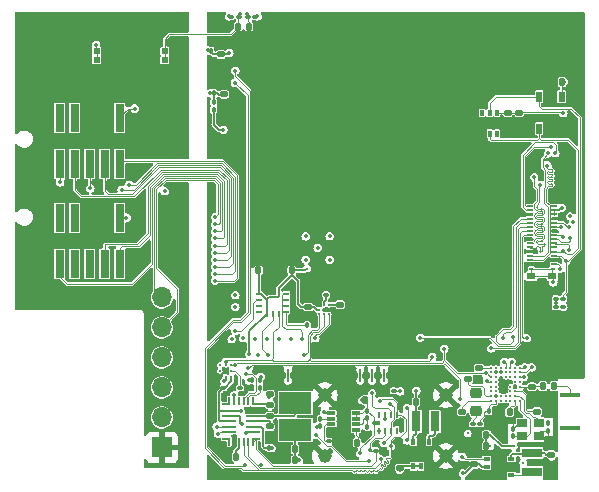
<source format=gtl>
G04 #@! TF.GenerationSoftware,KiCad,Pcbnew,7.0.9*
G04 #@! TF.CreationDate,2024-02-17T17:22:41+01:00*
G04 #@! TF.ProjectId,armband,61726d62-616e-4642-9e6b-696361645f70,rev?*
G04 #@! TF.SameCoordinates,Original*
G04 #@! TF.FileFunction,Copper,L1,Top*
G04 #@! TF.FilePolarity,Positive*
%FSLAX46Y46*%
G04 Gerber Fmt 4.6, Leading zero omitted, Abs format (unit mm)*
G04 Created by KiCad (PCBNEW 7.0.9) date 2024-02-17 17:22:41*
%MOMM*%
%LPD*%
G01*
G04 APERTURE LIST*
G04 Aperture macros list*
%AMRoundRect*
0 Rectangle with rounded corners*
0 $1 Rounding radius*
0 $2 $3 $4 $5 $6 $7 $8 $9 X,Y pos of 4 corners*
0 Add a 4 corners polygon primitive as box body*
4,1,4,$2,$3,$4,$5,$6,$7,$8,$9,$2,$3,0*
0 Add four circle primitives for the rounded corners*
1,1,$1+$1,$2,$3*
1,1,$1+$1,$4,$5*
1,1,$1+$1,$6,$7*
1,1,$1+$1,$8,$9*
0 Add four rect primitives between the rounded corners*
20,1,$1+$1,$2,$3,$4,$5,0*
20,1,$1+$1,$4,$5,$6,$7,0*
20,1,$1+$1,$6,$7,$8,$9,0*
20,1,$1+$1,$8,$9,$2,$3,0*%
G04 Aperture macros list end*
G04 #@! TA.AperFunction,SMDPad,CuDef*
%ADD10RoundRect,0.140000X0.170000X-0.140000X0.170000X0.140000X-0.170000X0.140000X-0.170000X-0.140000X0*%
G04 #@! TD*
G04 #@! TA.AperFunction,SMDPad,CuDef*
%ADD11RoundRect,0.140000X-0.170000X0.140000X-0.170000X-0.140000X0.170000X-0.140000X0.170000X0.140000X0*%
G04 #@! TD*
G04 #@! TA.AperFunction,ComponentPad*
%ADD12R,1.700000X1.700000*%
G04 #@! TD*
G04 #@! TA.AperFunction,ComponentPad*
%ADD13O,1.700000X1.700000*%
G04 #@! TD*
G04 #@! TA.AperFunction,SMDPad,CuDef*
%ADD14R,1.700000X0.400000*%
G04 #@! TD*
G04 #@! TA.AperFunction,SMDPad,CuDef*
%ADD15RoundRect,0.100000X-0.100000X0.130000X-0.100000X-0.130000X0.100000X-0.130000X0.100000X0.130000X0*%
G04 #@! TD*
G04 #@! TA.AperFunction,SMDPad,CuDef*
%ADD16R,0.250000X0.550000*%
G04 #@! TD*
G04 #@! TA.AperFunction,SMDPad,CuDef*
%ADD17R,0.200000X0.550000*%
G04 #@! TD*
G04 #@! TA.AperFunction,SMDPad,CuDef*
%ADD18R,0.600000X0.300000*%
G04 #@! TD*
G04 #@! TA.AperFunction,SMDPad,CuDef*
%ADD19RoundRect,0.140000X-0.140000X-0.170000X0.140000X-0.170000X0.140000X0.170000X-0.140000X0.170000X0*%
G04 #@! TD*
G04 #@! TA.AperFunction,SMDPad,CuDef*
%ADD20RoundRect,0.100000X0.130000X0.100000X-0.130000X0.100000X-0.130000X-0.100000X0.130000X-0.100000X0*%
G04 #@! TD*
G04 #@! TA.AperFunction,SMDPad,CuDef*
%ADD21RoundRect,0.100000X0.100000X-0.130000X0.100000X0.130000X-0.100000X0.130000X-0.100000X-0.130000X0*%
G04 #@! TD*
G04 #@! TA.AperFunction,SMDPad,CuDef*
%ADD22RoundRect,0.100000X-0.130000X-0.100000X0.130000X-0.100000X0.130000X0.100000X-0.130000X0.100000X0*%
G04 #@! TD*
G04 #@! TA.AperFunction,SMDPad,CuDef*
%ADD23R,0.550000X0.550000*%
G04 #@! TD*
G04 #@! TA.AperFunction,SMDPad,CuDef*
%ADD24RoundRect,0.218750X0.256250X-0.218750X0.256250X0.218750X-0.256250X0.218750X-0.256250X-0.218750X0*%
G04 #@! TD*
G04 #@! TA.AperFunction,SMDPad,CuDef*
%ADD25R,1.800000X0.800000*%
G04 #@! TD*
G04 #@! TA.AperFunction,SMDPad,CuDef*
%ADD26R,0.600000X0.350000*%
G04 #@! TD*
G04 #@! TA.AperFunction,SMDPad,CuDef*
%ADD27R,1.100000X1.700000*%
G04 #@! TD*
G04 #@! TA.AperFunction,SMDPad,CuDef*
%ADD28R,0.700000X0.300000*%
G04 #@! TD*
G04 #@! TA.AperFunction,SMDPad,CuDef*
%ADD29R,1.000000X1.700000*%
G04 #@! TD*
G04 #@! TA.AperFunction,SMDPad,CuDef*
%ADD30R,0.760000X2.400000*%
G04 #@! TD*
G04 #@! TA.AperFunction,SMDPad,CuDef*
%ADD31RoundRect,0.140000X0.140000X0.170000X-0.140000X0.170000X-0.140000X-0.170000X0.140000X-0.170000X0*%
G04 #@! TD*
G04 #@! TA.AperFunction,SMDPad,CuDef*
%ADD32R,1.200000X0.200000*%
G04 #@! TD*
G04 #@! TA.AperFunction,SMDPad,CuDef*
%ADD33R,0.700000X0.200000*%
G04 #@! TD*
G04 #@! TA.AperFunction,SMDPad,CuDef*
%ADD34R,0.200000X0.500000*%
G04 #@! TD*
G04 #@! TA.AperFunction,SMDPad,CuDef*
%ADD35R,0.200000X0.700000*%
G04 #@! TD*
G04 #@! TA.AperFunction,SMDPad,CuDef*
%ADD36C,0.290000*%
G04 #@! TD*
G04 #@! TA.AperFunction,SMDPad,CuDef*
%ADD37R,0.900000X0.800000*%
G04 #@! TD*
G04 #@! TA.AperFunction,SMDPad,CuDef*
%ADD38R,0.475000X0.250000*%
G04 #@! TD*
G04 #@! TA.AperFunction,SMDPad,CuDef*
%ADD39R,0.250000X0.475000*%
G04 #@! TD*
G04 #@! TA.AperFunction,SMDPad,CuDef*
%ADD40R,0.550000X0.900000*%
G04 #@! TD*
G04 #@! TA.AperFunction,SMDPad,CuDef*
%ADD41R,0.350000X0.600000*%
G04 #@! TD*
G04 #@! TA.AperFunction,SMDPad,CuDef*
%ADD42R,1.700000X1.100000*%
G04 #@! TD*
G04 #@! TA.AperFunction,SMDPad,CuDef*
%ADD43R,0.800000X1.800000*%
G04 #@! TD*
G04 #@! TA.AperFunction,SMDPad,CuDef*
%ADD44R,0.500000X0.200000*%
G04 #@! TD*
G04 #@! TA.AperFunction,SMDPad,CuDef*
%ADD45R,0.380000X0.280000*%
G04 #@! TD*
G04 #@! TA.AperFunction,SMDPad,CuDef*
%ADD46R,0.730000X0.600000*%
G04 #@! TD*
G04 #@! TA.AperFunction,SMDPad,CuDef*
%ADD47RoundRect,0.147500X0.147500X0.172500X-0.147500X0.172500X-0.147500X-0.172500X0.147500X-0.172500X0*%
G04 #@! TD*
G04 #@! TA.AperFunction,SMDPad,CuDef*
%ADD48R,2.800000X1.850000*%
G04 #@! TD*
G04 #@! TA.AperFunction,SMDPad,CuDef*
%ADD49C,0.250000*%
G04 #@! TD*
G04 #@! TA.AperFunction,SMDPad,CuDef*
%ADD50C,0.269000*%
G04 #@! TD*
G04 #@! TA.AperFunction,SMDPad,CuDef*
%ADD51R,0.300000X0.550000*%
G04 #@! TD*
G04 #@! TA.AperFunction,ComponentPad*
%ADD52C,1.150000*%
G04 #@! TD*
G04 #@! TA.AperFunction,ViaPad*
%ADD53C,0.350000*%
G04 #@! TD*
G04 #@! TA.AperFunction,ViaPad*
%ADD54C,0.250000*%
G04 #@! TD*
G04 #@! TA.AperFunction,Conductor*
%ADD55C,0.200000*%
G04 #@! TD*
G04 #@! TA.AperFunction,Conductor*
%ADD56C,0.090000*%
G04 #@! TD*
G04 APERTURE END LIST*
D10*
X135100000Y-73010000D03*
X135100000Y-72050000D03*
D11*
X151984800Y-56540000D03*
X151984800Y-57500000D03*
D12*
X122700000Y-84900000D03*
D13*
X122700000Y-82360000D03*
X122700000Y-79820000D03*
X122700000Y-77280000D03*
X122700000Y-74740000D03*
X122700000Y-72200000D03*
D14*
X157264114Y-80465000D03*
X157264114Y-83215000D03*
D15*
X155400000Y-82845000D03*
X155400000Y-83485000D03*
D16*
X141099998Y-83472500D03*
D17*
X141599998Y-83472500D03*
X142099998Y-83472500D03*
D16*
X142599998Y-83472500D03*
D18*
X142749998Y-82797500D03*
D16*
X142599998Y-82122500D03*
D17*
X142099998Y-82122500D03*
X141599998Y-82122500D03*
D16*
X141099998Y-82122500D03*
D18*
X140949998Y-82797500D03*
D19*
X144225998Y-81046500D03*
X145185998Y-81046500D03*
X130870000Y-69900000D03*
X131830000Y-69900000D03*
D20*
X130632600Y-48412400D03*
X129992600Y-48412400D03*
X129325000Y-79847500D03*
X128685000Y-79847500D03*
D21*
X135000000Y-74520000D03*
X135000000Y-73880000D03*
D22*
X128559600Y-48412400D03*
X129199600Y-48412400D03*
D23*
X120300000Y-51350000D03*
X120300000Y-52100000D03*
X122950000Y-51350000D03*
X122950000Y-52100000D03*
D11*
X152950000Y-56540000D03*
X152950000Y-57500000D03*
D24*
X149300000Y-81832500D03*
X149300000Y-80257500D03*
D11*
X149170000Y-86320000D03*
X149170000Y-87280000D03*
D21*
X126847600Y-51300400D03*
X126847600Y-50660400D03*
D15*
X127101600Y-55661600D03*
X127101600Y-56301600D03*
D10*
X154039114Y-79755000D03*
X154039114Y-78795000D03*
D25*
X154025000Y-85350000D03*
X154025000Y-86950000D03*
D11*
X137800000Y-72800000D03*
X137800000Y-73760000D03*
D21*
X152400000Y-83960000D03*
X152400000Y-83320000D03*
D26*
X152300000Y-87200000D03*
X152300000Y-86550000D03*
X152300000Y-85900000D03*
X150200000Y-85900000D03*
X150200000Y-86550000D03*
X150200000Y-87200000D03*
D27*
X151250000Y-86550000D03*
D20*
X142320000Y-80100000D03*
X141680000Y-80100000D03*
D28*
X139154998Y-83447500D03*
X139154998Y-82947500D03*
X139154998Y-82447500D03*
X139154998Y-81947500D03*
X137054998Y-81947500D03*
X137054998Y-82447500D03*
X137054998Y-82947500D03*
X137054998Y-83447500D03*
D29*
X138104998Y-82697500D03*
D15*
X150400000Y-81800000D03*
X150400000Y-82440000D03*
D22*
X156060000Y-73000000D03*
X156700000Y-73000000D03*
D30*
X119150000Y-57000000D03*
X119150000Y-60900000D03*
X117880000Y-57000000D03*
X117880000Y-60900000D03*
X116610000Y-57000000D03*
X116610000Y-60900000D03*
X115340000Y-57000000D03*
X115340000Y-60900000D03*
X114070000Y-57000000D03*
X114070000Y-60900000D03*
D11*
X148100000Y-81852500D03*
X148100000Y-82812500D03*
D21*
X127101600Y-54879200D03*
X127101600Y-54239200D03*
D23*
X114525000Y-51350000D03*
X114525000Y-52100000D03*
X117175000Y-51350000D03*
X117175000Y-52100000D03*
D10*
X131850000Y-80377500D03*
X131850000Y-79417500D03*
D31*
X128980000Y-85700000D03*
X128020000Y-85700000D03*
D19*
X130076000Y-49276000D03*
X131036000Y-49276000D03*
D32*
X130423800Y-83597500D03*
X130423800Y-83147500D03*
X130423800Y-82697500D03*
X130423800Y-82247500D03*
X130423800Y-81797500D03*
D33*
X130673800Y-81247500D03*
D34*
X130423800Y-80897500D03*
D35*
X130023800Y-80997500D03*
X129623800Y-80997500D03*
X129223800Y-80997500D03*
X128823800Y-80997500D03*
D34*
X128423800Y-80897500D03*
D33*
X128173800Y-81247500D03*
D32*
X128423800Y-81797500D03*
X128423800Y-82247500D03*
X128423800Y-82697500D03*
X128423800Y-83147500D03*
X128423800Y-83597500D03*
D34*
X128423800Y-84497500D03*
D33*
X128173800Y-84147500D03*
D35*
X128823800Y-84397500D03*
X129223800Y-84397500D03*
X129623800Y-84397500D03*
X130023800Y-84397500D03*
D33*
X130673800Y-84147500D03*
D34*
X130423800Y-84497500D03*
D36*
X127600000Y-77897500D03*
X128100000Y-77897500D03*
X128600000Y-77897500D03*
X127600000Y-78397500D03*
X128100000Y-78397500D03*
X128600000Y-78397500D03*
X127600000Y-78897500D03*
X128100000Y-78897500D03*
X128600000Y-78897500D03*
D11*
X155675000Y-85495000D03*
X155675000Y-86455000D03*
D21*
X136094998Y-83117500D03*
X136094998Y-82477500D03*
D15*
X140104998Y-81777500D03*
X140104998Y-82417500D03*
D37*
X153200000Y-83950000D03*
X154600000Y-83950000D03*
X154600000Y-82850000D03*
X153200000Y-82850000D03*
D31*
X133980000Y-85997500D03*
X133020000Y-85997500D03*
X150180000Y-83800000D03*
X149220000Y-83800000D03*
D22*
X156060000Y-72300000D03*
X156700000Y-72300000D03*
D38*
X133250000Y-73400000D03*
X133250000Y-72900000D03*
X133250000Y-72400000D03*
X133250000Y-71900000D03*
D39*
X132587000Y-71737000D03*
X132087000Y-71737000D03*
X131587000Y-71737000D03*
D38*
X130924000Y-71900000D03*
X130924000Y-72400000D03*
X130924000Y-72900000D03*
X130924000Y-73400000D03*
D39*
X131587000Y-73563000D03*
X132087000Y-73563000D03*
X132587000Y-73563000D03*
D31*
X139234998Y-84497500D03*
X138274998Y-84497500D03*
D20*
X136620000Y-71980000D03*
X135980000Y-71980000D03*
D31*
X156580000Y-53950000D03*
X155620000Y-53950000D03*
X129156400Y-49276000D03*
X128196400Y-49276000D03*
D15*
X140104998Y-83177500D03*
X140104998Y-83817500D03*
D20*
X127920000Y-79847500D03*
X127280000Y-79847500D03*
D40*
X154650000Y-57900000D03*
X155600000Y-57900000D03*
X156550000Y-57900000D03*
X156550000Y-55200000D03*
X155600000Y-55200000D03*
X154650000Y-55200000D03*
D41*
X145299998Y-84397500D03*
X144649998Y-84397500D03*
X143999998Y-84397500D03*
X143999998Y-86497500D03*
X144649998Y-86497500D03*
X145299998Y-86497500D03*
D42*
X144649998Y-85447500D03*
D21*
X131000000Y-79867500D03*
X131000000Y-79227500D03*
D22*
X136814998Y-84347500D03*
X137454998Y-84347500D03*
D31*
X150185000Y-84750000D03*
X149225000Y-84750000D03*
D43*
X144208198Y-82697500D03*
X145808198Y-82697500D03*
D10*
X127711200Y-51612800D03*
X127711200Y-50652800D03*
D20*
X149670000Y-82895000D03*
X149030000Y-82895000D03*
D10*
X148625000Y-79120000D03*
X148625000Y-78160000D03*
D44*
X155932587Y-69365000D03*
D45*
X153982587Y-64030000D03*
D46*
X153997587Y-63440000D03*
X155767587Y-63440000D03*
D45*
X155782587Y-64030000D03*
D44*
X155932587Y-69015000D03*
X155932587Y-68665000D03*
X155932587Y-68315000D03*
X155932587Y-67965000D03*
X155932587Y-67615000D03*
X155932587Y-67265000D03*
X155932587Y-66915000D03*
X155932587Y-66565000D03*
X155932587Y-66215000D03*
X155932587Y-65865000D03*
X155932587Y-65515000D03*
X155932587Y-65165000D03*
X155932587Y-64815000D03*
X155932587Y-64465000D03*
X153832587Y-64465000D03*
X153832587Y-64815000D03*
X153832587Y-65165000D03*
X153832587Y-65515000D03*
X153832587Y-65865000D03*
X153832587Y-66215000D03*
X153832587Y-66565000D03*
X153832587Y-66915000D03*
X153832587Y-67265000D03*
X153832587Y-67615000D03*
X153832587Y-67965000D03*
X153832587Y-68315000D03*
X153832587Y-68665000D03*
X153832587Y-69015000D03*
X153832587Y-69365000D03*
D45*
X153982587Y-69800000D03*
D46*
X153997587Y-70390000D03*
X155767587Y-70390000D03*
D45*
X155782587Y-69800000D03*
D47*
X155924114Y-79700000D03*
X154954114Y-79700000D03*
D10*
X154500000Y-81855000D03*
X154500000Y-80895000D03*
D31*
X152155000Y-81895000D03*
X151195000Y-81895000D03*
X139934998Y-80897500D03*
X138974998Y-80897500D03*
D10*
X131850000Y-82227500D03*
X131850000Y-81267500D03*
D48*
X134000000Y-81097500D03*
X134000000Y-83397500D03*
D49*
X153012114Y-80939052D03*
X152612114Y-80939052D03*
X152212114Y-80939052D03*
X151812114Y-80939052D03*
X151412114Y-80939052D03*
X151012114Y-80939052D03*
X150612114Y-80939052D03*
X152612114Y-80539052D03*
X152212114Y-80539052D03*
X151812114Y-80539052D03*
X151412114Y-80539052D03*
X151012114Y-80539052D03*
X150612114Y-80539052D03*
X152612114Y-80139052D03*
X152212114Y-80139052D03*
X151812114Y-80139052D03*
X151412114Y-80139052D03*
X151012114Y-80139052D03*
X150612114Y-80139052D03*
X153012114Y-79739052D03*
X152612114Y-79739052D03*
X152212114Y-79739052D03*
X151012114Y-79739052D03*
X150612114Y-79739052D03*
X153012114Y-79339052D03*
X152612114Y-79339052D03*
X152212114Y-79339052D03*
X151012114Y-79339052D03*
X150612114Y-79339052D03*
X153012114Y-78939052D03*
X152612114Y-78939052D03*
X152212114Y-78939052D03*
X151812114Y-78939052D03*
X151412114Y-78939052D03*
X151012114Y-78939052D03*
X150612114Y-78939052D03*
X153012114Y-78539052D03*
X152612114Y-78539052D03*
X152212114Y-78539052D03*
X151812114Y-78539052D03*
X151412114Y-78539052D03*
X151012114Y-78539052D03*
X150612114Y-78539052D03*
X153012114Y-78139052D03*
X152612114Y-78139052D03*
X152212114Y-78139052D03*
X151812114Y-78139052D03*
X151412114Y-78139052D03*
X151012114Y-78139052D03*
X150612114Y-78139052D03*
D50*
X136850000Y-73630000D03*
X136450000Y-73630000D03*
X136050000Y-73630000D03*
X136850000Y-73230000D03*
X136450000Y-73230000D03*
X136050000Y-73230000D03*
X136850000Y-72830000D03*
X136450000Y-72830000D03*
X136050000Y-72830000D03*
D31*
X133710000Y-69900000D03*
X132750000Y-69900000D03*
D10*
X127965200Y-54988400D03*
X127965200Y-54028400D03*
D22*
X140805000Y-85175000D03*
X141445000Y-85175000D03*
D51*
X149800000Y-58325000D03*
X150450000Y-58325000D03*
X151100000Y-58325000D03*
X151100000Y-56575000D03*
X150450000Y-56575000D03*
X149800000Y-56575000D03*
D11*
X131850000Y-83117500D03*
X131850000Y-84077500D03*
D15*
X131750000Y-84922500D03*
X131750000Y-85562500D03*
D31*
X133980000Y-85047500D03*
X133020000Y-85047500D03*
D10*
X142849998Y-86627500D03*
X142849998Y-85667500D03*
X149550000Y-79120000D03*
X149550000Y-78160000D03*
D15*
X130300000Y-79227500D03*
X130300000Y-79867500D03*
D30*
X119140000Y-65450000D03*
X119140000Y-69350000D03*
X117870000Y-65450000D03*
X117870000Y-69350000D03*
X116600000Y-65450000D03*
X116600000Y-69350000D03*
X115330000Y-65450000D03*
X115330000Y-69350000D03*
X114060000Y-65450000D03*
X114060000Y-69350000D03*
D52*
X146749998Y-80467500D03*
X136509998Y-80467500D03*
X136509998Y-85627500D03*
X146749998Y-85627500D03*
D53*
X129400000Y-81797500D03*
X131800000Y-80621500D03*
X129300000Y-48200000D03*
X129900000Y-48200000D03*
X117150000Y-50800000D03*
X143449998Y-84297500D03*
X143449998Y-81597500D03*
X139654998Y-80897500D03*
X140649998Y-82797500D03*
X139504998Y-85397500D03*
X136454998Y-81897500D03*
X132000000Y-84950000D03*
X126796800Y-54914800D03*
X127965200Y-54988400D03*
D54*
X141500000Y-79250000D03*
D53*
X156750000Y-53950000D03*
D54*
X139500000Y-78310000D03*
D53*
X128425000Y-51485200D03*
X156700000Y-56600000D03*
D54*
X133380000Y-78320000D03*
D53*
X156060000Y-72650000D03*
X126593600Y-51285200D03*
X155850000Y-70925000D03*
D54*
X150500000Y-84800000D03*
D53*
X130800000Y-48400000D03*
X119710000Y-65440000D03*
D54*
X133380000Y-79240000D03*
D53*
X156687500Y-67087500D03*
X135800000Y-83150000D03*
D54*
X141500000Y-78320000D03*
D53*
X120400000Y-56200000D03*
X144249998Y-80097500D03*
D54*
X140500000Y-78310000D03*
D53*
X122950000Y-63200000D03*
D54*
X152500000Y-84800000D03*
D53*
X128400000Y-48400000D03*
D54*
X139500000Y-79250000D03*
X140500000Y-79250000D03*
D53*
X130100000Y-77000000D03*
D54*
X153300000Y-86200000D03*
X148600000Y-83700000D03*
X135000000Y-69750000D03*
D53*
X156560000Y-64610000D03*
D54*
X155700000Y-85700000D03*
D53*
X142849998Y-86797500D03*
X129450000Y-82947500D03*
X148200000Y-87100000D03*
X134300000Y-85997500D03*
X127975000Y-79275000D03*
X153600000Y-75650000D03*
X152400000Y-75575000D03*
X151625000Y-75625000D03*
X150600000Y-76500000D03*
X156681761Y-68253647D03*
X128900000Y-77900000D03*
X156700000Y-73000000D03*
X131710000Y-77100000D03*
X150125000Y-78625000D03*
X146625000Y-76525000D03*
X134750000Y-77100000D03*
X127450000Y-83750000D03*
X150225000Y-79250000D03*
X145600000Y-77222500D03*
X156950000Y-69100000D03*
X127350000Y-83147500D03*
X128100000Y-77647500D03*
X144575000Y-75600000D03*
X129837750Y-78688273D03*
X128610000Y-75730000D03*
X128925000Y-73000000D03*
X134600000Y-75675000D03*
X128900000Y-75000000D03*
X130040000Y-78200000D03*
X147975000Y-80825000D03*
X157225000Y-67200000D03*
X131600000Y-75675000D03*
X130625000Y-75675000D03*
X157200000Y-68150000D03*
X157210000Y-66270000D03*
X133600000Y-75675000D03*
X132600000Y-75675000D03*
X156525000Y-66250000D03*
X129600000Y-75650000D03*
X156400000Y-69750000D03*
X135700000Y-75650000D03*
X127914400Y-58000000D03*
X142074998Y-84797500D03*
X141204998Y-80947500D03*
X128879600Y-54000400D03*
X141480000Y-84480000D03*
X141220000Y-85870000D03*
X142049998Y-81197500D03*
X128930400Y-52984400D03*
X131090000Y-86410000D03*
X129740000Y-86410000D03*
X155400000Y-60000000D03*
X155350000Y-61025000D03*
X154225000Y-62000000D03*
X154750000Y-62700000D03*
X127200000Y-65400000D03*
X157260000Y-65310000D03*
X127200000Y-66000000D03*
X157516664Y-65771994D03*
X151675000Y-77650000D03*
X152312114Y-77625000D03*
X136910000Y-69000000D03*
X114090000Y-62460000D03*
X127200000Y-70200000D03*
X119930000Y-62640000D03*
X134870000Y-68990000D03*
X127200000Y-70800000D03*
X135900000Y-68000000D03*
X127200000Y-69600000D03*
X119300000Y-63060000D03*
X116660000Y-62950000D03*
X136910000Y-67000000D03*
X127200000Y-68400000D03*
X134880000Y-67020000D03*
X127200000Y-69000000D03*
X135760000Y-83800000D03*
X130860000Y-77070000D03*
X140230000Y-86050000D03*
X128925000Y-72000000D03*
X148150000Y-85680000D03*
X129800000Y-83700000D03*
X142875000Y-80150000D03*
X141099998Y-83472500D03*
X140354998Y-85147500D03*
X140500000Y-80300000D03*
X141599998Y-82497500D03*
X149300000Y-80257500D03*
X151012114Y-80539052D03*
X127200000Y-67800000D03*
X153339052Y-78939052D03*
X127200000Y-67200000D03*
X154020000Y-78120000D03*
X153430000Y-78120000D03*
X127200000Y-66600000D03*
X128823800Y-80450000D03*
X131080000Y-78900000D03*
X130067500Y-79227500D03*
X151413350Y-78537922D03*
X156025000Y-59975000D03*
X151010083Y-78537922D03*
X155650000Y-59450000D03*
D54*
X155400000Y-84100000D03*
D53*
X156050000Y-84380000D03*
X155700000Y-78800000D03*
X138649998Y-80697500D03*
X131850000Y-79200000D03*
X156050000Y-81380000D03*
X156050000Y-82380000D03*
D54*
X140000000Y-79250000D03*
D53*
X154000000Y-80400000D03*
X155700000Y-86600000D03*
X158200000Y-78800000D03*
X120300000Y-51750000D03*
X149400000Y-79100000D03*
X151300000Y-87300000D03*
X155550000Y-80400000D03*
X155050000Y-80400000D03*
X154200000Y-78800000D03*
X156700000Y-78800000D03*
X126900000Y-78900000D03*
X155200000Y-78800000D03*
X138300000Y-84700000D03*
X133020000Y-84700000D03*
X130032500Y-79867500D03*
X155800000Y-53950000D03*
X114525000Y-51700000D03*
X152600000Y-86600000D03*
X137400000Y-84600000D03*
D54*
X141000000Y-79250000D03*
D53*
X142899998Y-82797500D03*
X143449998Y-85997500D03*
X154700000Y-78800000D03*
X139949998Y-83797500D03*
X156200000Y-78800000D03*
X154550000Y-80400000D03*
X156050000Y-80400000D03*
X157700000Y-78800000D03*
X156050000Y-84850000D03*
X137049998Y-83597500D03*
X148100000Y-83000000D03*
X123148000Y-65372000D03*
X153850000Y-62925000D03*
X145185998Y-81046500D03*
X156050000Y-83380000D03*
X126950000Y-79850000D03*
D54*
X140000000Y-78310000D03*
D53*
X141500000Y-80100000D03*
X156100000Y-57900000D03*
X148400000Y-78200000D03*
X156050000Y-83880000D03*
X127355600Y-54203600D03*
X127800000Y-85280000D03*
X138100000Y-83400000D03*
X128650000Y-79950000D03*
X156050000Y-82880000D03*
X156050000Y-80900000D03*
X156050000Y-81880000D03*
X117250000Y-65460000D03*
X138649998Y-85397500D03*
D54*
X140990000Y-78310000D03*
X152400000Y-82700000D03*
D53*
X157200000Y-78800000D03*
X144604998Y-85397500D03*
D55*
X127550000Y-81900000D02*
X127652500Y-81797500D01*
X128600000Y-79292378D02*
X128600000Y-78897500D01*
X127550000Y-81695000D02*
X127652500Y-81797500D01*
X128044878Y-79847500D02*
X128600000Y-79292378D01*
X128423800Y-82697500D02*
X127647500Y-82697500D01*
X127920000Y-79847500D02*
X127550000Y-80217500D01*
X127550000Y-80217500D02*
X127550000Y-81695000D01*
D56*
X131850000Y-80571500D02*
X131800000Y-80621500D01*
D55*
X128423800Y-81797500D02*
X129400000Y-81797500D01*
X127652500Y-81797500D02*
X128423800Y-81797500D01*
D56*
X131850000Y-80377500D02*
X131850000Y-80571500D01*
D55*
X127920000Y-79847500D02*
X128044878Y-79847500D01*
X127550000Y-82600000D02*
X127550000Y-81900000D01*
X127647500Y-82697500D02*
X127550000Y-82600000D01*
D56*
X122950000Y-51350000D02*
X122950000Y-52100000D01*
X122950000Y-51350000D02*
X122950000Y-50292000D01*
X128525891Y-49906509D02*
X123335491Y-49906509D01*
X129156400Y-49276000D02*
X128525891Y-49906509D01*
X123335491Y-49906509D02*
X122950000Y-50292000D01*
X129199600Y-48300400D02*
X129300000Y-48200000D01*
X129199600Y-48412400D02*
X129199600Y-48300400D01*
X129156400Y-49276000D02*
X129156400Y-48455600D01*
X129992600Y-48292600D02*
X129992600Y-48412400D01*
X117175000Y-52100000D02*
X117175000Y-51350000D01*
X129900000Y-48200000D02*
X129992600Y-48292600D01*
X130076000Y-48895800D02*
X129992600Y-48812400D01*
X117175000Y-51350000D02*
X117150000Y-51325000D01*
X117150000Y-51325000D02*
X117150000Y-50800000D01*
X130076000Y-49276000D02*
X130076000Y-48895800D01*
X129992600Y-48812400D02*
X129992600Y-48412400D01*
X140649998Y-83837610D02*
X140649998Y-82797500D01*
X140104998Y-81777500D02*
X140104998Y-81067500D01*
X139824998Y-81777500D02*
X139654998Y-81947500D01*
X140104998Y-81777500D02*
X139824998Y-81777500D01*
X143529998Y-84217500D02*
X143449998Y-84297500D01*
X143449998Y-81597500D02*
X143529998Y-81677500D01*
X139654998Y-81947500D02*
X139154998Y-81947500D01*
X140649998Y-82797500D02*
X140649998Y-82322500D01*
X140104998Y-81067500D02*
X139934998Y-80897500D01*
X139504998Y-85397500D02*
X139504998Y-84982610D01*
X139504998Y-84982610D02*
X140649998Y-83837610D01*
X139654998Y-80897500D02*
X139934998Y-80897500D01*
X139154998Y-82447500D02*
X139154998Y-81947500D01*
X140949998Y-82797500D02*
X140649998Y-82797500D01*
X140649998Y-82322500D02*
X140104998Y-81777500D01*
X143529998Y-81677500D02*
X143529998Y-84217500D01*
X139154998Y-83847500D02*
X139154998Y-83447500D01*
X139284998Y-83977500D02*
X139154998Y-83847500D01*
X139284998Y-84387500D02*
X139284998Y-83977500D01*
X139204998Y-84467500D02*
X139284998Y-84387500D01*
D55*
X126832400Y-54879200D02*
X126796800Y-54914800D01*
X127101600Y-54879200D02*
X126832400Y-54879200D01*
X130423800Y-83147500D02*
X131097500Y-83147500D01*
X127370800Y-54879200D02*
X127508000Y-55016400D01*
X137054998Y-81947500D02*
X136504998Y-81947500D01*
X136504998Y-81947500D02*
X136454998Y-81897500D01*
X131750000Y-84922500D02*
X131972500Y-84922500D01*
X127508000Y-55016400D02*
X127937200Y-55016400D01*
X131097500Y-83147500D02*
X131250000Y-83300000D01*
X127937200Y-55016400D02*
X127965200Y-54988400D01*
X131972500Y-84922500D02*
X132000000Y-84950000D01*
X131250000Y-84800000D02*
X131372500Y-84922500D01*
X127101600Y-54879200D02*
X127370800Y-54879200D01*
X127101600Y-54879200D02*
X127101600Y-55661600D01*
X131250000Y-83300000D02*
X131250000Y-84800000D01*
X131372500Y-84922500D02*
X131750000Y-84922500D01*
D56*
X157024114Y-79725000D02*
X157264114Y-79965000D01*
X157264114Y-79965000D02*
X157264114Y-80465000D01*
X155924114Y-79725000D02*
X157024114Y-79725000D01*
D55*
X144225998Y-81046500D02*
X144225998Y-80121500D01*
X144208198Y-81064300D02*
X144208198Y-82697500D01*
D56*
X152960000Y-56550000D02*
X152950000Y-56540000D01*
D55*
X126608800Y-51300400D02*
X126593600Y-51285200D01*
D56*
X130787600Y-48412400D02*
X130800000Y-48400000D01*
D55*
X150180000Y-83800000D02*
X150500000Y-83800000D01*
X126847600Y-51300400D02*
X126847600Y-51437600D01*
D56*
X119710000Y-65440000D02*
X119700000Y-65450000D01*
X156580000Y-53950000D02*
X156550000Y-53980000D01*
D55*
X150185000Y-84750000D02*
X150450000Y-84750000D01*
D56*
X153998000Y-70400000D02*
X155768000Y-70400000D01*
X155850000Y-70482000D02*
X155768000Y-70400000D01*
X151135000Y-56540000D02*
X151100000Y-56575000D01*
D55*
X126847600Y-51300400D02*
X126608800Y-51300400D01*
X150180000Y-83800000D02*
X150180000Y-84745000D01*
D56*
X152965000Y-56525000D02*
X152950000Y-56540000D01*
X119150000Y-56860000D02*
X119810000Y-56200000D01*
X155850000Y-70925000D02*
X155850000Y-70482000D01*
D55*
X143999998Y-84397500D02*
X143999998Y-83947500D01*
X127022800Y-51612800D02*
X127711200Y-51612800D01*
X150500000Y-83800000D02*
X151500000Y-84800000D01*
X139500000Y-79250000D02*
X139500000Y-78310000D01*
X128297400Y-51612800D02*
X128425000Y-51485200D01*
D56*
X156060000Y-72650000D02*
X156060000Y-73000000D01*
D55*
X144208198Y-83739300D02*
X144208198Y-82697500D01*
X151500000Y-84800000D02*
X152500000Y-84800000D01*
D56*
X155768000Y-70400000D02*
X155768000Y-69825000D01*
X119150000Y-57000000D02*
X119150000Y-56860000D01*
D55*
X136094998Y-83117500D02*
X135832500Y-83117500D01*
D56*
X128559600Y-48412400D02*
X128412400Y-48412400D01*
X153983000Y-70385000D02*
X153998000Y-70400000D01*
X151984800Y-56540000D02*
X151135000Y-56540000D01*
D55*
X127711200Y-51612800D02*
X128297400Y-51612800D01*
D56*
X119810000Y-56200000D02*
X120400000Y-56200000D01*
D55*
X143999998Y-83947500D02*
X144208198Y-83739300D01*
X144225998Y-81046500D02*
X144208198Y-81064300D01*
D56*
X155783000Y-69810000D02*
X153983000Y-69810000D01*
X119700000Y-65450000D02*
X119140000Y-65450000D01*
X128412400Y-48412400D02*
X128400000Y-48400000D01*
X156525000Y-66925000D02*
X155933000Y-66925000D01*
X152950000Y-56540000D02*
X151984800Y-56540000D01*
X156550000Y-53980000D02*
X156550000Y-55200000D01*
D55*
X150180000Y-84745000D02*
X150185000Y-84750000D01*
D56*
X130632600Y-48412400D02*
X130787600Y-48412400D01*
X156700000Y-56600000D02*
X156625000Y-56525000D01*
D55*
X140500000Y-79250000D02*
X140500000Y-78310000D01*
D56*
X153983000Y-69810000D02*
X153983000Y-70385000D01*
X156625000Y-56525000D02*
X152965000Y-56525000D01*
X156687500Y-67087500D02*
X156525000Y-66925000D01*
D55*
X135832500Y-83117500D02*
X135800000Y-83150000D01*
D56*
X156580000Y-53950000D02*
X156750000Y-53950000D01*
X155768000Y-69825000D02*
X155783000Y-69810000D01*
D55*
X126847600Y-51437600D02*
X127022800Y-51612800D01*
X150450000Y-84750000D02*
X150500000Y-84800000D01*
X144225998Y-80121500D02*
X144249998Y-80097500D01*
X133380000Y-79240000D02*
X133380000Y-78320000D01*
D56*
X156060000Y-72300000D02*
X156060000Y-72650000D01*
D55*
X141500000Y-78320000D02*
X141500000Y-79250000D01*
X136450000Y-72580000D02*
X136620000Y-72410000D01*
X136620000Y-72410000D02*
X136620000Y-71980000D01*
X136450000Y-72830000D02*
X136450000Y-72580000D01*
X133710000Y-70290000D02*
X133710000Y-69900000D01*
X155270000Y-85495000D02*
X155125000Y-85350000D01*
X131600000Y-72413000D02*
X131600000Y-72500000D01*
X130870000Y-69900000D02*
X130924000Y-69954000D01*
X137800000Y-72800000D02*
X136880000Y-72800000D01*
X155675000Y-85495000D02*
X155675000Y-85675000D01*
X155675000Y-85675000D02*
X155700000Y-85700000D01*
X131587000Y-73563000D02*
X130100000Y-75050000D01*
X134510000Y-73010000D02*
X134250000Y-72750000D01*
D56*
X155933000Y-64825000D02*
X155933000Y-65175000D01*
D55*
X135100000Y-73010000D02*
X134510000Y-73010000D01*
X131600000Y-72350000D02*
X131750000Y-72200000D01*
X156560000Y-64610000D02*
X156355000Y-64815000D01*
X152300000Y-85900000D02*
X152300000Y-85550000D01*
X132587000Y-72113000D02*
X132587000Y-71737000D01*
X155675000Y-85495000D02*
X155270000Y-85495000D01*
X134250000Y-72750000D02*
X134250000Y-70830000D01*
X135800000Y-73230000D02*
X135580000Y-73010000D01*
X131600000Y-73550000D02*
X131600000Y-72500000D01*
X156355000Y-64815000D02*
X155932587Y-64815000D01*
X132587000Y-71413000D02*
X133710000Y-70290000D01*
X135580000Y-73010000D02*
X135100000Y-73010000D01*
X130924000Y-69954000D02*
X130924000Y-71900000D01*
X131087000Y-71900000D02*
X131600000Y-72413000D01*
X132587000Y-71737000D02*
X132587000Y-71413000D01*
X134250000Y-70830000D02*
X133710000Y-70290000D01*
X132500000Y-72200000D02*
X132587000Y-72113000D01*
X152300000Y-85550000D02*
X152400000Y-85450000D01*
X136050000Y-73230000D02*
X135800000Y-73230000D01*
X131750000Y-72200000D02*
X132500000Y-72200000D01*
X136880000Y-72800000D02*
X136850000Y-72830000D01*
X153925000Y-85450000D02*
X154025000Y-85350000D01*
X131600000Y-72500000D02*
X131600000Y-72350000D01*
X152400000Y-85450000D02*
X153925000Y-85450000D01*
X134850000Y-69900000D02*
X135000000Y-69750000D01*
X133710000Y-69900000D02*
X134850000Y-69900000D01*
X131587000Y-73563000D02*
X131600000Y-73550000D01*
X155125000Y-85350000D02*
X154025000Y-85350000D01*
X130924000Y-71900000D02*
X131087000Y-71900000D01*
X130100000Y-75400000D02*
X130100000Y-77000000D01*
X130100000Y-75050000D02*
X130100000Y-75400000D01*
X131850000Y-82227500D02*
X133872500Y-82227500D01*
X131830000Y-82247500D02*
X131850000Y-82227500D01*
X130423800Y-82247500D02*
X131830000Y-82247500D01*
X133872500Y-82227500D02*
X134000000Y-82100000D01*
X134000000Y-82100000D02*
X134000000Y-81097500D01*
X131830000Y-81247500D02*
X131850000Y-81267500D01*
X130673800Y-81247500D02*
X131830000Y-81247500D01*
X142849998Y-86627500D02*
X142849998Y-86797500D01*
X127975000Y-79275000D02*
X128100000Y-79150000D01*
X142849998Y-86627500D02*
X142979998Y-86497500D01*
X129350000Y-82347500D02*
X129250000Y-82247500D01*
X133980000Y-85047500D02*
X133980000Y-85997500D01*
X148390000Y-87100000D02*
X149170000Y-86320000D01*
X149170000Y-86417383D02*
X149170000Y-86320000D01*
X134000000Y-83397500D02*
X134000000Y-85027500D01*
X129450000Y-82947500D02*
X129350000Y-82847500D01*
X134000000Y-85027500D02*
X133980000Y-85047500D01*
X148200000Y-87100000D02*
X148390000Y-87100000D01*
X143999998Y-86497500D02*
X144649998Y-86497500D01*
X129350000Y-82847500D02*
X129350000Y-82347500D01*
X149162383Y-86425000D02*
X149170000Y-86417383D01*
X142979998Y-86497500D02*
X143999998Y-86497500D01*
X133980000Y-85997500D02*
X134300000Y-85997500D01*
X129250000Y-82247500D02*
X128423800Y-82247500D01*
X149170000Y-86320000D02*
X149570000Y-86320000D01*
X149570000Y-86320000D02*
X149800000Y-86550000D01*
X128100000Y-79150000D02*
X128100000Y-78897500D01*
X149800000Y-86550000D02*
X150200000Y-86550000D01*
X128950000Y-85200000D02*
X128950000Y-85670000D01*
X128950000Y-85670000D02*
X128980000Y-85700000D01*
X129223800Y-84397500D02*
X129223800Y-84926200D01*
X129223800Y-84926200D02*
X128950000Y-85200000D01*
D56*
X153195001Y-67054999D02*
X153325000Y-66925000D01*
X153325000Y-75650000D02*
X153195001Y-75520001D01*
X153325000Y-66925000D02*
X153833000Y-66925000D01*
X153195001Y-75520001D02*
X153195001Y-67054999D01*
X153600000Y-75650000D02*
X153325000Y-75650000D01*
X152150000Y-76125000D02*
X151275000Y-76125000D01*
X152195442Y-74900000D02*
X152475001Y-74620441D01*
X151025000Y-75875000D02*
X151025000Y-75475000D01*
X151025000Y-75475000D02*
X151600000Y-74900000D01*
X151275000Y-76125000D02*
X151025000Y-75875000D01*
X152475001Y-66174999D02*
X153125000Y-65525000D01*
X153125000Y-65525000D02*
X153833000Y-65525000D01*
X151600000Y-74900000D02*
X152195442Y-74900000D01*
X152400000Y-75575000D02*
X152400000Y-75875000D01*
X152475001Y-74620441D02*
X152475001Y-66174999D01*
X152400000Y-75875000D02*
X152150000Y-76125000D01*
X151825000Y-75100000D02*
X151625000Y-75300000D01*
X153029558Y-65875000D02*
X152655001Y-66249557D01*
X153833000Y-65875000D02*
X153029558Y-65875000D01*
X152655001Y-74694999D02*
X152250000Y-75100000D01*
X151625000Y-75300000D02*
X151625000Y-75625000D01*
X152655001Y-66249557D02*
X152655001Y-74694999D01*
X152250000Y-75100000D02*
X151825000Y-75100000D01*
X153015001Y-76064557D02*
X153015001Y-66759999D01*
X153200000Y-66575000D02*
X153833000Y-66575000D01*
X152579558Y-76500000D02*
X153015001Y-76064557D01*
X150600000Y-76500000D02*
X152579558Y-76500000D01*
X153015001Y-66759999D02*
X153200000Y-66575000D01*
X150212500Y-78625000D02*
X150526552Y-78939052D01*
X146625000Y-77075000D02*
X146625000Y-76525000D01*
X157401000Y-68549000D02*
X157920000Y-68030000D01*
X131201000Y-76591000D02*
X131201000Y-74999000D01*
X157920000Y-59670000D02*
X157120000Y-58870000D01*
X150450000Y-58325000D02*
X150450000Y-58750000D01*
X156977114Y-68549000D02*
X157401000Y-68549000D01*
X146629558Y-77525000D02*
X147729558Y-78625000D01*
X150125000Y-78625000D02*
X150212500Y-78625000D01*
X128897500Y-77897500D02*
X128900000Y-77900000D01*
X150526552Y-78939052D02*
X150612114Y-78939052D01*
X156610408Y-68325000D02*
X155933000Y-68325000D01*
X157120000Y-58870000D02*
X154800000Y-58870000D01*
X129080000Y-77720000D02*
X146430000Y-77720000D01*
X134750000Y-77100000D02*
X135050000Y-76800000D01*
X146625000Y-77525000D02*
X146625000Y-77470442D01*
X154650000Y-58720000D02*
X154650000Y-57900000D01*
X147729558Y-78625000D02*
X150125000Y-78625000D01*
X146625000Y-77325000D02*
X146625000Y-77075000D01*
X135860000Y-74940000D02*
X136050000Y-74750000D01*
X131201000Y-74999000D02*
X132087000Y-74113000D01*
X150450000Y-58750000D02*
X150570000Y-58870000D01*
X154800000Y-58870000D02*
X154650000Y-58720000D01*
X135455442Y-74940000D02*
X135860000Y-74940000D01*
X135050001Y-75345441D02*
X135455442Y-74940000D01*
X146625000Y-77525000D02*
X146629558Y-77525000D01*
X135050000Y-76800000D02*
X135050001Y-75345441D01*
X132087000Y-74113000D02*
X132087000Y-73563000D01*
X127450000Y-83750000D02*
X127602500Y-83597500D01*
X156681761Y-68253647D02*
X156977114Y-68549000D01*
X146430000Y-77720000D02*
X146625000Y-77525000D01*
X127602500Y-83597500D02*
X128423800Y-83597500D01*
X128600000Y-77897500D02*
X128897500Y-77897500D01*
X154500000Y-58870000D02*
X154650000Y-58720000D01*
X128900000Y-77900000D02*
X129080000Y-77720000D01*
X131710000Y-77100000D02*
X131201000Y-76591000D01*
X136050000Y-74750000D02*
X136050000Y-73630000D01*
X150570000Y-58870000D02*
X154500000Y-58870000D01*
X157920000Y-68030000D02*
X157920000Y-59670000D01*
X146625000Y-77325000D02*
X146625000Y-77470442D01*
X156681761Y-68253647D02*
X156610408Y-68325000D01*
X135230000Y-75420000D02*
X135230000Y-77415000D01*
X132150000Y-75100000D02*
X132150000Y-77295000D01*
X135230000Y-77415000D02*
X135200000Y-77445000D01*
X128100000Y-77897500D02*
X128100000Y-77647500D01*
X135934559Y-75119999D02*
X135530001Y-75119999D01*
X154650000Y-55200000D02*
X151000000Y-55200000D01*
X145282500Y-77540000D02*
X135295000Y-77540000D01*
X157351000Y-56201000D02*
X154851000Y-56201000D01*
X135295000Y-77540000D02*
X135200000Y-77445000D01*
X132587000Y-74663000D02*
X132150000Y-75100000D01*
X150314052Y-79339052D02*
X150612114Y-79339052D01*
X158100000Y-68104558D02*
X158100000Y-56950000D01*
X132095000Y-77540000D02*
X132000000Y-77445000D01*
X156950000Y-69100000D02*
X157104558Y-69100000D01*
X156525000Y-68675000D02*
X155933000Y-68675000D01*
X156950000Y-71700000D02*
X156950000Y-69100000D01*
X135530001Y-75119999D02*
X135230000Y-75420000D01*
X131945000Y-77500000D02*
X128247500Y-77500000D01*
X158100000Y-56950000D02*
X157351000Y-56201000D01*
X154851000Y-56201000D02*
X154650000Y-56000000D01*
X132000000Y-77445000D02*
X131945000Y-77500000D01*
X132150000Y-77295000D02*
X132000000Y-77445000D01*
X151000000Y-55200000D02*
X150450000Y-55750000D01*
X157104558Y-69100000D02*
X158100000Y-68104558D01*
X132587000Y-73563000D02*
X132587000Y-74663000D01*
X135105000Y-77540000D02*
X132095000Y-77540000D01*
X135200000Y-77445000D02*
X135105000Y-77540000D01*
X128247500Y-77500000D02*
X128100000Y-77647500D01*
X156700000Y-72300000D02*
X156700000Y-71950000D01*
X127350000Y-83147500D02*
X128423800Y-83147500D01*
X156950000Y-69100000D02*
X156525000Y-68675000D01*
X150225000Y-79250000D02*
X150314052Y-79339052D01*
X145600000Y-77222500D02*
X145282500Y-77540000D01*
X136450000Y-74604558D02*
X135934559Y-75119999D01*
X154650000Y-56000000D02*
X154650000Y-55200000D01*
X136450000Y-73630000D02*
X136450000Y-74604558D01*
X156700000Y-71950000D02*
X156950000Y-71700000D01*
X150450000Y-55750000D02*
X150450000Y-56575000D01*
X153025000Y-66225000D02*
X152835001Y-66414999D01*
X151200441Y-76304999D02*
X150495442Y-75600000D01*
X152835001Y-75989999D02*
X152520001Y-76304999D01*
X153833000Y-66225000D02*
X153025000Y-66225000D01*
X152835001Y-66414999D02*
X152835001Y-75989999D01*
X150495442Y-75600000D02*
X144575000Y-75600000D01*
X152520001Y-76304999D02*
X151200441Y-76304999D01*
D55*
X131797500Y-82697500D02*
X131850000Y-82750000D01*
X130423800Y-82697500D02*
X131797500Y-82697500D01*
X131850000Y-82750000D02*
X131850000Y-83117500D01*
D56*
X129325000Y-79847500D02*
X129325000Y-78825000D01*
X129325000Y-78825000D02*
X128897500Y-78397500D01*
X128897500Y-78397500D02*
X128600000Y-78397500D01*
X150000000Y-79900000D02*
X149785000Y-79685000D01*
X150139052Y-80539052D02*
X150000000Y-80400000D01*
X148836614Y-79685000D02*
X148664114Y-79512500D01*
X148664114Y-79512500D02*
X148664114Y-79167500D01*
X150000000Y-80400000D02*
X150000000Y-79900000D01*
X149785000Y-79685000D02*
X148836614Y-79685000D01*
X150612114Y-80539052D02*
X150139052Y-80539052D01*
X130635000Y-80097610D02*
X130635000Y-78997390D01*
X129623800Y-80997500D02*
X129623800Y-80747500D01*
X130325883Y-78688273D02*
X129837750Y-78688273D01*
X130104800Y-80266500D02*
X130466110Y-80266500D01*
X130466110Y-80266500D02*
X130635000Y-80097610D01*
X129623800Y-80747500D02*
X130104800Y-80266500D01*
X130635000Y-78997390D02*
X130325883Y-78688273D01*
X133200000Y-74900000D02*
X134400000Y-74900000D01*
X133250000Y-71900000D02*
X132950000Y-71900000D01*
X134400000Y-74900000D02*
X134600000Y-75100000D01*
X132950000Y-71900000D02*
X132877500Y-71972500D01*
X134600000Y-75100000D02*
X134600000Y-75675000D01*
X132877500Y-71972500D02*
X132877500Y-74577500D01*
X132877500Y-74577500D02*
X133200000Y-74900000D01*
X130650000Y-72400000D02*
X130924000Y-72400000D01*
X130390000Y-72660000D02*
X130650000Y-72400000D01*
X129400000Y-75000000D02*
X130390000Y-74010000D01*
X130390000Y-74010000D02*
X130390000Y-72660000D01*
X128900000Y-75000000D02*
X129400000Y-75000000D01*
X146604558Y-77800000D02*
X146650000Y-77800000D01*
X146504558Y-77900000D02*
X146604558Y-77800000D01*
X130040000Y-78200000D02*
X130340000Y-77900000D01*
X130340000Y-77900000D02*
X146504558Y-77900000D01*
X147975000Y-79125000D02*
X147975000Y-80825000D01*
X146650000Y-77800000D02*
X147975000Y-79125000D01*
X156470000Y-67495000D02*
X156250000Y-67275000D01*
X157105000Y-67495000D02*
X156470000Y-67495000D01*
X156250000Y-67275000D02*
X155933000Y-67275000D01*
X157225000Y-67375000D02*
X157105000Y-67495000D01*
X157225000Y-67200000D02*
X157225000Y-67375000D01*
X155983000Y-67675000D02*
X155933000Y-67625000D01*
X157100000Y-67675000D02*
X155983000Y-67675000D01*
X157200000Y-68150000D02*
X157200000Y-67775000D01*
X157200000Y-67775000D02*
X157100000Y-67675000D01*
X157210000Y-66270000D02*
X157109272Y-66270000D01*
X157109272Y-66270000D02*
X156690272Y-65851000D01*
X156690272Y-65851000D02*
X155957000Y-65851000D01*
X155957000Y-65851000D02*
X155933000Y-65875000D01*
X156525000Y-66250000D02*
X156500000Y-66225000D01*
X156500000Y-66225000D02*
X155933000Y-66225000D01*
X156400000Y-69750000D02*
X156400000Y-69500000D01*
X156275000Y-69375000D02*
X155933000Y-69375000D01*
X156400000Y-69500000D02*
X156275000Y-69375000D01*
X151012114Y-81182886D02*
X151012114Y-80939052D01*
X150095000Y-81800000D02*
X150400000Y-81800000D01*
X150550000Y-81245000D02*
X150950000Y-81245000D01*
X149950000Y-81945000D02*
X150095000Y-81800000D01*
X150400000Y-81800000D02*
X150400000Y-81395000D01*
X149670000Y-82555000D02*
X149950000Y-82275000D01*
X150950000Y-81245000D02*
X151012114Y-81182886D01*
X150400000Y-81395000D02*
X150550000Y-81245000D01*
X149950000Y-82275000D02*
X149950000Y-81945000D01*
X149670000Y-82895000D02*
X149670000Y-82555000D01*
X136850000Y-74459116D02*
X136850000Y-73630000D01*
X135700000Y-75400000D02*
X135800000Y-75300000D01*
X136009116Y-75300000D02*
X136850000Y-74459116D01*
X135800000Y-75300000D02*
X136009116Y-75300000D01*
X135700000Y-75650000D02*
X135700000Y-75400000D01*
D55*
X127101600Y-57556400D02*
X127101600Y-56301600D01*
X127914400Y-58000000D02*
X127545200Y-58000000D01*
X127545200Y-58000000D02*
X127101600Y-57556400D01*
D56*
X141354998Y-80797500D02*
X142249998Y-80797500D01*
X131169998Y-86810000D02*
X130920000Y-86810000D01*
X126321000Y-76444442D02*
X126321001Y-84958347D01*
X141874042Y-86213161D02*
X141874043Y-86213159D01*
X141491652Y-86467167D02*
X141384384Y-86359900D01*
X141511662Y-86232619D02*
X141618931Y-86339888D01*
X139834996Y-86900000D02*
X139834996Y-86910465D01*
X142849998Y-83997500D02*
X143349998Y-83497500D01*
X139294996Y-86910465D02*
X139294996Y-86900000D01*
X143349998Y-82497500D02*
X142974998Y-82122500D01*
X141101542Y-86713455D02*
X141004996Y-86810000D01*
X141491654Y-86467168D02*
X141491652Y-86467167D01*
X140914996Y-86900000D02*
X140914996Y-86910453D01*
X141746763Y-86213160D02*
X141638942Y-86105340D01*
X129385728Y-86620000D02*
X129575728Y-86810000D01*
X141313673Y-86359901D02*
X141313673Y-86359900D01*
X138934996Y-86910478D02*
X138934996Y-86900000D01*
X141568231Y-86105340D02*
X141511662Y-86161908D01*
X142599998Y-81147500D02*
X142599998Y-82122500D01*
X129960000Y-55080800D02*
X129960000Y-73455442D01*
X140554996Y-86900000D02*
X140554996Y-86910453D01*
X141729097Y-85813655D02*
X141729096Y-85813656D01*
X140014996Y-86910465D02*
X140014996Y-86900000D01*
X142349998Y-83997500D02*
X142849998Y-83997500D01*
X128879600Y-54000400D02*
X129960000Y-55080800D01*
X142249998Y-80797500D02*
X142599998Y-81147500D01*
X141729096Y-85940934D02*
X141729096Y-85940935D01*
X142074998Y-84797500D02*
X142074998Y-84272500D01*
X140734996Y-86910453D02*
X140734996Y-86900000D01*
X141236256Y-86720890D02*
X141228822Y-86713456D01*
X141511662Y-86232618D02*
X141511662Y-86232619D01*
X129623800Y-85513800D02*
X129623800Y-84397500D01*
X139474996Y-86900000D02*
X139474996Y-86910465D01*
X130920000Y-86810000D02*
X129623800Y-85513800D01*
X138636151Y-86810000D02*
X131169998Y-86810000D01*
X129623800Y-84397500D02*
X129623800Y-84123700D01*
X141568231Y-86105341D02*
X141568231Y-86105340D01*
X127982654Y-86620000D02*
X129385728Y-86620000D01*
X142074998Y-84272500D02*
X142349998Y-83997500D01*
X142074998Y-85739996D02*
X141992497Y-85822497D01*
X140374996Y-86910453D02*
X140374996Y-86900000D01*
X138844996Y-86810000D02*
X138636151Y-86810000D01*
X129960000Y-73455442D02*
X129345442Y-74070000D01*
X141204998Y-80947500D02*
X141354998Y-80797500D01*
X129345442Y-74070000D02*
X128695442Y-74070000D01*
X141865217Y-85822497D02*
X141856376Y-85813656D01*
X140194996Y-86900000D02*
X140194996Y-86910465D01*
X142074998Y-84797500D02*
X142074998Y-85739996D01*
X141236256Y-86720889D02*
X141236256Y-86720890D01*
X126321001Y-84958347D02*
X127982654Y-86620000D01*
X139114996Y-86900000D02*
X139114996Y-86910478D01*
X142599998Y-82297000D02*
X142599498Y-82297500D01*
X141257104Y-86487179D02*
X141363535Y-86593610D01*
X141729096Y-85940935D02*
X141874042Y-86085881D01*
X143349998Y-83497500D02*
X143349998Y-82497500D01*
X142974998Y-82122500D02*
X142599998Y-82122500D01*
X141257104Y-86487178D02*
X141257104Y-86487179D01*
X129575728Y-86810000D02*
X131169998Y-86810000D01*
X128695442Y-74070000D02*
X126321000Y-76444442D01*
X141313673Y-86359900D02*
X141257104Y-86416468D01*
X129623800Y-84123700D02*
X129650000Y-84097500D01*
X139654996Y-86910465D02*
X139654996Y-86900000D01*
X141618930Y-86467167D02*
X141618932Y-86467166D01*
X141101542Y-86713456D02*
X141101542Y-86713455D01*
X141746765Y-86213161D02*
X141746763Y-86213160D01*
X138935000Y-86900000D02*
G75*
G03*
X138844996Y-86810000I-90000J0D01*
G01*
X140464996Y-87000496D02*
G75*
G03*
X140554996Y-86910453I4J89996D01*
G01*
X141856339Y-85813693D02*
G75*
G03*
X141729098Y-85813656I-63639J-63607D01*
G01*
X139295035Y-86910465D02*
G75*
G03*
X139384996Y-87000465I89965J-35D01*
G01*
X140735047Y-86910453D02*
G75*
G03*
X140824996Y-87000453I89953J-47D01*
G01*
X139564996Y-86809996D02*
G75*
G03*
X139474996Y-86900000I4J-90004D01*
G01*
X141236257Y-86720888D02*
G75*
G03*
X141363533Y-86720888I63638J63642D01*
G01*
X139295000Y-86900000D02*
G75*
G03*
X139204996Y-86810000I-90000J0D01*
G01*
X141638955Y-86105327D02*
G75*
G03*
X141568231Y-86105341I-35355J-35373D01*
G01*
X141004996Y-86809996D02*
G75*
G03*
X140914996Y-86900000I4J-90004D01*
G01*
X139655000Y-86900000D02*
G75*
G03*
X139564996Y-86810000I-90000J0D01*
G01*
X141618903Y-86467140D02*
G75*
G03*
X141618931Y-86339888I-63603J63640D01*
G01*
X140824996Y-87000496D02*
G75*
G03*
X140914996Y-86910453I4J89996D01*
G01*
X141874021Y-86213140D02*
G75*
G03*
X141874042Y-86085881I-63621J63640D01*
G01*
X139384996Y-87000496D02*
G75*
G03*
X139474996Y-86910465I4J89996D01*
G01*
X141228822Y-86713456D02*
G75*
G03*
X141101542Y-86713456I-63640J-63635D01*
G01*
X140644996Y-86809996D02*
G75*
G03*
X140554996Y-86900000I4J-90004D01*
G01*
X140735000Y-86900000D02*
G75*
G03*
X140644996Y-86810000I-90000J0D01*
G01*
X139024996Y-87000496D02*
G75*
G03*
X139114996Y-86910478I4J89996D01*
G01*
X141865217Y-85822497D02*
G75*
G03*
X141992497Y-85822497I63640J63638D01*
G01*
X140284996Y-86809996D02*
G75*
G03*
X140194996Y-86900000I4J-90004D01*
G01*
X141363485Y-86720840D02*
G75*
G03*
X141363535Y-86593610I-63585J63640D01*
G01*
X139744996Y-87000496D02*
G75*
G03*
X139834996Y-86910465I4J89996D01*
G01*
X140015035Y-86910465D02*
G75*
G03*
X140104996Y-87000465I89965J-35D01*
G01*
X141384354Y-86359930D02*
G75*
G03*
X141313674Y-86359902I-35354J-35370D01*
G01*
X140104996Y-87000496D02*
G75*
G03*
X140194996Y-86910465I4J89996D01*
G01*
X141257082Y-86416446D02*
G75*
G03*
X141257105Y-86487177I35418J-35354D01*
G01*
X139924996Y-86809996D02*
G75*
G03*
X139834996Y-86900000I4J-90004D01*
G01*
X139655035Y-86910465D02*
G75*
G03*
X139744996Y-87000465I89965J-35D01*
G01*
X140375047Y-86910453D02*
G75*
G03*
X140464996Y-87000453I89953J-47D01*
G01*
X140375000Y-86900000D02*
G75*
G03*
X140284996Y-86810000I-90000J0D01*
G01*
X141729102Y-85813662D02*
G75*
G03*
X141729097Y-85940933I63598J-63638D01*
G01*
X138935022Y-86910478D02*
G75*
G03*
X139024996Y-87000478I89978J-22D01*
G01*
X141746762Y-86213164D02*
G75*
G03*
X141874043Y-86213159I63638J63664D01*
G01*
X141511699Y-86161945D02*
G75*
G03*
X141511662Y-86232618I35301J-35355D01*
G01*
X139204996Y-86809996D02*
G75*
G03*
X139114996Y-86900000I4J-90004D01*
G01*
X141491662Y-86467160D02*
G75*
G03*
X141618932Y-86467166I63638J63660D01*
G01*
X140015000Y-86900000D02*
G75*
G03*
X139924996Y-86810000I-90000J0D01*
G01*
X129740000Y-86410000D02*
X129710000Y-86440000D01*
X129420000Y-74250000D02*
X128770000Y-74250000D01*
X141480000Y-84470000D02*
X142099998Y-83850002D01*
X130994558Y-86630000D02*
X140730000Y-86630000D01*
X141220000Y-86140000D02*
X141220000Y-85870000D01*
X142339998Y-81487500D02*
X142339998Y-82507500D01*
X128770000Y-74250000D02*
X126501000Y-76519000D01*
X130774558Y-86410000D02*
X131090000Y-86410000D01*
X130140000Y-54680000D02*
X130140000Y-73530000D01*
X126501000Y-76519000D02*
X126501000Y-84883788D01*
X140730000Y-86630000D02*
X141220000Y-86140000D01*
X142339998Y-82507500D02*
X142099998Y-82747500D01*
X142099998Y-83850002D02*
X142099998Y-83472500D01*
X142099998Y-82747500D02*
X142099998Y-83472500D01*
X142049998Y-81197500D02*
X142339998Y-81487500D01*
X130023800Y-84397500D02*
X130023800Y-84123700D01*
X130023800Y-84397500D02*
X130023800Y-85659242D01*
X129710000Y-86440000D02*
X128057212Y-86440000D01*
X126501000Y-84883788D02*
X128057212Y-86440000D01*
X128930400Y-53470400D02*
X130140000Y-54680000D01*
X130140000Y-73530000D02*
X129420000Y-74250000D01*
X128930400Y-52984400D02*
X128930400Y-53470400D01*
X130023800Y-85659242D02*
X130994558Y-86630000D01*
X130774558Y-86410000D02*
X130023800Y-85659242D01*
X155045442Y-68675000D02*
X155368000Y-68352442D01*
X154951000Y-60449000D02*
X155400000Y-60000000D01*
X155170000Y-61409272D02*
X154951000Y-61190272D01*
X155088000Y-64240000D02*
X155088000Y-62940442D01*
X153833000Y-68675000D02*
X155045442Y-68675000D01*
X155368000Y-64520000D02*
X155088000Y-64240000D01*
X155088000Y-62940442D02*
X155170000Y-62858442D01*
X154951000Y-61190272D02*
X154951000Y-60449000D01*
X155368000Y-68352442D02*
X155368000Y-64520000D01*
X155170000Y-62858442D02*
X155170000Y-61409272D01*
X155450000Y-62360000D02*
X155723724Y-62360000D01*
X155350000Y-61260000D02*
X155350000Y-61043568D01*
X155268000Y-63015000D02*
X155350000Y-62933000D01*
X154950000Y-69025000D02*
X155548000Y-68427000D01*
X155548000Y-68427000D02*
X155548000Y-64405000D01*
X155268000Y-64125000D02*
X155268000Y-63015000D01*
X155344220Y-61030780D02*
X155350000Y-61025000D01*
X155723736Y-61360000D02*
X155450000Y-61360000D01*
X153833000Y-69025000D02*
X154950000Y-69025000D01*
X155350000Y-61043568D02*
X155350000Y-61025000D01*
X155450000Y-61560000D02*
X155723736Y-61560000D01*
X155450000Y-62760000D02*
X155723724Y-62760000D01*
X155723724Y-62560000D02*
X155450000Y-62560000D01*
X155548000Y-64405000D02*
X155268000Y-64125000D01*
X155723724Y-61760000D02*
X155450000Y-61760000D01*
X155723724Y-62160000D02*
X155450000Y-62160000D01*
X155450000Y-61960000D02*
X155723724Y-61960000D01*
X155350000Y-62933000D02*
X155350000Y-62860000D01*
X155450000Y-61560000D02*
G75*
G03*
X155350000Y-61660000I0J-100000D01*
G01*
X155350000Y-61660000D02*
G75*
G03*
X155450000Y-61760000I100000J0D01*
G01*
X155723724Y-61960024D02*
G75*
G03*
X155823724Y-61860000I-24J100024D01*
G01*
X155823700Y-62660000D02*
G75*
G03*
X155723724Y-62560000I-100000J0D01*
G01*
X155450000Y-61960000D02*
G75*
G03*
X155350000Y-62060000I0J-100000D01*
G01*
X155350000Y-62060000D02*
G75*
G03*
X155450000Y-62160000I100000J0D01*
G01*
X155823700Y-61460000D02*
G75*
G03*
X155723736Y-61360000I-100000J0D01*
G01*
X155823700Y-61860000D02*
G75*
G03*
X155723724Y-61760000I-100000J0D01*
G01*
X155350000Y-62460000D02*
G75*
G03*
X155450000Y-62560000I100000J0D01*
G01*
X155723724Y-62760024D02*
G75*
G03*
X155823724Y-62660000I-24J100024D01*
G01*
X155350000Y-61260000D02*
G75*
G03*
X155450000Y-61360000I100000J0D01*
G01*
X155723736Y-61560036D02*
G75*
G03*
X155823736Y-61460000I-36J100036D01*
G01*
X155450000Y-62760000D02*
G75*
G03*
X155350000Y-62860000I0J-100000D01*
G01*
X155450000Y-62360000D02*
G75*
G03*
X155350000Y-62460000I0J-100000D01*
G01*
X155823700Y-62260000D02*
G75*
G03*
X155723724Y-62160000I-100000J0D01*
G01*
X155723724Y-62360024D02*
G75*
G03*
X155823724Y-62260000I-24J100024D01*
G01*
X154856748Y-66300006D02*
X154519999Y-66300006D01*
X154519999Y-67200002D02*
X154856750Y-67200002D01*
X153833000Y-67625000D02*
X154095000Y-67625000D01*
X154519999Y-65040014D02*
X154856747Y-65040014D01*
X154250001Y-64590016D02*
X154250000Y-64315000D01*
X154498000Y-64067000D02*
X154498000Y-63015000D01*
X154250000Y-64315000D02*
X154498000Y-64067000D01*
X154856747Y-64860014D02*
X154519999Y-64860014D01*
X154225000Y-62742000D02*
X154225000Y-62000000D01*
X154856750Y-67020002D02*
X154519999Y-67020002D01*
X154856753Y-65580010D02*
X154519999Y-65580010D01*
X154095000Y-67625000D02*
X154250001Y-67470000D01*
X154519999Y-66480006D02*
X154856748Y-66480006D01*
X154519999Y-65760010D02*
X154856753Y-65760010D01*
X154498000Y-63015000D02*
X154225000Y-62742000D01*
X154856750Y-67199950D02*
G75*
G03*
X154946750Y-67110002I50J89950D01*
G01*
X154519999Y-66480001D02*
G75*
G03*
X154250001Y-66750004I1J-269999D01*
G01*
X154249986Y-64590016D02*
G75*
G03*
X154519999Y-64860014I270014J16D01*
G01*
X154946694Y-66390006D02*
G75*
G03*
X154856748Y-66300006I-89994J6D01*
G01*
X154519999Y-65760001D02*
G75*
G03*
X154250001Y-66030008I1J-269999D01*
G01*
X154856753Y-65759953D02*
G75*
G03*
X154946753Y-65670010I47J89953D01*
G01*
X154946798Y-67110002D02*
G75*
G03*
X154856750Y-67020002I-89998J2D01*
G01*
X154249994Y-66030008D02*
G75*
G03*
X154519999Y-66300006I270006J8D01*
G01*
X154519999Y-65040001D02*
G75*
G03*
X154250001Y-65310012I1J-269999D01*
G01*
X154249998Y-66750004D02*
G75*
G03*
X154519999Y-67020002I270002J4D01*
G01*
X154519999Y-67200001D02*
G75*
G03*
X154250001Y-67470000I1J-269999D01*
G01*
X154946790Y-65670010D02*
G75*
G03*
X154856753Y-65580010I-89990J10D01*
G01*
X154946686Y-64950014D02*
G75*
G03*
X154856747Y-64860014I-89986J14D01*
G01*
X154249990Y-65310012D02*
G75*
G03*
X154519999Y-65580010I270010J12D01*
G01*
X154856747Y-65040047D02*
G75*
G03*
X154946747Y-64950014I-47J90047D01*
G01*
X154856748Y-66480048D02*
G75*
G03*
X154946748Y-66390006I-48J90048D01*
G01*
X154429999Y-64590016D02*
X154429999Y-64530000D01*
X154429999Y-64389559D02*
X154677999Y-64141559D01*
X154680000Y-67930001D02*
X154680000Y-68293628D01*
X154856750Y-66840004D02*
X154519999Y-66840004D01*
X153833000Y-67975000D02*
X154385000Y-67975000D01*
X154519999Y-66660004D02*
X154856748Y-66660004D01*
X154856753Y-65400012D02*
X154519999Y-65400012D01*
X154980000Y-67830001D02*
X155079999Y-67830001D01*
X154856747Y-64680016D02*
X154519999Y-64680016D01*
X154519999Y-67380000D02*
X154856750Y-67380000D01*
X154429999Y-67530001D02*
X154429999Y-67470000D01*
X154429999Y-64530000D02*
X154429999Y-64389559D01*
X154529999Y-67830001D02*
X154580000Y-67830001D01*
X154678000Y-62772000D02*
X154750000Y-62700000D01*
X154519999Y-65220012D02*
X154856747Y-65220012D01*
X154856748Y-66120008D02*
X154519999Y-66120008D01*
X154677999Y-64141559D02*
X154678000Y-62772000D01*
X155079999Y-67630001D02*
X154529999Y-67630001D01*
X154385000Y-67975000D02*
X154429999Y-67930001D01*
X154880000Y-68293628D02*
X154880000Y-67930001D01*
X154519999Y-65940008D02*
X154856753Y-65940008D01*
X154856748Y-66660046D02*
G75*
G03*
X155126746Y-66390006I-48J270046D01*
G01*
X155126788Y-65670010D02*
G75*
G03*
X154856753Y-65400012I-269988J10D01*
G01*
X154529999Y-67829999D02*
G75*
G03*
X154429999Y-67930001I1J-100001D01*
G01*
X155126684Y-64950014D02*
G75*
G03*
X154856747Y-64680016I-269984J14D01*
G01*
X154429984Y-64590016D02*
G75*
G03*
X154519999Y-64680016I90016J16D01*
G01*
X154429992Y-66030008D02*
G75*
G03*
X154519999Y-66120008I90008J8D01*
G01*
X154856747Y-65220045D02*
G75*
G03*
X155126745Y-64950014I-47J270045D01*
G01*
X155179999Y-67730001D02*
G75*
G03*
X155079999Y-67630001I-99999J1D01*
G01*
X155126696Y-67110002D02*
G75*
G03*
X154856750Y-66840004I-269996J2D01*
G01*
X154780000Y-68393600D02*
G75*
G03*
X154880000Y-68293628I0J100000D01*
G01*
X154519999Y-67379999D02*
G75*
G03*
X154429999Y-67470000I1J-90001D01*
G01*
X154429996Y-66750004D02*
G75*
G03*
X154519999Y-66840004I90004J4D01*
G01*
X154519999Y-66659999D02*
G75*
G03*
X154429999Y-66750004I1J-90001D01*
G01*
X154856753Y-65939951D02*
G75*
G03*
X155126751Y-65670010I47J269951D01*
G01*
X154980000Y-67830000D02*
G75*
G03*
X154880000Y-67930001I0J-100000D01*
G01*
X155079999Y-67829999D02*
G75*
G03*
X155179999Y-67730001I1J99999D01*
G01*
X154429988Y-65310012D02*
G75*
G03*
X154519999Y-65400012I90012J12D01*
G01*
X154679999Y-67930001D02*
G75*
G03*
X154580000Y-67830001I-99999J1D01*
G01*
X154519999Y-65219999D02*
G75*
G03*
X154429999Y-65310012I1J-90001D01*
G01*
X154519999Y-65939999D02*
G75*
G03*
X154429999Y-66030008I1J-90001D01*
G01*
X154429999Y-67530001D02*
G75*
G03*
X154529999Y-67630001I100001J1D01*
G01*
X155126692Y-66390006D02*
G75*
G03*
X154856748Y-66120008I-269992J6D01*
G01*
X154856750Y-67380048D02*
G75*
G03*
X155126748Y-67110002I-50J270048D01*
G01*
X154679972Y-68293628D02*
G75*
G03*
X154780000Y-68393628I100028J28D01*
G01*
X123018231Y-62270001D02*
X122249998Y-63038234D01*
X127460000Y-65140000D02*
X127460000Y-62569116D01*
X124000000Y-71440000D02*
X124000000Y-73440000D01*
X127200000Y-65400000D02*
X127460000Y-65140000D01*
X124000000Y-73440000D02*
X122700000Y-74740000D01*
X127460000Y-62569116D02*
X127160885Y-62270001D01*
X122249998Y-63038234D02*
X122249998Y-69689998D01*
X127160885Y-62270001D02*
X123018231Y-62270001D01*
X122249998Y-69689998D02*
X124000000Y-71440000D01*
X122069998Y-62963676D02*
X122943672Y-62090002D01*
X127640000Y-65860000D02*
X127500000Y-66000000D01*
X122070000Y-71570000D02*
X122070000Y-70964562D01*
X127235444Y-62090002D02*
X127640000Y-62494558D01*
X127640000Y-62494558D02*
X127640000Y-65860000D01*
X127500000Y-66000000D02*
X127200000Y-66000000D01*
X122069998Y-70964560D02*
X122069998Y-62963676D01*
X122700000Y-72200000D02*
X122070000Y-71570000D01*
X122070000Y-70964562D02*
X122069998Y-70964560D01*
X122943672Y-62090002D02*
X127235444Y-62090002D01*
X151812114Y-78139052D02*
X151812114Y-77787114D01*
X151812114Y-77787114D02*
X151675000Y-77650000D01*
X152312114Y-77625000D02*
X152212114Y-77725000D01*
X152212114Y-77725000D02*
X152212114Y-78139052D01*
X114090000Y-62460000D02*
X114070000Y-62440000D01*
X128650000Y-70200000D02*
X127200000Y-70200000D01*
X122300880Y-60830004D02*
X127763677Y-60830003D01*
X128899994Y-69950006D02*
X128650000Y-70200000D01*
X114070000Y-62440000D02*
X114070000Y-60900000D01*
X128899994Y-61966320D02*
X128899994Y-69950006D01*
X120490884Y-62640000D02*
X122300880Y-60830004D01*
X119930000Y-62640000D02*
X120490884Y-62640000D01*
X127763677Y-60830003D02*
X128899994Y-61966320D01*
X119399995Y-60650005D02*
X127860005Y-60650005D01*
X127860005Y-60650005D02*
X129079993Y-61869993D01*
X129079993Y-61869993D02*
X129079993Y-70520007D01*
X129079993Y-70520007D02*
X128800000Y-70800000D01*
X119150000Y-60900000D02*
X119399995Y-60650005D01*
X128800000Y-70800000D02*
X127200000Y-70800000D01*
X128719995Y-69280005D02*
X128400000Y-69600000D01*
X128719995Y-62040879D02*
X128719995Y-69280005D01*
X116660000Y-62950000D02*
X116610000Y-62900000D01*
X120315442Y-63070000D02*
X122375438Y-61010004D01*
X116610000Y-62900000D02*
X116610000Y-60900000D01*
X119300000Y-63070000D02*
X120315442Y-63070000D01*
X122375438Y-61010004D02*
X127689119Y-61010003D01*
X127689119Y-61010003D02*
X128719995Y-62040879D01*
X128400000Y-69600000D02*
X127200000Y-69600000D01*
X115340000Y-63090000D02*
X115330000Y-63100000D01*
X127540003Y-61370003D02*
X128359997Y-62189997D01*
X128359997Y-68140003D02*
X128100000Y-68400000D01*
X128100000Y-68400000D02*
X127200000Y-68400000D01*
X115330000Y-63100000D02*
X115870000Y-63640000D01*
X115340000Y-60900000D02*
X115340000Y-63090000D01*
X122645438Y-61370004D02*
X127540003Y-61370003D01*
X128359997Y-62189997D02*
X128359997Y-68140003D01*
X115870000Y-63640000D02*
X120375442Y-63640000D01*
X120375442Y-63640000D02*
X122645438Y-61370004D01*
X117880000Y-60900000D02*
X117880000Y-63170000D01*
X128539996Y-62115438D02*
X128539997Y-68660003D01*
X128200000Y-69000000D02*
X127200000Y-69000000D01*
X128539997Y-68660003D02*
X128200000Y-69000000D01*
X120180000Y-63460000D02*
X122449997Y-61190003D01*
X122449997Y-61190003D02*
X127614561Y-61190003D01*
X117880000Y-63170000D02*
X118170000Y-63460000D01*
X127614561Y-61190003D02*
X128539996Y-62115438D01*
X118170000Y-63460000D02*
X120180000Y-63460000D01*
X133250000Y-74450000D02*
X133320000Y-74520000D01*
X133250000Y-73400000D02*
X133250000Y-74450000D01*
X133320000Y-74520000D02*
X135000000Y-74520000D01*
X139604998Y-82947500D02*
X139154998Y-82947500D01*
X139704998Y-82547500D02*
X139704998Y-82847500D01*
X140104998Y-82797500D02*
X140104998Y-82417500D01*
X140104998Y-83177500D02*
X140104998Y-82797500D01*
X139834998Y-82417500D02*
X139704998Y-82547500D01*
X139704998Y-82847500D02*
X139604998Y-82947500D01*
X140104998Y-82417500D02*
X139834998Y-82417500D01*
X136124998Y-82447500D02*
X137054998Y-82447500D01*
X136094998Y-82477500D02*
X136124998Y-82447500D01*
X136454998Y-83097500D02*
X136454998Y-84247500D01*
X136604998Y-82947500D02*
X136454998Y-83097500D01*
X136554998Y-84347500D02*
X136814998Y-84347500D01*
X137054998Y-82947500D02*
X136604998Y-82947500D01*
X136454998Y-84247500D02*
X136554998Y-84347500D01*
X148100000Y-81850000D02*
X148100000Y-81430000D01*
X149610062Y-78139052D02*
X150612114Y-78139052D01*
X148593448Y-80939052D02*
X150612114Y-80939052D01*
X148100000Y-81430000D02*
X148593448Y-80936552D01*
X152612114Y-81282886D02*
X152612114Y-80939052D01*
X152525000Y-81370000D02*
X152612114Y-81282886D01*
X152155000Y-81895000D02*
X152155000Y-81440000D01*
X152155000Y-81440000D02*
X152225000Y-81370000D01*
X152225000Y-81370000D02*
X152525000Y-81370000D01*
X153525000Y-81695000D02*
X153630000Y-81800000D01*
X153630000Y-81800000D02*
X154445000Y-81800000D01*
X153525000Y-80495000D02*
X153525000Y-81695000D01*
X154445000Y-81800000D02*
X154500000Y-81855000D01*
X153169052Y-80139052D02*
X153525000Y-80495000D01*
X152612114Y-80139052D02*
X153169052Y-80139052D01*
X153555442Y-81980000D02*
X153780000Y-81980000D01*
X152979810Y-80539052D02*
X153345000Y-80904242D01*
X152612114Y-80539052D02*
X152979810Y-80539052D01*
X154300000Y-82300000D02*
X154600000Y-82600000D01*
X154100000Y-82300000D02*
X154300000Y-82300000D01*
X153345001Y-81769559D02*
X153555442Y-81980000D01*
X153780000Y-81980000D02*
X154100000Y-82300000D01*
X154600000Y-82600000D02*
X154600000Y-82850000D01*
X153345000Y-80904242D02*
X153345001Y-81769559D01*
X153190000Y-83960000D02*
X153200000Y-83950000D01*
X153900000Y-82500000D02*
X153900000Y-83700000D01*
X153012114Y-81691230D02*
X153620884Y-82300000D01*
X153012114Y-80939052D02*
X153012114Y-81691230D01*
X153620884Y-82300000D02*
X153700000Y-82300000D01*
X153700000Y-82300000D02*
X153900000Y-82500000D01*
X153650000Y-83950000D02*
X153200000Y-83950000D01*
X152400000Y-83960000D02*
X153190000Y-83960000D01*
X153900000Y-83700000D02*
X153650000Y-83950000D01*
X154039114Y-79755000D02*
X154069114Y-79725000D01*
X153012114Y-79739052D02*
X154023166Y-79739052D01*
X154023166Y-79739052D02*
X154039114Y-79755000D01*
X154069114Y-79725000D02*
X154954114Y-79725000D01*
X135760000Y-83800000D02*
X135760000Y-83857612D01*
X135760000Y-83857612D02*
X136667660Y-84765272D01*
X148370000Y-85900000D02*
X150200000Y-85900000D01*
X137001000Y-84765272D02*
X138305728Y-86070000D01*
X138305728Y-86070000D02*
X140190000Y-86070000D01*
X136667660Y-84765272D02*
X137001000Y-84765272D01*
X148150000Y-85680000D02*
X148370000Y-85900000D01*
X142320000Y-80100000D02*
X142825000Y-80100000D01*
X129902500Y-83597500D02*
X129800000Y-83700000D01*
X142825000Y-80100000D02*
X142875000Y-80150000D01*
X130423800Y-83597500D02*
X129902500Y-83597500D01*
X130673800Y-85051410D02*
X132072390Y-86450000D01*
X140805000Y-86039272D02*
X140805000Y-85175000D01*
X132072390Y-86450000D02*
X140394272Y-86450000D01*
X140354998Y-84492500D02*
X140749998Y-84097500D01*
X140382498Y-85175000D02*
X140354998Y-85147500D01*
X140749998Y-84097500D02*
X141349998Y-84097500D01*
X141349998Y-84097500D02*
X141599998Y-83847500D01*
X130423800Y-84397500D02*
X130423800Y-84497500D01*
X141599998Y-83847500D02*
X141599998Y-83472500D01*
X130673800Y-84147500D02*
X130423800Y-84397500D01*
X140805000Y-85175000D02*
X140382498Y-85175000D01*
X140394272Y-86450000D02*
X140805000Y-86039272D01*
X130673800Y-84147500D02*
X130673800Y-85051410D01*
X140354998Y-85147500D02*
X140354998Y-84492500D01*
X142099998Y-81847500D02*
X142099998Y-82122500D01*
X140500000Y-80300000D02*
X140500000Y-81347502D01*
X140500000Y-81347502D02*
X140749998Y-81597500D01*
X141849998Y-81597500D02*
X142099998Y-81847500D01*
X140749998Y-81597500D02*
X141849998Y-81597500D01*
X141599998Y-82122500D02*
X141599998Y-82497500D01*
X130150000Y-80497500D02*
X130700000Y-80497500D01*
X130023800Y-80623700D02*
X130150000Y-80497500D01*
X130023800Y-80997500D02*
X130023800Y-80623700D01*
X130975000Y-80222500D02*
X130975000Y-79897500D01*
X130700000Y-80497500D02*
X130975000Y-80222500D01*
D55*
X145299998Y-84397500D02*
X145299998Y-83947500D01*
X145349998Y-83897500D02*
X145649998Y-83897500D01*
X145808198Y-83739300D02*
X145808198Y-82697500D01*
X145649998Y-83897500D02*
X145808198Y-83739300D01*
X145299998Y-83947500D02*
X145349998Y-83897500D01*
D56*
X151012114Y-78939052D02*
X151034079Y-78939052D01*
X128179998Y-67670002D02*
X128050000Y-67800000D01*
X128179998Y-62270882D02*
X128179998Y-67670002D01*
X127459119Y-61550003D02*
X128179998Y-62270882D01*
X117930000Y-67680000D02*
X120619999Y-67680000D01*
X117870000Y-69350000D02*
X117870000Y-67740000D01*
X121529999Y-62740001D02*
X122719996Y-61550004D01*
X153339052Y-78939052D02*
X153012114Y-78939052D01*
X128050000Y-67800000D02*
X127200000Y-67800000D01*
X120619999Y-67680000D02*
X121529999Y-66770000D01*
X122719996Y-61550004D02*
X127459119Y-61550003D01*
X121529999Y-66770000D02*
X121529999Y-62740001D01*
X117870000Y-67740000D02*
X117930000Y-67680000D01*
X119140000Y-68020000D02*
X119300000Y-67860000D01*
X121709998Y-66940000D02*
X121709999Y-62814559D01*
X127900000Y-67200000D02*
X127200000Y-67200000D01*
X153012114Y-78539052D02*
X153575220Y-78539052D01*
X127999999Y-62345441D02*
X127999999Y-67100001D01*
X153575220Y-78539052D02*
X153994272Y-78120000D01*
X122794555Y-61730003D02*
X127384560Y-61730002D01*
X120789998Y-67860000D02*
X121709998Y-66940000D01*
X127384560Y-61730002D02*
X127999999Y-62345441D01*
X119140000Y-69350000D02*
X119140000Y-68020000D01*
X119300000Y-67860000D02*
X120789998Y-67860000D01*
X153994272Y-78120000D02*
X154020000Y-78120000D01*
X127999999Y-67100001D02*
X127900000Y-67200000D01*
X121709999Y-62814559D02*
X122794555Y-61730003D01*
X121889999Y-62889117D02*
X122869114Y-61910002D01*
X114060000Y-70430000D02*
X114690000Y-71060000D01*
X121889999Y-69340000D02*
X121889999Y-62889117D01*
X153430000Y-78120000D02*
X153410948Y-78139052D01*
X127820000Y-66480000D02*
X127700000Y-66600000D01*
X127700000Y-66600000D02*
X127200000Y-66600000D01*
X114690000Y-71060000D02*
X120169999Y-71060000D01*
X127310002Y-61910002D02*
X127820000Y-62420000D01*
X127820000Y-62420000D02*
X127820000Y-66480000D01*
X114060000Y-69350000D02*
X114060000Y-70430000D01*
X120169999Y-71060000D02*
X121889999Y-69340000D01*
X153410948Y-78139052D02*
X153012114Y-78139052D01*
X122869114Y-61910002D02*
X127310002Y-61910002D01*
X152300000Y-87200000D02*
X153775000Y-87200000D01*
X153775000Y-87200000D02*
X154025000Y-86950000D01*
X131000000Y-78980000D02*
X131000000Y-79227500D01*
D55*
X130300000Y-79227500D02*
X130067500Y-79227500D01*
X128823800Y-80997500D02*
X128823800Y-80450000D01*
X130300000Y-79227500D02*
X130060000Y-79227500D01*
D56*
X131080000Y-78900000D02*
X131000000Y-78980000D01*
X155850000Y-59050000D02*
X154325000Y-59050000D01*
X153550000Y-64825000D02*
X153833000Y-64825000D01*
X153245000Y-64520000D02*
X153550000Y-64825000D01*
X151412114Y-78539052D02*
X151412220Y-78539052D01*
X151412220Y-78539052D02*
X151413350Y-78537922D01*
X153245000Y-60130000D02*
X153245000Y-64520000D01*
X154325000Y-59050000D02*
X153245000Y-60130000D01*
X156025000Y-59975000D02*
X156075000Y-59925000D01*
X156075000Y-59275000D02*
X155850000Y-59050000D01*
X156075000Y-59925000D02*
X156075000Y-59275000D01*
X154200000Y-59450000D02*
X153425000Y-60225000D01*
X151011213Y-78539052D02*
X151010083Y-78537922D01*
X153425000Y-60225000D02*
X153425000Y-64400000D01*
X151012114Y-78539052D02*
X151011213Y-78539052D01*
X155650000Y-59450000D02*
X154200000Y-59450000D01*
X153425000Y-64400000D02*
X153500000Y-64475000D01*
X153500000Y-64475000D02*
X153833000Y-64475000D01*
X137054998Y-83592500D02*
X137049998Y-83597500D01*
D55*
X127280000Y-79847500D02*
X126952500Y-79847500D01*
X136850000Y-73230000D02*
X136890000Y-73270000D01*
X127600000Y-78897500D02*
X126902500Y-78897500D01*
D56*
X152870000Y-82850000D02*
X152400000Y-83320000D01*
X142749998Y-82797500D02*
X142899998Y-82797500D01*
D55*
X127406400Y-54203600D02*
X127137200Y-54203600D01*
X138274998Y-84497500D02*
X138274998Y-84674998D01*
X130032500Y-79867500D02*
X130300000Y-79867500D01*
D56*
X153998000Y-63073000D02*
X153850000Y-62925000D01*
D55*
X138274998Y-84674998D02*
X138300000Y-84700000D01*
D56*
X155620000Y-53950000D02*
X155600000Y-53970000D01*
X143449998Y-85797500D02*
X143449998Y-85997500D01*
X143319998Y-85667500D02*
X143449998Y-85797500D01*
D55*
X154095000Y-80895000D02*
X154500000Y-80895000D01*
D56*
X132022788Y-81797500D02*
X132310000Y-81510288D01*
D55*
X148100000Y-82812500D02*
X148100000Y-83000000D01*
X136050000Y-72050000D02*
X135980000Y-71980000D01*
D56*
X153200000Y-82850000D02*
X152870000Y-82850000D01*
D55*
X135980000Y-71980000D02*
X135170000Y-71980000D01*
D56*
X153998000Y-63450000D02*
X153998000Y-63073000D01*
D55*
X135170000Y-71980000D02*
X135100000Y-72050000D01*
X152550000Y-86550000D02*
X152600000Y-86600000D01*
D56*
X153983000Y-63465000D02*
X153998000Y-63450000D01*
X150025000Y-57500000D02*
X151984800Y-57500000D01*
X151250000Y-86550000D02*
X151250000Y-87250000D01*
D55*
X126902500Y-78897500D02*
X126900000Y-78900000D01*
X149550000Y-79120000D02*
X149550000Y-78950000D01*
D56*
X155600000Y-53970000D02*
X155600000Y-55200000D01*
D55*
X137675000Y-73270000D02*
X137800000Y-73395000D01*
X128020000Y-85280000D02*
X128020000Y-85700000D01*
D56*
X142849998Y-85667500D02*
X143319998Y-85667500D01*
D55*
X136890000Y-73270000D02*
X137675000Y-73270000D01*
D56*
X130423800Y-81797500D02*
X132022788Y-81797500D01*
X148689114Y-78157500D02*
X148710062Y-78136552D01*
D55*
X126952500Y-79847500D02*
X126950000Y-79850000D01*
X152300000Y-86550000D02*
X152550000Y-86550000D01*
X136050000Y-72830000D02*
X136050000Y-72050000D01*
X127800000Y-85280000D02*
X128020000Y-85280000D01*
D56*
X155620000Y-53950000D02*
X155800000Y-53950000D01*
D55*
X136850000Y-73230000D02*
X136450000Y-73230000D01*
D56*
X154600000Y-83950000D02*
X154600000Y-83600000D01*
D55*
X120300000Y-51350000D02*
X120300000Y-52100000D01*
D56*
X117250000Y-65460000D02*
X117860000Y-65460000D01*
D55*
X128100000Y-85200000D02*
X128020000Y-85280000D01*
D56*
X116610000Y-65460000D02*
X116600000Y-65450000D01*
D55*
X141680000Y-80100000D02*
X141500000Y-80100000D01*
D56*
X137054998Y-83447500D02*
X137054998Y-83592500D01*
D55*
X149420000Y-79120000D02*
X149400000Y-79100000D01*
X155675000Y-86455000D02*
X155675000Y-86575000D01*
X148625000Y-78160000D02*
X148440000Y-78160000D01*
X138104998Y-83395002D02*
X138100000Y-83400000D01*
X148440000Y-78160000D02*
X148400000Y-78200000D01*
X137454998Y-84545002D02*
X137400000Y-84600000D01*
D56*
X151250000Y-87250000D02*
X151300000Y-87300000D01*
D55*
X138104998Y-82697500D02*
X138104998Y-83395002D01*
X154000000Y-80800000D02*
X154095000Y-80895000D01*
D56*
X132310000Y-79877500D02*
X131850000Y-79417500D01*
D55*
X128685000Y-79847500D02*
X128685000Y-79915000D01*
X155600000Y-57900000D02*
X156100000Y-57900000D01*
D56*
X140104998Y-83817500D02*
X139969998Y-83817500D01*
D55*
X127581600Y-54028400D02*
X127406400Y-54203600D01*
X137800000Y-73395000D02*
X137800000Y-73760000D01*
D56*
X139969998Y-83817500D02*
X139949998Y-83797500D01*
D55*
X128823800Y-84827500D02*
X128451300Y-85200000D01*
D56*
X117250000Y-65460000D02*
X116610000Y-65460000D01*
X133020000Y-85047500D02*
X133020000Y-85997500D01*
D55*
X156550000Y-57900000D02*
X156100000Y-57900000D01*
X149550000Y-79120000D02*
X149420000Y-79120000D01*
X114525000Y-51350000D02*
X114525000Y-52100000D01*
D56*
X155385000Y-83500000D02*
X155400000Y-83485000D01*
D55*
X127965200Y-54028400D02*
X127581600Y-54028400D01*
D56*
X117860000Y-65460000D02*
X117870000Y-65450000D01*
X154600000Y-83600000D02*
X154700000Y-83500000D01*
D55*
X154044114Y-78800000D02*
X154039114Y-78795000D01*
D56*
X155400000Y-83485000D02*
X155400000Y-84100000D01*
D55*
X155675000Y-86575000D02*
X155700000Y-86600000D01*
D56*
X154700000Y-83500000D02*
X155385000Y-83500000D01*
D55*
X128685000Y-79915000D02*
X128650000Y-79950000D01*
D56*
X149800000Y-58325000D02*
X149800000Y-57725000D01*
D55*
X131850000Y-79417500D02*
X131850000Y-79200000D01*
D56*
X150200000Y-87200000D02*
X150200000Y-87300000D01*
X133020000Y-84700000D02*
X133020000Y-85047500D01*
X151984800Y-57500000D02*
X152950000Y-57500000D01*
D55*
X151250000Y-86550000D02*
X152300000Y-86550000D01*
D56*
X149800000Y-57725000D02*
X150025000Y-57500000D01*
D55*
X137454998Y-84347500D02*
X137454998Y-84545002D01*
X127137200Y-54203600D02*
X127101600Y-54239200D01*
X128451300Y-85200000D02*
X128100000Y-85200000D01*
X128823800Y-84397500D02*
X128823800Y-84827500D01*
D56*
X152400000Y-83320000D02*
X152400000Y-82700000D01*
X132310000Y-81510288D02*
X132310000Y-79877500D01*
X153983000Y-64040000D02*
X153983000Y-63465000D01*
D55*
X154000000Y-80400000D02*
X154000000Y-80800000D01*
D56*
X149030000Y-82562500D02*
X149030000Y-82892500D01*
X149300000Y-82292500D02*
X149030000Y-82562500D01*
X149300000Y-81830000D02*
X149300000Y-82292500D01*
G04 #@! TA.AperFunction,Conductor*
G36*
X155175516Y-85668833D02*
G01*
X155199474Y-85678756D01*
X155204474Y-85679320D01*
X155255086Y-85696631D01*
X155293695Y-85733649D01*
X155297172Y-85738852D01*
X155331264Y-85789875D01*
X155338819Y-85801181D01*
X155358654Y-85814434D01*
X155378476Y-85827679D01*
X155416972Y-85868781D01*
X155443694Y-85915066D01*
X155532706Y-85989756D01*
X155532707Y-85989756D01*
X155532708Y-85989757D01*
X155641900Y-86029500D01*
X155758100Y-86029500D01*
X155867292Y-85989757D01*
X155956305Y-85915066D01*
X156014405Y-85814434D01*
X156014405Y-85814432D01*
X156015231Y-85813002D01*
X156033223Y-85768192D01*
X156039307Y-85759088D01*
X156047134Y-85747374D01*
X156047899Y-85746229D01*
X156094707Y-85704636D01*
X156155870Y-85691218D01*
X156215791Y-85709395D01*
X156259190Y-85754534D01*
X156275000Y-85815122D01*
X156275000Y-87505500D01*
X156258387Y-87567500D01*
X156213000Y-87612887D01*
X156151000Y-87629500D01*
X155078368Y-87629500D01*
X155017780Y-87613690D01*
X154972642Y-87570291D01*
X154954464Y-87510371D01*
X154967882Y-87449208D01*
X154978608Y-87437136D01*
X154976543Y-87435757D01*
X154990247Y-87415247D01*
X155010249Y-87385311D01*
X155015500Y-87358913D01*
X155015499Y-86541088D01*
X155015110Y-86539134D01*
X155010249Y-86514689D01*
X155010248Y-86514688D01*
X154990247Y-86484753D01*
X154960311Y-86464751D01*
X154959632Y-86464616D01*
X154933914Y-86459500D01*
X154933913Y-86459500D01*
X153736603Y-86459500D01*
X153684198Y-86447882D01*
X153641613Y-86415205D01*
X153616828Y-86367593D01*
X153614487Y-86313967D01*
X153615716Y-86307000D01*
X153634583Y-86200000D01*
X153634412Y-86199033D01*
X153627574Y-86160249D01*
X153614405Y-86085566D01*
X153594495Y-86051081D01*
X153580303Y-86026499D01*
X153563690Y-85964499D01*
X153580303Y-85902499D01*
X153625690Y-85857112D01*
X153687687Y-85840499D01*
X154933912Y-85840499D01*
X154933914Y-85840499D01*
X154951511Y-85836999D01*
X154960311Y-85835249D01*
X154990247Y-85815247D01*
X155010249Y-85785311D01*
X155014710Y-85762881D01*
X155043866Y-85704451D01*
X155098670Y-85668933D01*
X155163919Y-85666186D01*
X155175516Y-85668833D01*
G37*
G04 #@! TD.AperFunction*
G04 #@! TA.AperFunction,Conductor*
G36*
X146652678Y-78017794D02*
G01*
X146708260Y-78049886D01*
X147803181Y-79144807D01*
X147830061Y-79185035D01*
X147839500Y-79232488D01*
X147839500Y-79783737D01*
X147828050Y-79835781D01*
X147795814Y-79878213D01*
X147748745Y-79903197D01*
X147695537Y-79906119D01*
X147669224Y-79901826D01*
X147103551Y-80467500D01*
X147103551Y-80467501D01*
X147692561Y-81056510D01*
X147724996Y-81076335D01*
X147764032Y-81115372D01*
X147849213Y-81158773D01*
X147864088Y-81166352D01*
X147893091Y-81170945D01*
X147947879Y-81194060D01*
X147985608Y-81240029D01*
X147997595Y-81298278D01*
X147981083Y-81355409D01*
X147978512Y-81359861D01*
X147977956Y-81361939D01*
X147965575Y-81391828D01*
X147964499Y-81393690D01*
X147962682Y-81400474D01*
X147927673Y-81458882D01*
X147867100Y-81489995D01*
X147840064Y-81495372D01*
X147763819Y-81546318D01*
X147712873Y-81622563D01*
X147699500Y-81689796D01*
X147699500Y-82015200D01*
X147712874Y-82082437D01*
X147762695Y-82157000D01*
X147763819Y-82158681D01*
X147840063Y-82209626D01*
X147907297Y-82223000D01*
X148292702Y-82222999D01*
X148359937Y-82209626D01*
X148436181Y-82158681D01*
X148487126Y-82082437D01*
X148488883Y-82073603D01*
X148514647Y-82019131D01*
X148563048Y-81983235D01*
X148622654Y-81974393D01*
X148679391Y-81994694D01*
X148719858Y-82039343D01*
X148732652Y-82090419D01*
X148733674Y-82090301D01*
X148737499Y-82123278D01*
X148764285Y-82183943D01*
X148781530Y-82223000D01*
X148784201Y-82229048D01*
X148882344Y-82327191D01*
X148881907Y-82327627D01*
X148909595Y-82350738D01*
X148930859Y-82415833D01*
X148914329Y-82482288D01*
X148908512Y-82492363D01*
X148907956Y-82494439D01*
X148895575Y-82524328D01*
X148894500Y-82526188D01*
X148892424Y-82533940D01*
X148873442Y-82574074D01*
X148841540Y-82604949D01*
X148762657Y-82657656D01*
X148720552Y-82720671D01*
X148709500Y-82776236D01*
X148709500Y-83013764D01*
X148720552Y-83069328D01*
X148762657Y-83132344D01*
X148815509Y-83167658D01*
X148828744Y-83182154D01*
X148855358Y-83180352D01*
X148881238Y-83185500D01*
X149178762Y-83185500D01*
X149178764Y-83185500D01*
X149215806Y-83178131D01*
X149234329Y-83174447D01*
X149281109Y-83143189D01*
X149325809Y-83124675D01*
X149374191Y-83124675D01*
X149418891Y-83143190D01*
X149465671Y-83174447D01*
X149521236Y-83185500D01*
X149521238Y-83185500D01*
X149818762Y-83185500D01*
X149818764Y-83185500D01*
X149855806Y-83178131D01*
X149874329Y-83174447D01*
X149937343Y-83132343D01*
X149979447Y-83069329D01*
X149986140Y-83035683D01*
X149990500Y-83013764D01*
X149990500Y-82776236D01*
X149979447Y-82720671D01*
X149923640Y-82637149D01*
X149924242Y-82636746D01*
X149918573Y-82630791D01*
X149901532Y-82579199D01*
X149908186Y-82525273D01*
X149937251Y-82479374D01*
X150058427Y-82358199D01*
X150064956Y-82351669D01*
X150071486Y-82345140D01*
X150072038Y-82343076D01*
X150084433Y-82313154D01*
X150085500Y-82311307D01*
X150085500Y-82238693D01*
X150085500Y-82232660D01*
X150097405Y-82179643D01*
X150130835Y-82136807D01*
X150179370Y-82112376D01*
X150233691Y-82111043D01*
X150281236Y-82120500D01*
X150281238Y-82120500D01*
X150518762Y-82120500D01*
X150518764Y-82120500D01*
X150566305Y-82111043D01*
X150574329Y-82109447D01*
X150637343Y-82067343D01*
X150679447Y-82004329D01*
X150690500Y-81948762D01*
X150690500Y-81651238D01*
X150690500Y-81651236D01*
X150679448Y-81595672D01*
X150664560Y-81573391D01*
X150643811Y-81510585D01*
X150658304Y-81446047D01*
X150703913Y-81398142D01*
X150767662Y-81380500D01*
X150986305Y-81380500D01*
X150986307Y-81380500D01*
X150988157Y-81379431D01*
X151018077Y-81367038D01*
X151020140Y-81366486D01*
X151071486Y-81315140D01*
X151088927Y-81297699D01*
X151088927Y-81297697D01*
X151120541Y-81266085D01*
X151133600Y-81253026D01*
X151134152Y-81250963D01*
X151146545Y-81221043D01*
X151147614Y-81219193D01*
X151147614Y-81219187D01*
X151147756Y-81218660D01*
X151175654Y-81167482D01*
X151223853Y-81134705D01*
X151281703Y-81127571D01*
X151313002Y-81139059D01*
X151328028Y-81142047D01*
X151328030Y-81142049D01*
X151412114Y-81158774D01*
X151496198Y-81142049D01*
X151543223Y-81110627D01*
X151587922Y-81092112D01*
X151636306Y-81092112D01*
X151681004Y-81110627D01*
X151728030Y-81142049D01*
X151812114Y-81158774D01*
X151896198Y-81142049D01*
X151943223Y-81110627D01*
X151987944Y-81092107D01*
X152036349Y-81092120D01*
X152081058Y-81110663D01*
X152082118Y-81111371D01*
X152082361Y-81111534D01*
X152119797Y-81150892D01*
X152136819Y-81202476D01*
X152130160Y-81256386D01*
X152101097Y-81302277D01*
X152084860Y-81318514D01*
X152069250Y-81334124D01*
X152033514Y-81369859D01*
X152033512Y-81369863D01*
X152032956Y-81371939D01*
X152020575Y-81401828D01*
X152019501Y-81403687D01*
X152015287Y-81419416D01*
X151980278Y-81477825D01*
X151935980Y-81500578D01*
X151848819Y-81558818D01*
X151797873Y-81635063D01*
X151784500Y-81702296D01*
X151784500Y-82087700D01*
X151797874Y-82154937D01*
X151847393Y-82229048D01*
X151848819Y-82231181D01*
X151925063Y-82282126D01*
X151992297Y-82295500D01*
X152317702Y-82295499D01*
X152384937Y-82282126D01*
X152461181Y-82231181D01*
X152512126Y-82154937D01*
X152525500Y-82087703D01*
X152525499Y-81702298D01*
X152512126Y-81635063D01*
X152512124Y-81635061D01*
X152511869Y-81633775D01*
X152515228Y-81572292D01*
X152547747Y-81520005D01*
X152581715Y-81500888D01*
X152581000Y-81499649D01*
X152595136Y-81491486D01*
X152595140Y-81491486D01*
X152646486Y-81440140D01*
X152664932Y-81421693D01*
X152714296Y-81391443D01*
X152772012Y-81386901D01*
X152825499Y-81409056D01*
X152863099Y-81453079D01*
X152876614Y-81509374D01*
X152876614Y-81727538D01*
X152877685Y-81729393D01*
X152890072Y-81759297D01*
X152890627Y-81761369D01*
X152890627Y-81761370D01*
X152903685Y-81774427D01*
X153288463Y-82159205D01*
X153318713Y-82208568D01*
X153323255Y-82266284D01*
X153301100Y-82319771D01*
X153257077Y-82357371D01*
X153200782Y-82370886D01*
X152700000Y-82370886D01*
X152700000Y-82776000D01*
X152683387Y-82838000D01*
X152638000Y-82883387D01*
X152576000Y-82900000D01*
X152050000Y-82900000D01*
X152050000Y-84485500D01*
X152033387Y-84547500D01*
X151988000Y-84592887D01*
X151926000Y-84609500D01*
X151630270Y-84609500D01*
X151582817Y-84600061D01*
X151542589Y-84573181D01*
X150672487Y-83703079D01*
X150657476Y-83681924D01*
X150632579Y-83662070D01*
X150622211Y-83652804D01*
X150619527Y-83650120D01*
X150616309Y-83648098D01*
X150604979Y-83640059D01*
X150594744Y-83631898D01*
X150584780Y-83623952D01*
X150584779Y-83623951D01*
X150583435Y-83622880D01*
X150554835Y-83590423D01*
X150539126Y-83550118D01*
X150537126Y-83540063D01*
X150521132Y-83516127D01*
X150486181Y-83463819D01*
X150409936Y-83412873D01*
X150342703Y-83399500D01*
X150017299Y-83399500D01*
X149950062Y-83412874D01*
X149873819Y-83463818D01*
X149822873Y-83540063D01*
X149809500Y-83607296D01*
X149809500Y-83992700D01*
X149822874Y-84059937D01*
X149873819Y-84136181D01*
X149929772Y-84173568D01*
X149970240Y-84218216D01*
X149984882Y-84276669D01*
X149970241Y-84335123D01*
X149929773Y-84379772D01*
X149878819Y-84413818D01*
X149827873Y-84490063D01*
X149814500Y-84557296D01*
X149814500Y-84942700D01*
X149827874Y-85009937D01*
X149876324Y-85082448D01*
X149878819Y-85086181D01*
X149955063Y-85137126D01*
X150022297Y-85150500D01*
X150347702Y-85150499D01*
X150414937Y-85137126D01*
X150414936Y-85137126D01*
X150439131Y-85132314D01*
X150439298Y-85133156D01*
X150463967Y-85129500D01*
X150558100Y-85129500D01*
X150667292Y-85089757D01*
X150756305Y-85015066D01*
X150814405Y-84914434D01*
X150834583Y-84800000D01*
X150818099Y-84706515D01*
X150822971Y-84644614D01*
X150857243Y-84592834D01*
X150912321Y-84564162D01*
X150974394Y-84565788D01*
X151027894Y-84597302D01*
X151183445Y-84752853D01*
X151327512Y-84896920D01*
X151342524Y-84918076D01*
X151367414Y-84937925D01*
X151377783Y-84947191D01*
X151380473Y-84949881D01*
X151383690Y-84951902D01*
X151395031Y-84959948D01*
X151415220Y-84976048D01*
X151419933Y-84979806D01*
X151429475Y-84983758D01*
X151435461Y-84984432D01*
X151435464Y-84984434D01*
X151461134Y-84987325D01*
X151474827Y-84989653D01*
X151478537Y-84990500D01*
X151482344Y-84990500D01*
X151496227Y-84991280D01*
X151521878Y-84994170D01*
X151521878Y-84994169D01*
X151527865Y-84994844D01*
X151553435Y-84990500D01*
X152169286Y-84990500D01*
X152211697Y-84997978D01*
X152248992Y-85019511D01*
X152320622Y-85079616D01*
X152353623Y-85122903D01*
X152364906Y-85176153D01*
X152352297Y-85229105D01*
X152318225Y-85271555D01*
X152295025Y-85290055D01*
X152283703Y-85298089D01*
X152280474Y-85300118D01*
X152277778Y-85302814D01*
X152267423Y-85312066D01*
X152242525Y-85331922D01*
X152227512Y-85353079D01*
X152203079Y-85377512D01*
X152181922Y-85392525D01*
X152162066Y-85417423D01*
X152152814Y-85427778D01*
X152150118Y-85430474D01*
X152148089Y-85433703D01*
X152140056Y-85445024D01*
X152120203Y-85469921D01*
X152116240Y-85479487D01*
X152112675Y-85511122D01*
X152110349Y-85524814D01*
X152107322Y-85538082D01*
X152083380Y-85587808D01*
X152040233Y-85622219D01*
X152002794Y-85630764D01*
X152003064Y-85632119D01*
X151964689Y-85639750D01*
X151934753Y-85659753D01*
X151914751Y-85689688D01*
X151909500Y-85716086D01*
X151909500Y-86083913D01*
X151914750Y-86110310D01*
X151916047Y-86112251D01*
X151934753Y-86140247D01*
X151964689Y-86160249D01*
X151991087Y-86165500D01*
X152608912Y-86165499D01*
X152608913Y-86165499D01*
X152629689Y-86161367D01*
X152635311Y-86160249D01*
X152665247Y-86140247D01*
X152685249Y-86110311D01*
X152690500Y-86083913D01*
X152690499Y-85764499D01*
X152707112Y-85702500D01*
X152752499Y-85657113D01*
X152814499Y-85640500D01*
X152910501Y-85640500D01*
X152972501Y-85657113D01*
X153017888Y-85702500D01*
X153029912Y-85747374D01*
X153032119Y-85746936D01*
X153037959Y-85776303D01*
X153039751Y-85785311D01*
X153059753Y-85815247D01*
X153059754Y-85815248D01*
X153064876Y-85822913D01*
X153085131Y-85879200D01*
X153076676Y-85938421D01*
X153047010Y-85979190D01*
X152985595Y-86085565D01*
X152965416Y-86200000D01*
X152985595Y-86314436D01*
X153034168Y-86398567D01*
X153050715Y-86464616D01*
X153042531Y-86490094D01*
X153044563Y-86490499D01*
X153039751Y-86514688D01*
X153039751Y-86514689D01*
X153034500Y-86541087D01*
X153034500Y-86794874D01*
X153034501Y-86940500D01*
X153017888Y-87002500D01*
X152972501Y-87047887D01*
X152910501Y-87064500D01*
X152801515Y-87064500D01*
X152743061Y-87049858D01*
X152698412Y-87009390D01*
X152685249Y-86989690D01*
X152685249Y-86989689D01*
X152665247Y-86959753D01*
X152635311Y-86939751D01*
X152608913Y-86934500D01*
X151991086Y-86934500D01*
X151964689Y-86939750D01*
X151934753Y-86959753D01*
X151914751Y-86989688D01*
X151909500Y-87016086D01*
X151909500Y-87383913D01*
X151914750Y-87410308D01*
X151914751Y-87410311D01*
X151932325Y-87436613D01*
X151953072Y-87499416D01*
X151938579Y-87563954D01*
X151892970Y-87611858D01*
X151829221Y-87629500D01*
X148458150Y-87629500D01*
X148395029Y-87612232D01*
X148349488Y-87565237D01*
X148334211Y-87501605D01*
X148353453Y-87439058D01*
X148401855Y-87395015D01*
X148404901Y-87393462D01*
X148410967Y-87390372D01*
X148490372Y-87310967D01*
X148518826Y-87255119D01*
X148538126Y-87231470D01*
X148538446Y-87230806D01*
X148562488Y-87196917D01*
X149032587Y-86726818D01*
X149072816Y-86699938D01*
X149120269Y-86690499D01*
X149362701Y-86690499D01*
X149362702Y-86690499D01*
X149429937Y-86677126D01*
X149477583Y-86645289D01*
X149544148Y-86624414D01*
X149611450Y-86642780D01*
X149623526Y-86656163D01*
X149625105Y-86654184D01*
X149647230Y-86671828D01*
X149647231Y-86671829D01*
X149667422Y-86687930D01*
X149677781Y-86697188D01*
X149680473Y-86699880D01*
X149683697Y-86701906D01*
X149695019Y-86709939D01*
X149713308Y-86724523D01*
X149719930Y-86729804D01*
X149729477Y-86733758D01*
X149735463Y-86734432D01*
X149735464Y-86734433D01*
X149745281Y-86735539D01*
X149795891Y-86752851D01*
X149834499Y-86789867D01*
X149834753Y-86790247D01*
X149864689Y-86810249D01*
X149891087Y-86815500D01*
X150508912Y-86815499D01*
X150508913Y-86815499D01*
X150522111Y-86812874D01*
X150535311Y-86810249D01*
X150565247Y-86790247D01*
X150585249Y-86760311D01*
X150590500Y-86733913D01*
X150590499Y-86366088D01*
X150585249Y-86339689D01*
X150565247Y-86309753D01*
X150565245Y-86309751D01*
X150554647Y-86293890D01*
X150536133Y-86249191D01*
X150536133Y-86200809D01*
X150554647Y-86156110D01*
X150565244Y-86140248D01*
X150565247Y-86140247D01*
X150585249Y-86110311D01*
X150590500Y-86083913D01*
X150590499Y-85716088D01*
X150589019Y-85708648D01*
X150585249Y-85689689D01*
X150581361Y-85683870D01*
X150565247Y-85659753D01*
X150535311Y-85639751D01*
X150508913Y-85634500D01*
X149891086Y-85634500D01*
X149864689Y-85639750D01*
X149834754Y-85659752D01*
X149834753Y-85659753D01*
X149815955Y-85687888D01*
X149801588Y-85709390D01*
X149756939Y-85749858D01*
X149698485Y-85764500D01*
X148628209Y-85764500D01*
X148571914Y-85750985D01*
X148527891Y-85713386D01*
X148505736Y-85659899D01*
X148491352Y-85569087D01*
X148440372Y-85469032D01*
X148360967Y-85389627D01*
X148260912Y-85338647D01*
X148150000Y-85321080D01*
X148039087Y-85338647D01*
X147951898Y-85383072D01*
X147899326Y-85396531D01*
X147846042Y-85386251D01*
X147802250Y-85354202D01*
X147776338Y-85306521D01*
X147756701Y-85237503D01*
X147669223Y-85061827D01*
X147103551Y-85627500D01*
X147103551Y-85627501D01*
X147669223Y-86193172D01*
X147756531Y-86017836D01*
X147799356Y-85969531D01*
X147860660Y-85949299D01*
X147923826Y-85962623D01*
X147939031Y-85970370D01*
X147939033Y-85970372D01*
X148039088Y-86021352D01*
X148090248Y-86029455D01*
X148149999Y-86038919D01*
X148149999Y-86038918D01*
X148150000Y-86038919D01*
X148255425Y-86022221D01*
X148297423Y-86022771D01*
X148327223Y-86033766D01*
X148333692Y-86035499D01*
X148333693Y-86035500D01*
X148352161Y-86035500D01*
X148406307Y-86035500D01*
X148645500Y-86035500D01*
X148707500Y-86052113D01*
X148752887Y-86097500D01*
X148769500Y-86159500D01*
X148769500Y-86399729D01*
X148760061Y-86447182D01*
X148733181Y-86487410D01*
X148474668Y-86745922D01*
X148431425Y-86774005D01*
X148380498Y-86782071D01*
X148330694Y-86768727D01*
X148310911Y-86758647D01*
X148200000Y-86741080D01*
X148089087Y-86758647D01*
X147989032Y-86809627D01*
X147909627Y-86889032D01*
X147858647Y-86989087D01*
X147841080Y-87099999D01*
X147858647Y-87210912D01*
X147909627Y-87310967D01*
X147989031Y-87390371D01*
X147998145Y-87395015D01*
X148046547Y-87439058D01*
X148065789Y-87501605D01*
X148050512Y-87565237D01*
X148004971Y-87612232D01*
X147941850Y-87629500D01*
X126624000Y-87629500D01*
X126562000Y-87612887D01*
X126516613Y-87567500D01*
X126500000Y-87505500D01*
X126500000Y-85628334D01*
X126513515Y-85572039D01*
X126551115Y-85528016D01*
X126604602Y-85505861D01*
X126662318Y-85510403D01*
X126711681Y-85540653D01*
X127861168Y-86690140D01*
X127912514Y-86741486D01*
X127914577Y-86742038D01*
X127944492Y-86754428D01*
X127946347Y-86755500D01*
X127964815Y-86755500D01*
X128018961Y-86755500D01*
X129278239Y-86755500D01*
X129325691Y-86764939D01*
X129365920Y-86791818D01*
X129413474Y-86839371D01*
X129454242Y-86880139D01*
X129454242Y-86880140D01*
X129505588Y-86931486D01*
X129507651Y-86932038D01*
X129537566Y-86944428D01*
X129539421Y-86945500D01*
X129557889Y-86945500D01*
X129612035Y-86945500D01*
X130883693Y-86945500D01*
X130902161Y-86945500D01*
X131152159Y-86945500D01*
X131187837Y-86945500D01*
X138618312Y-86945500D01*
X138653990Y-86945500D01*
X138709188Y-86945500D01*
X138759631Y-86956224D01*
X138801350Y-86986541D01*
X138808659Y-86999207D01*
X138810031Y-86998211D01*
X138863550Y-87071899D01*
X138863552Y-87071901D01*
X138921338Y-87113896D01*
X138989273Y-87135976D01*
X138989276Y-87135976D01*
X138989334Y-87135995D01*
X139024990Y-87135996D01*
X139060712Y-87135997D01*
X139060712Y-87135996D01*
X139060713Y-87135997D01*
X139128655Y-87113920D01*
X139128655Y-87113919D01*
X139128658Y-87113919D01*
X139132129Y-87111396D01*
X139179241Y-87090417D01*
X139230815Y-87090419D01*
X139277927Y-87111402D01*
X139281335Y-87113879D01*
X139349375Y-87135996D01*
X139384990Y-87135996D01*
X139420715Y-87135996D01*
X139420716Y-87135996D01*
X139446902Y-87127486D01*
X139488667Y-87113914D01*
X139492126Y-87111399D01*
X139539240Y-87090419D01*
X139590814Y-87090419D01*
X139637927Y-87111402D01*
X139641335Y-87113879D01*
X139709375Y-87135996D01*
X139744990Y-87135996D01*
X139780715Y-87135996D01*
X139780716Y-87135996D01*
X139806902Y-87127486D01*
X139848667Y-87113914D01*
X139852126Y-87111399D01*
X139899240Y-87090419D01*
X139950814Y-87090419D01*
X139997927Y-87111402D01*
X140001335Y-87113879D01*
X140069375Y-87135996D01*
X140104990Y-87135996D01*
X140140715Y-87135996D01*
X140140716Y-87135996D01*
X140176054Y-87124511D01*
X140208667Y-87113914D01*
X140212138Y-87111390D01*
X140259251Y-87090410D01*
X140310830Y-87090413D01*
X140357942Y-87111399D01*
X140361333Y-87113864D01*
X140361334Y-87113864D01*
X140361335Y-87113865D01*
X140429414Y-87135996D01*
X140464990Y-87135996D01*
X140500718Y-87135996D01*
X140500719Y-87135996D01*
X140568672Y-87113911D01*
X140568672Y-87113910D01*
X140568675Y-87113910D01*
X140572133Y-87111397D01*
X140619247Y-87090412D01*
X140670828Y-87090413D01*
X140717942Y-87111399D01*
X140721333Y-87113864D01*
X140721334Y-87113864D01*
X140721335Y-87113865D01*
X140789414Y-87135996D01*
X140824990Y-87135996D01*
X140860718Y-87135996D01*
X140860719Y-87135996D01*
X140928672Y-87113911D01*
X140928672Y-87113910D01*
X140928675Y-87113910D01*
X140986476Y-87071899D01*
X141028460Y-87014078D01*
X141037083Y-86987500D01*
X141061634Y-86944202D01*
X141086215Y-86925483D01*
X141091655Y-86918659D01*
X141091657Y-86918659D01*
X141093452Y-86916407D01*
X141137556Y-86881538D01*
X141192529Y-86869730D01*
X141209521Y-86873993D01*
X141209946Y-86871313D01*
X141229344Y-86874384D01*
X141229345Y-86874385D01*
X141299895Y-86885558D01*
X141370445Y-86874385D01*
X141434089Y-86841958D01*
X141443237Y-86832810D01*
X141458284Y-86817764D01*
X141458322Y-86817726D01*
X141484410Y-86791661D01*
X141484514Y-86791456D01*
X141484518Y-86791453D01*
X141485157Y-86790200D01*
X142449498Y-86790200D01*
X142457974Y-86832811D01*
X142462872Y-86857437D01*
X142512350Y-86931486D01*
X142527521Y-86954190D01*
X142526476Y-86954887D01*
X142540187Y-86970316D01*
X142559626Y-87008468D01*
X142639030Y-87087872D01*
X142739085Y-87138852D01*
X142849998Y-87156419D01*
X142960910Y-87138852D01*
X143060965Y-87087872D01*
X143140370Y-87008467D01*
X143159808Y-86970316D01*
X143173519Y-86954890D01*
X143172474Y-86954192D01*
X143208402Y-86900422D01*
X143237124Y-86857437D01*
X143245219Y-86816742D01*
X143250975Y-86787808D01*
X143274217Y-86736513D01*
X143317749Y-86700788D01*
X143372592Y-86688000D01*
X143610499Y-86688000D01*
X143672499Y-86704613D01*
X143717886Y-86750000D01*
X143729910Y-86794874D01*
X143732117Y-86794436D01*
X143739748Y-86832810D01*
X143740298Y-86833633D01*
X143759751Y-86862747D01*
X143789687Y-86882749D01*
X143816085Y-86888000D01*
X144183910Y-86887999D01*
X144183911Y-86887999D01*
X144197109Y-86885374D01*
X144210309Y-86882749D01*
X144240245Y-86862747D01*
X144240245Y-86862745D01*
X144256107Y-86852148D01*
X144300805Y-86833633D01*
X144349187Y-86833632D01*
X144393886Y-86852147D01*
X144409751Y-86862747D01*
X144439687Y-86882749D01*
X144466085Y-86888000D01*
X144833910Y-86887999D01*
X144833911Y-86887999D01*
X144847109Y-86885374D01*
X144860309Y-86882749D01*
X144890245Y-86862747D01*
X144910247Y-86832811D01*
X144915498Y-86806413D01*
X144915498Y-86543579D01*
X146187470Y-86543579D01*
X146268776Y-86593922D01*
X146454550Y-86665891D01*
X146650387Y-86702500D01*
X146849609Y-86702500D01*
X147045445Y-86665891D01*
X147231221Y-86593922D01*
X147312523Y-86543580D01*
X147312523Y-86543579D01*
X146749999Y-85981053D01*
X146749998Y-85981053D01*
X146187470Y-86543579D01*
X144915498Y-86543579D01*
X144915497Y-86188588D01*
X144910935Y-86165651D01*
X144910247Y-86162189D01*
X144906185Y-86156110D01*
X144890245Y-86132253D01*
X144860309Y-86112251D01*
X144833911Y-86107000D01*
X144466084Y-86107000D01*
X144439688Y-86112250D01*
X144393887Y-86142853D01*
X144349188Y-86161367D01*
X144300808Y-86161367D01*
X144256109Y-86142853D01*
X144240245Y-86132253D01*
X144210309Y-86112251D01*
X144210308Y-86112250D01*
X144210307Y-86112250D01*
X144183911Y-86107000D01*
X143816084Y-86107000D01*
X143789687Y-86112250D01*
X143759751Y-86132253D01*
X143739749Y-86162188D01*
X143732115Y-86200566D01*
X143729908Y-86200127D01*
X143717885Y-86245000D01*
X143672498Y-86290387D01*
X143610498Y-86307000D01*
X143202364Y-86307000D01*
X143166368Y-86301660D01*
X143133473Y-86286102D01*
X143130026Y-86283799D01*
X143109935Y-86270374D01*
X143109934Y-86270373D01*
X143042701Y-86257000D01*
X142657297Y-86257000D01*
X142590060Y-86270374D01*
X142513817Y-86321318D01*
X142462871Y-86397563D01*
X142449498Y-86464796D01*
X142449498Y-86790200D01*
X141485157Y-86790200D01*
X141516970Y-86727828D01*
X141517495Y-86724519D01*
X141535984Y-86676400D01*
X141572447Y-86639955D01*
X141620576Y-86621490D01*
X141625827Y-86620659D01*
X141689464Y-86588248D01*
X141709228Y-86568491D01*
X141714607Y-86563425D01*
X141735997Y-86544459D01*
X141735997Y-86544456D01*
X141737327Y-86543278D01*
X141737599Y-86542945D01*
X141737740Y-86542703D01*
X141739235Y-86539134D01*
X141751699Y-86514689D01*
X141772394Y-86474098D01*
X141772967Y-86470480D01*
X141791452Y-86422354D01*
X141827911Y-86385904D01*
X141876041Y-86367431D01*
X141880951Y-86366654D01*
X141944590Y-86334233D01*
X141944590Y-86334232D01*
X141946289Y-86333367D01*
X141949612Y-86331976D01*
X141949769Y-86331884D01*
X141950112Y-86331605D01*
X141970263Y-86308880D01*
X141975362Y-86303466D01*
X141991716Y-86287118D01*
X141991716Y-86287115D01*
X141995034Y-86283799D01*
X141995073Y-86283721D01*
X141995077Y-86283718D01*
X142027513Y-86220082D01*
X142036167Y-86165500D01*
X142038698Y-86149540D01*
X142037422Y-86141478D01*
X142027536Y-86078989D01*
X142027535Y-86078988D01*
X142024467Y-86059592D01*
X142025688Y-86059398D01*
X142021367Y-86043264D01*
X142029436Y-85992344D01*
X142057515Y-85949107D01*
X142081278Y-85925342D01*
X142081280Y-85925340D01*
X142137839Y-85868781D01*
X142183425Y-85823195D01*
X142196484Y-85810136D01*
X142197036Y-85808073D01*
X142209429Y-85778153D01*
X142210498Y-85776303D01*
X142210498Y-85703689D01*
X142210498Y-85627499D01*
X145670393Y-85627499D01*
X145688775Y-85825878D01*
X145743294Y-86017496D01*
X145830771Y-86193172D01*
X146396444Y-85627501D01*
X146396444Y-85627500D01*
X145830771Y-85061826D01*
X145830770Y-85061826D01*
X145743295Y-85237501D01*
X145688775Y-85429121D01*
X145670393Y-85627499D01*
X142210498Y-85627499D01*
X142210498Y-85202312D01*
X142228771Y-85137522D01*
X142278204Y-85091827D01*
X142285965Y-85087872D01*
X142365370Y-85008467D01*
X142416350Y-84908412D01*
X142433917Y-84797500D01*
X142416350Y-84686587D01*
X142365370Y-84586532D01*
X142285965Y-84507127D01*
X142278204Y-84503173D01*
X142228771Y-84457478D01*
X142210498Y-84392688D01*
X142210498Y-84379988D01*
X142219937Y-84332535D01*
X142246817Y-84292307D01*
X142369805Y-84169319D01*
X142410033Y-84142439D01*
X142457486Y-84133000D01*
X142886303Y-84133000D01*
X142886305Y-84133000D01*
X142888155Y-84131931D01*
X142918075Y-84119538D01*
X142920138Y-84118986D01*
X142920138Y-84118985D01*
X142935915Y-84114760D01*
X142936485Y-84116888D01*
X142981124Y-84105860D01*
X143046492Y-84127571D01*
X143090190Y-84180815D01*
X143098734Y-84249163D01*
X143091078Y-84297499D01*
X143108645Y-84408412D01*
X143159625Y-84508467D01*
X143239030Y-84587872D01*
X143339085Y-84638852D01*
X143449997Y-84656419D01*
X143449997Y-84656418D01*
X143449998Y-84656419D01*
X143560910Y-84638852D01*
X143560911Y-84638851D01*
X143562554Y-84638591D01*
X143615444Y-84625619D01*
X143670777Y-84638044D01*
X143714792Y-84673807D01*
X143738280Y-84725426D01*
X143739748Y-84732810D01*
X143743906Y-84739033D01*
X143759751Y-84762747D01*
X143789687Y-84782749D01*
X143816085Y-84788000D01*
X144183910Y-84787999D01*
X144183911Y-84787999D01*
X144197109Y-84785374D01*
X144210309Y-84782749D01*
X144240245Y-84762747D01*
X144260247Y-84732811D01*
X144265498Y-84706413D01*
X145034498Y-84706413D01*
X145039748Y-84732810D01*
X145043906Y-84739033D01*
X145059751Y-84762747D01*
X145089687Y-84782749D01*
X145116085Y-84788000D01*
X145483910Y-84787999D01*
X145483911Y-84787999D01*
X145497109Y-84785374D01*
X145510309Y-84782749D01*
X145540245Y-84762747D01*
X145560247Y-84732811D01*
X145564502Y-84711419D01*
X146187470Y-84711419D01*
X146749998Y-85273946D01*
X146749999Y-85273946D01*
X147312524Y-84711419D01*
X147231219Y-84661077D01*
X147045445Y-84589108D01*
X146849609Y-84552500D01*
X146650387Y-84552500D01*
X146454550Y-84589108D01*
X146268773Y-84661078D01*
X146187471Y-84711418D01*
X146187470Y-84711419D01*
X145564502Y-84711419D01*
X145565498Y-84706413D01*
X145565497Y-84211071D01*
X145577777Y-84157271D01*
X145612184Y-84114125D01*
X145661904Y-84090181D01*
X145671459Y-84088000D01*
X145671461Y-84088000D01*
X145675184Y-84087150D01*
X145688865Y-84084825D01*
X145714534Y-84081933D01*
X145714537Y-84081930D01*
X145720527Y-84081256D01*
X145730065Y-84077305D01*
X145734775Y-84073548D01*
X145734778Y-84073548D01*
X145754969Y-84057445D01*
X145766308Y-84049401D01*
X145769525Y-84047380D01*
X145772218Y-84044686D01*
X145782575Y-84035430D01*
X145802767Y-84019329D01*
X145802768Y-84019326D01*
X145807480Y-84015569D01*
X145822486Y-83994417D01*
X145905118Y-83911785D01*
X145926269Y-83896780D01*
X145930024Y-83892069D01*
X145930027Y-83892069D01*
X145946124Y-83871882D01*
X145955381Y-83861524D01*
X145958079Y-83858827D01*
X145960104Y-83855603D01*
X145968159Y-83844251D01*
X145969539Y-83842521D01*
X145984246Y-83824080D01*
X145984246Y-83824078D01*
X145988005Y-83819365D01*
X145991956Y-83809826D01*
X145992631Y-83803837D01*
X145992632Y-83803836D01*
X145993276Y-83798117D01*
X146014043Y-83742149D01*
X146058555Y-83702369D01*
X146068107Y-83700000D01*
X148265416Y-83700000D01*
X148285595Y-83814434D01*
X148343695Y-83915066D01*
X148432706Y-83989756D01*
X148432707Y-83989756D01*
X148432708Y-83989757D01*
X148541900Y-84029500D01*
X148658100Y-84029500D01*
X148767292Y-83989757D01*
X148856305Y-83915066D01*
X148914405Y-83814434D01*
X148934583Y-83700000D01*
X148914405Y-83585566D01*
X148856305Y-83484934D01*
X148856304Y-83484933D01*
X148751461Y-83396958D01*
X148748003Y-83391997D01*
X148704209Y-83387282D01*
X148658101Y-83370500D01*
X148658100Y-83370500D01*
X148541900Y-83370500D01*
X148500101Y-83385714D01*
X148432708Y-83410243D01*
X148343694Y-83484933D01*
X148285595Y-83585565D01*
X148265416Y-83700000D01*
X146068107Y-83700000D01*
X146116497Y-83687999D01*
X146217112Y-83687999D01*
X146234709Y-83684499D01*
X146243509Y-83682749D01*
X146273445Y-83662747D01*
X146293447Y-83632811D01*
X146298698Y-83606413D01*
X146298697Y-81788588D01*
X146298299Y-81786588D01*
X146293447Y-81762189D01*
X146290191Y-81757316D01*
X146273445Y-81732253D01*
X146243509Y-81712251D01*
X146217111Y-81707000D01*
X145399284Y-81707000D01*
X145372887Y-81712250D01*
X145342951Y-81732253D01*
X145322949Y-81762188D01*
X145317698Y-81788586D01*
X145317699Y-83618622D01*
X145313759Y-83618622D01*
X145310355Y-83662348D01*
X145271224Y-83716662D01*
X145245028Y-83737551D01*
X145233703Y-83745587D01*
X145230471Y-83747617D01*
X145227771Y-83750318D01*
X145217416Y-83759571D01*
X145186625Y-83784127D01*
X145162067Y-83814920D01*
X145152822Y-83825268D01*
X145150116Y-83827974D01*
X145148084Y-83831208D01*
X145140055Y-83842521D01*
X145120202Y-83867418D01*
X145116238Y-83876987D01*
X145112673Y-83908622D01*
X145110348Y-83922310D01*
X145109498Y-83926036D01*
X145109498Y-83929845D01*
X145108718Y-83943729D01*
X145108366Y-83946853D01*
X145091055Y-83997462D01*
X145064471Y-84025187D01*
X145039749Y-84062188D01*
X145034498Y-84088586D01*
X145034498Y-84706413D01*
X144265498Y-84706413D01*
X144265497Y-84088588D01*
X144260247Y-84062189D01*
X144260246Y-84062188D01*
X144255668Y-84039167D01*
X144258626Y-83978982D01*
X144289603Y-83927300D01*
X144305115Y-83911788D01*
X144326271Y-83896778D01*
X144330025Y-83892069D01*
X144330027Y-83892069D01*
X144346128Y-83871877D01*
X144355385Y-83861519D01*
X144358078Y-83858827D01*
X144360101Y-83855606D01*
X144368143Y-83844271D01*
X144384246Y-83824080D01*
X144384246Y-83824077D01*
X144388003Y-83819367D01*
X144391956Y-83809825D01*
X144393276Y-83798115D01*
X144414043Y-83742147D01*
X144458555Y-83702369D01*
X144516496Y-83687999D01*
X144617112Y-83687999D01*
X144634709Y-83684499D01*
X144643509Y-83682749D01*
X144673445Y-83662747D01*
X144693447Y-83632811D01*
X144698698Y-83606413D01*
X144698697Y-81788588D01*
X144698299Y-81786588D01*
X144693447Y-81762189D01*
X144690191Y-81757316D01*
X144673445Y-81732253D01*
X144643509Y-81712251D01*
X144625145Y-81708598D01*
X144617112Y-81707000D01*
X144617111Y-81707000D01*
X144522698Y-81707000D01*
X144460698Y-81690387D01*
X144415311Y-81645000D01*
X144398698Y-81583000D01*
X144398698Y-81538150D01*
X144413340Y-81479697D01*
X144453807Y-81435048D01*
X144477076Y-81419500D01*
X144530835Y-81383579D01*
X146187470Y-81383579D01*
X146268776Y-81433922D01*
X146454550Y-81505891D01*
X146650387Y-81542500D01*
X146849609Y-81542500D01*
X147045445Y-81505891D01*
X147231221Y-81433922D01*
X147312523Y-81383580D01*
X147312523Y-81383579D01*
X146749999Y-80821053D01*
X146749998Y-80821053D01*
X146187470Y-81383579D01*
X144530835Y-81383579D01*
X144532179Y-81382681D01*
X144583124Y-81306437D01*
X144596498Y-81239203D01*
X144596497Y-80853798D01*
X144583124Y-80786563D01*
X144532179Y-80710319D01*
X144471606Y-80669845D01*
X144431140Y-80625197D01*
X144416498Y-80566744D01*
X144416498Y-80483702D01*
X144419721Y-80467499D01*
X145670393Y-80467499D01*
X145688775Y-80665878D01*
X145743294Y-80857496D01*
X145830771Y-81033172D01*
X146396444Y-80467501D01*
X146396444Y-80467500D01*
X145830771Y-79901826D01*
X145830770Y-79901826D01*
X145743295Y-80077501D01*
X145688775Y-80269121D01*
X145670393Y-80467499D01*
X144419721Y-80467499D01*
X144425937Y-80436249D01*
X144452817Y-80396021D01*
X144540370Y-80308467D01*
X144591350Y-80208412D01*
X144596750Y-80174319D01*
X144608917Y-80097500D01*
X144607132Y-80086233D01*
X144591350Y-79986587D01*
X144540370Y-79886532D01*
X144460965Y-79807127D01*
X144360910Y-79756147D01*
X144249998Y-79738580D01*
X144139085Y-79756147D01*
X144039030Y-79807127D01*
X143959625Y-79886532D01*
X143908645Y-79986587D01*
X143891078Y-80097499D01*
X143908645Y-80208412D01*
X143959625Y-80308467D01*
X143999178Y-80348019D01*
X144026059Y-80388248D01*
X144035498Y-80435701D01*
X144035498Y-80566744D01*
X144020856Y-80625197D01*
X143980389Y-80669845D01*
X143973346Y-80674552D01*
X143919816Y-80710319D01*
X143868871Y-80786563D01*
X143855498Y-80853796D01*
X143855498Y-81203897D01*
X143839688Y-81264486D01*
X143796288Y-81309624D01*
X143736367Y-81327801D01*
X143675204Y-81314382D01*
X143560910Y-81256147D01*
X143449997Y-81238580D01*
X143339085Y-81256147D01*
X143239030Y-81307127D01*
X143159625Y-81386532D01*
X143108645Y-81486587D01*
X143091078Y-81597500D01*
X143108645Y-81708412D01*
X143161987Y-81813102D01*
X143175495Y-81868098D01*
X143163142Y-81923365D01*
X143127503Y-81967375D01*
X143076012Y-81990949D01*
X143019409Y-81989171D01*
X143011306Y-81987000D01*
X143011305Y-81987000D01*
X142992837Y-81987000D01*
X142939497Y-81987000D01*
X142877497Y-81970387D01*
X142832110Y-81925000D01*
X142815497Y-81863000D01*
X142815497Y-81838586D01*
X142810247Y-81812189D01*
X142789844Y-81781653D01*
X142750140Y-81737846D01*
X142735498Y-81679393D01*
X142735498Y-81111194D01*
X142735498Y-81111193D01*
X142734426Y-81109338D01*
X142722036Y-81079423D01*
X142721484Y-81077360D01*
X142670138Y-81026014D01*
X142350638Y-80706514D01*
X142350632Y-80706505D01*
X142320141Y-80676016D01*
X142320139Y-80676015D01*
X142320138Y-80676014D01*
X142320135Y-80676013D01*
X142318064Y-80675458D01*
X142288161Y-80663071D01*
X142286306Y-80662000D01*
X142286305Y-80662000D01*
X142267837Y-80662000D01*
X141455297Y-80662000D01*
X141399003Y-80648485D01*
X141315910Y-80606147D01*
X141204998Y-80588580D01*
X141094085Y-80606147D01*
X140994031Y-80657127D01*
X140980562Y-80670596D01*
X140919930Y-80703927D01*
X140850877Y-80699582D01*
X140794902Y-80658913D01*
X140769432Y-80594582D01*
X140782397Y-80526618D01*
X140790370Y-80510968D01*
X140790372Y-80510967D01*
X140841352Y-80410912D01*
X140858919Y-80300000D01*
X140857668Y-80292104D01*
X140846052Y-80218764D01*
X141999500Y-80218764D01*
X142010552Y-80274328D01*
X142014043Y-80279552D01*
X142052657Y-80337343D01*
X142097755Y-80367476D01*
X142115671Y-80379447D01*
X142171236Y-80390500D01*
X142171238Y-80390500D01*
X142468761Y-80390500D01*
X142468762Y-80390500D01*
X142524329Y-80379447D01*
X142524330Y-80379445D01*
X142525029Y-80379307D01*
X142585217Y-80382263D01*
X142636903Y-80413243D01*
X142664032Y-80440372D01*
X142764087Y-80491352D01*
X142875000Y-80508919D01*
X142985912Y-80491352D01*
X143085967Y-80440372D01*
X143165372Y-80360967D01*
X143216352Y-80260912D01*
X143233919Y-80150000D01*
X143227122Y-80107087D01*
X143216352Y-80039087D01*
X143165372Y-79939032D01*
X143085967Y-79859627D01*
X142985912Y-79808647D01*
X142875000Y-79791080D01*
X142764087Y-79808647D01*
X142682705Y-79850113D01*
X142619110Y-79863413D01*
X142557521Y-79842730D01*
X142524329Y-79820552D01*
X142468764Y-79809500D01*
X142468762Y-79809500D01*
X142171238Y-79809500D01*
X142171236Y-79809500D01*
X142115671Y-79820552D01*
X142052657Y-79862657D01*
X142010552Y-79925671D01*
X141999500Y-79981236D01*
X141999500Y-80218764D01*
X140846052Y-80218764D01*
X140841352Y-80189087D01*
X140790372Y-80089032D01*
X140710967Y-80009627D01*
X140610912Y-79958647D01*
X140500000Y-79941080D01*
X140389087Y-79958647D01*
X140289032Y-80009627D01*
X140209627Y-80089032D01*
X140158647Y-80189087D01*
X140141080Y-80300000D01*
X140149570Y-80353602D01*
X140146441Y-80406659D01*
X140121387Y-80453531D01*
X140079011Y-80485610D01*
X140027097Y-80497000D01*
X139772298Y-80497000D01*
X139705059Y-80510374D01*
X139687901Y-80521839D01*
X139638411Y-80541208D01*
X139544085Y-80556147D01*
X139444030Y-80607127D01*
X139364625Y-80686532D01*
X139313645Y-80786587D01*
X139296078Y-80897500D01*
X139313645Y-81008412D01*
X139364625Y-81108467D01*
X139444030Y-81187872D01*
X139544085Y-81238852D01*
X139574909Y-81243734D01*
X139638413Y-81253792D01*
X139687904Y-81273162D01*
X139705061Y-81284626D01*
X139772295Y-81298000D01*
X139777422Y-81297999D01*
X139841170Y-81315638D01*
X139886782Y-81363542D01*
X139901277Y-81428081D01*
X139880529Y-81490889D01*
X139820457Y-81580793D01*
X139806241Y-81613585D01*
X139767449Y-81648744D01*
X139754858Y-81656013D01*
X139748238Y-81662634D01*
X139741799Y-81669073D01*
X139724342Y-81686530D01*
X139707167Y-81703705D01*
X139659345Y-81733441D01*
X139603303Y-81738961D01*
X139550599Y-81719126D01*
X139540309Y-81712251D01*
X139513911Y-81707000D01*
X138796084Y-81707000D01*
X138769687Y-81712250D01*
X138739751Y-81732253D01*
X138719749Y-81762188D01*
X138714498Y-81788586D01*
X138714498Y-82106413D01*
X138720733Y-82137764D01*
X138735456Y-82173306D01*
X138735457Y-82221685D01*
X138720734Y-82257233D01*
X138714498Y-82288586D01*
X138714498Y-82606413D01*
X138720733Y-82637764D01*
X138735456Y-82673306D01*
X138735457Y-82721685D01*
X138720734Y-82757233D01*
X138714498Y-82788586D01*
X138714498Y-83106413D01*
X138720733Y-83137764D01*
X138735456Y-83173306D01*
X138735457Y-83221685D01*
X138720734Y-83257233D01*
X138714498Y-83288586D01*
X138714498Y-83606413D01*
X138719748Y-83632810D01*
X138719749Y-83632811D01*
X138739751Y-83662747D01*
X138769687Y-83682749D01*
X138790832Y-83686955D01*
X138796084Y-83688000D01*
X138796085Y-83688000D01*
X138895498Y-83688000D01*
X138957498Y-83704613D01*
X139002885Y-83750000D01*
X139019498Y-83812000D01*
X139019498Y-83883808D01*
X139020569Y-83885663D01*
X139032956Y-83915567D01*
X139033511Y-83917639D01*
X139041675Y-83931780D01*
X139041528Y-83931864D01*
X139059880Y-83960840D01*
X139066533Y-84014770D01*
X139049490Y-84066366D01*
X139012022Y-84105721D01*
X138928817Y-84161317D01*
X138877871Y-84237563D01*
X138864498Y-84304796D01*
X138864498Y-84690200D01*
X138877872Y-84757437D01*
X138928193Y-84832748D01*
X138928817Y-84833681D01*
X139005061Y-84884626D01*
X139072295Y-84898000D01*
X139203797Y-84897999D01*
X139260090Y-84911514D01*
X139304114Y-84949113D01*
X139326269Y-85002600D01*
X139321727Y-85060316D01*
X139291478Y-85109680D01*
X139214624Y-85186533D01*
X139163645Y-85286587D01*
X139146078Y-85397499D01*
X139163645Y-85508412D01*
X139214625Y-85608467D01*
X139294030Y-85687872D01*
X139317862Y-85700015D01*
X139366264Y-85744057D01*
X139385507Y-85806605D01*
X139370230Y-85870237D01*
X139324689Y-85917232D01*
X139261568Y-85934500D01*
X138413216Y-85934500D01*
X138365763Y-85925061D01*
X138325535Y-85898181D01*
X137126203Y-84698849D01*
X137096465Y-84651026D01*
X137090945Y-84594982D01*
X137110782Y-84542277D01*
X137124446Y-84521827D01*
X137135498Y-84466264D01*
X137135498Y-84228736D01*
X137124445Y-84173171D01*
X137116526Y-84161319D01*
X137082341Y-84110157D01*
X137027551Y-84073548D01*
X137019326Y-84068052D01*
X136963762Y-84057000D01*
X136963760Y-84057000D01*
X136714498Y-84057000D01*
X136652498Y-84040387D01*
X136607111Y-83995000D01*
X136590498Y-83933000D01*
X136590498Y-83312000D01*
X136607111Y-83250000D01*
X136652498Y-83204613D01*
X136714498Y-83188000D01*
X137413911Y-83187999D01*
X137427109Y-83185374D01*
X137440309Y-83182749D01*
X137470245Y-83162747D01*
X137490247Y-83132811D01*
X137495498Y-83106413D01*
X137495497Y-82788588D01*
X137492914Y-82775602D01*
X137489262Y-82757236D01*
X137474539Y-82721691D01*
X137474539Y-82673309D01*
X137489261Y-82637765D01*
X137490246Y-82632812D01*
X137490247Y-82632811D01*
X137495498Y-82606413D01*
X137495497Y-82288588D01*
X137495088Y-82286533D01*
X137489262Y-82257236D01*
X137474539Y-82221691D01*
X137474539Y-82173309D01*
X137489261Y-82137765D01*
X137490246Y-82132812D01*
X137490247Y-82132811D01*
X137495498Y-82106413D01*
X137495497Y-81788588D01*
X137495099Y-81786588D01*
X137490247Y-81762189D01*
X137486991Y-81757316D01*
X137470245Y-81732253D01*
X137440309Y-81712251D01*
X137421945Y-81708598D01*
X137413912Y-81707000D01*
X137413911Y-81707000D01*
X136949668Y-81707000D01*
X136884390Y-81688427D01*
X136838668Y-81638271D01*
X136826197Y-81571559D01*
X136850714Y-81508273D01*
X136904874Y-81467373D01*
X136991221Y-81433922D01*
X137072523Y-81383580D01*
X137072523Y-81383579D01*
X136509999Y-80821053D01*
X136509998Y-80821053D01*
X135947470Y-81383579D01*
X136028777Y-81433923D01*
X136131315Y-81473646D01*
X136180997Y-81508959D01*
X136207852Y-81563677D01*
X136205389Y-81624580D01*
X136174205Y-81676952D01*
X136164626Y-81686530D01*
X136113645Y-81786587D01*
X136096078Y-81897499D01*
X136114468Y-82013601D01*
X136111340Y-82066658D01*
X136086286Y-82113531D01*
X136043909Y-82145610D01*
X135991995Y-82157000D01*
X135976234Y-82157000D01*
X135920669Y-82168052D01*
X135857655Y-82210157D01*
X135815550Y-82273171D01*
X135804498Y-82328736D01*
X135804498Y-82626264D01*
X135810983Y-82658870D01*
X135806252Y-82724451D01*
X135768655Y-82778394D01*
X135708764Y-82805531D01*
X135689087Y-82808647D01*
X135670793Y-82817969D01*
X135609630Y-82831388D01*
X135549709Y-82813211D01*
X135506309Y-82768073D01*
X135490499Y-82707484D01*
X135490499Y-82463586D01*
X135485249Y-82437189D01*
X135483528Y-82434613D01*
X135465247Y-82407253D01*
X135435311Y-82387251D01*
X135427655Y-82385728D01*
X135408914Y-82382000D01*
X135408913Y-82382000D01*
X134276259Y-82382000D01*
X134210287Y-82362994D01*
X134164539Y-82311802D01*
X134153039Y-82244117D01*
X134179311Y-82180688D01*
X134191802Y-82165023D01*
X134194376Y-82159681D01*
X134237520Y-82125277D01*
X134291319Y-82112999D01*
X135408914Y-82112999D01*
X135427653Y-82109272D01*
X135435311Y-82107749D01*
X135465247Y-82087747D01*
X135485249Y-82057811D01*
X135490500Y-82031413D01*
X135490499Y-81162678D01*
X135501950Y-81110636D01*
X135534188Y-81068203D01*
X135580121Y-81043822D01*
X136156444Y-80467501D01*
X136863551Y-80467501D01*
X137429223Y-81033172D01*
X137429224Y-81033172D01*
X137516701Y-80857495D01*
X137571220Y-80665878D01*
X137589602Y-80467499D01*
X137571220Y-80269121D01*
X137516701Y-80077503D01*
X137429223Y-79901827D01*
X136863551Y-80467500D01*
X136863551Y-80467501D01*
X136156444Y-80467501D01*
X136156444Y-80467500D01*
X135590771Y-79901826D01*
X135590770Y-79901826D01*
X135534993Y-80013842D01*
X135501362Y-80055472D01*
X135453319Y-80079052D01*
X135421126Y-80079737D01*
X135421126Y-80082000D01*
X132591086Y-80082000D01*
X132564689Y-80087250D01*
X132534753Y-80107253D01*
X132514751Y-80137188D01*
X132509950Y-80161322D01*
X132509500Y-80163587D01*
X132509500Y-81095199D01*
X132509501Y-81913000D01*
X132492888Y-81975000D01*
X132447501Y-82020387D01*
X132385501Y-82037000D01*
X132329756Y-82037000D01*
X132271303Y-82022358D01*
X132226654Y-81981891D01*
X132222288Y-81975357D01*
X132186181Y-81921319D01*
X132174630Y-81913601D01*
X132109936Y-81870373D01*
X132103618Y-81869117D01*
X132043638Y-81838555D01*
X132008465Y-81781157D01*
X132008466Y-81713840D01*
X132043640Y-81656443D01*
X132103620Y-81625882D01*
X132109937Y-81624626D01*
X132186181Y-81573681D01*
X132237126Y-81497437D01*
X132250500Y-81430203D01*
X132250499Y-81104798D01*
X132237126Y-81037563D01*
X132203029Y-80986533D01*
X132186181Y-80961318D01*
X132157345Y-80942051D01*
X132117262Y-80898116D01*
X132102247Y-80840571D01*
X132115751Y-80782656D01*
X132141168Y-80732772D01*
X132182763Y-80685964D01*
X132186181Y-80683681D01*
X132237126Y-80607437D01*
X132250500Y-80540203D01*
X132250499Y-80214798D01*
X132237126Y-80147563D01*
X132186181Y-80071319D01*
X132182422Y-80068807D01*
X132109936Y-80020373D01*
X132042703Y-80007000D01*
X131657299Y-80007000D01*
X131590062Y-80020374D01*
X131503386Y-80078289D01*
X131470794Y-80107251D01*
X131409631Y-80120670D01*
X131349710Y-80102493D01*
X131306310Y-80057355D01*
X131290500Y-79996766D01*
X131290500Y-79718736D01*
X131279447Y-79663171D01*
X131248190Y-79616391D01*
X131229675Y-79571691D01*
X131229675Y-79523309D01*
X131248190Y-79478609D01*
X131257239Y-79465066D01*
X131279447Y-79431829D01*
X131287270Y-79392500D01*
X131290500Y-79376264D01*
X131290500Y-79242202D01*
X131299939Y-79194749D01*
X131326819Y-79154521D01*
X131370372Y-79110967D01*
X131421352Y-79010912D01*
X131432734Y-78939052D01*
X131438919Y-78900000D01*
X131437162Y-78888910D01*
X131421352Y-78789087D01*
X131370372Y-78689032D01*
X131290967Y-78609627D01*
X131190912Y-78558647D01*
X131080000Y-78541080D01*
X130969087Y-78558647D01*
X130869032Y-78609627D01*
X130789627Y-78689032D01*
X130775515Y-78716729D01*
X130737916Y-78760752D01*
X130684428Y-78782906D01*
X130626713Y-78778364D01*
X130577350Y-78748114D01*
X130409079Y-78579843D01*
X130396023Y-78566786D01*
X130385856Y-78560917D01*
X130341566Y-78517395D01*
X130323930Y-78457858D01*
X130337369Y-78397235D01*
X130363747Y-78345464D01*
X130381352Y-78310912D01*
X130398919Y-78200000D01*
X130395576Y-78178899D01*
X130398705Y-78125842D01*
X130423759Y-78078969D01*
X130466136Y-78046890D01*
X130518050Y-78035500D01*
X132949009Y-78035500D01*
X133011011Y-78052114D01*
X133056399Y-78097505D01*
X133073009Y-78159509D01*
X133066568Y-78183536D01*
X133069392Y-78184034D01*
X133045416Y-78319999D01*
X133065595Y-78434434D01*
X133123694Y-78535066D01*
X133145206Y-78553116D01*
X133177882Y-78595700D01*
X133189500Y-78648105D01*
X133189500Y-78911895D01*
X133177882Y-78964300D01*
X133145204Y-79006886D01*
X133123694Y-79024934D01*
X133065595Y-79125565D01*
X133045416Y-79240000D01*
X133065595Y-79354434D01*
X133123695Y-79455066D01*
X133212706Y-79529756D01*
X133212707Y-79529756D01*
X133212708Y-79529757D01*
X133321900Y-79569500D01*
X133438100Y-79569500D01*
X133487777Y-79551419D01*
X135947470Y-79551419D01*
X136509998Y-80113946D01*
X136509999Y-80113946D01*
X137072524Y-79551419D01*
X136991219Y-79501077D01*
X136805445Y-79429108D01*
X136609609Y-79392500D01*
X136410387Y-79392500D01*
X136214550Y-79429108D01*
X136028773Y-79501078D01*
X135947471Y-79551418D01*
X135947470Y-79551419D01*
X133487777Y-79551419D01*
X133547292Y-79529757D01*
X133636305Y-79455066D01*
X133694405Y-79354434D01*
X133714583Y-79240000D01*
X133694405Y-79125566D01*
X133653583Y-79054860D01*
X133636305Y-79024933D01*
X133614794Y-79006884D01*
X133582118Y-78964300D01*
X133570500Y-78911895D01*
X133570500Y-78648105D01*
X133582118Y-78595700D01*
X133614794Y-78553116D01*
X133636305Y-78535066D01*
X133637826Y-78532431D01*
X133694405Y-78434434D01*
X133714583Y-78320000D01*
X133694405Y-78205566D01*
X133694404Y-78205565D01*
X133690608Y-78184034D01*
X133693431Y-78183536D01*
X133686991Y-78159509D01*
X133703601Y-78097505D01*
X133748989Y-78052114D01*
X133810991Y-78035500D01*
X139066042Y-78035500D01*
X139118447Y-78047118D01*
X139161032Y-78079795D01*
X139185817Y-78127407D01*
X139188158Y-78181033D01*
X139165416Y-78310000D01*
X139185595Y-78424434D01*
X139243694Y-78525066D01*
X139265206Y-78543116D01*
X139297882Y-78585700D01*
X139309500Y-78638105D01*
X139309500Y-78921895D01*
X139297882Y-78974300D01*
X139265204Y-79016886D01*
X139243694Y-79034934D01*
X139185595Y-79135565D01*
X139165416Y-79250000D01*
X139185595Y-79364434D01*
X139243695Y-79465066D01*
X139332706Y-79539756D01*
X139332707Y-79539756D01*
X139332708Y-79539757D01*
X139441900Y-79579500D01*
X139558100Y-79579500D01*
X139667292Y-79539757D01*
X139756305Y-79465066D01*
X139814405Y-79364434D01*
X139834583Y-79250000D01*
X139814405Y-79135566D01*
X139776642Y-79070158D01*
X139756305Y-79034933D01*
X139734794Y-79016884D01*
X139702118Y-78974300D01*
X139690500Y-78921895D01*
X139690500Y-78638105D01*
X139702118Y-78585700D01*
X139734794Y-78543116D01*
X139756305Y-78525066D01*
X139760734Y-78517395D01*
X139814405Y-78424434D01*
X139834583Y-78310000D01*
X139814405Y-78195566D01*
X139814404Y-78195565D01*
X139811842Y-78181033D01*
X139814183Y-78127407D01*
X139838968Y-78079795D01*
X139881553Y-78047118D01*
X139933958Y-78035500D01*
X140066042Y-78035500D01*
X140118447Y-78047118D01*
X140161032Y-78079795D01*
X140185817Y-78127407D01*
X140188158Y-78181033D01*
X140165416Y-78310000D01*
X140185595Y-78424434D01*
X140243694Y-78525066D01*
X140265206Y-78543116D01*
X140297882Y-78585700D01*
X140309500Y-78638105D01*
X140309500Y-78921895D01*
X140297882Y-78974300D01*
X140265204Y-79016886D01*
X140243694Y-79034934D01*
X140185595Y-79135565D01*
X140165416Y-79250000D01*
X140185595Y-79364434D01*
X140243695Y-79465066D01*
X140332706Y-79539756D01*
X140332707Y-79539756D01*
X140332708Y-79539757D01*
X140441900Y-79579500D01*
X140558100Y-79579500D01*
X140667292Y-79539757D01*
X140756305Y-79465066D01*
X140814405Y-79364434D01*
X140834583Y-79250000D01*
X140814405Y-79135566D01*
X140776642Y-79070158D01*
X140756305Y-79034933D01*
X140734794Y-79016884D01*
X140702118Y-78974300D01*
X140690500Y-78921895D01*
X140690500Y-78638105D01*
X140702118Y-78585700D01*
X140734794Y-78543116D01*
X140756305Y-78525066D01*
X140760734Y-78517395D01*
X140814405Y-78424434D01*
X140834583Y-78310000D01*
X140814405Y-78195566D01*
X140814404Y-78195565D01*
X140811842Y-78181033D01*
X140814183Y-78127407D01*
X140838968Y-78079795D01*
X140881553Y-78047118D01*
X140933958Y-78035500D01*
X141069009Y-78035500D01*
X141131011Y-78052114D01*
X141176399Y-78097505D01*
X141193009Y-78159509D01*
X141186568Y-78183536D01*
X141189392Y-78184034D01*
X141165416Y-78319999D01*
X141185595Y-78434434D01*
X141243694Y-78535066D01*
X141265206Y-78553116D01*
X141297882Y-78595700D01*
X141309500Y-78648105D01*
X141309500Y-78921895D01*
X141297882Y-78974300D01*
X141265204Y-79016886D01*
X141243694Y-79034934D01*
X141185595Y-79135565D01*
X141165416Y-79250000D01*
X141185595Y-79364434D01*
X141243695Y-79465066D01*
X141332706Y-79539756D01*
X141332707Y-79539756D01*
X141332708Y-79539757D01*
X141441900Y-79579500D01*
X141558100Y-79579500D01*
X141635251Y-79551419D01*
X146187470Y-79551419D01*
X146749998Y-80113946D01*
X146749999Y-80113946D01*
X147312524Y-79551419D01*
X147231219Y-79501077D01*
X147045445Y-79429108D01*
X146849609Y-79392500D01*
X146650387Y-79392500D01*
X146454550Y-79429108D01*
X146268773Y-79501078D01*
X146187471Y-79551418D01*
X146187470Y-79551419D01*
X141635251Y-79551419D01*
X141667292Y-79539757D01*
X141756305Y-79465066D01*
X141814405Y-79364434D01*
X141834583Y-79250000D01*
X141814405Y-79135566D01*
X141776642Y-79070158D01*
X141756305Y-79034933D01*
X141734794Y-79016884D01*
X141702118Y-78974300D01*
X141690500Y-78921895D01*
X141690500Y-78648105D01*
X141702118Y-78595700D01*
X141734794Y-78553116D01*
X141756305Y-78535066D01*
X141757826Y-78532431D01*
X141814405Y-78434434D01*
X141834583Y-78320000D01*
X141814405Y-78205566D01*
X141814404Y-78205565D01*
X141810608Y-78184034D01*
X141813431Y-78183536D01*
X141806991Y-78159509D01*
X141823601Y-78097505D01*
X141868989Y-78052114D01*
X141930991Y-78035500D01*
X146540863Y-78035500D01*
X146540865Y-78035500D01*
X146542715Y-78034431D01*
X146572629Y-78022040D01*
X146574698Y-78021486D01*
X146574699Y-78021484D01*
X146588497Y-78017789D01*
X146652678Y-78017794D01*
G37*
G04 #@! TD.AperFunction*
G04 #@! TA.AperFunction,Conductor*
G36*
X124938000Y-48023113D02*
G01*
X124983387Y-48068500D01*
X125000000Y-48130500D01*
X125000000Y-49647009D01*
X124983387Y-49709009D01*
X124938000Y-49754396D01*
X124876000Y-49771009D01*
X123299182Y-49771009D01*
X123297323Y-49772082D01*
X123267424Y-49784467D01*
X123265352Y-49785022D01*
X123265349Y-49785023D01*
X123234857Y-49815513D01*
X123234850Y-49815523D01*
X122828516Y-50221856D01*
X122828512Y-50221863D01*
X122827956Y-50223939D01*
X122815575Y-50253828D01*
X122814500Y-50255689D01*
X122814500Y-50860501D01*
X122797887Y-50922501D01*
X122752500Y-50967888D01*
X122690500Y-50984501D01*
X122666086Y-50984501D01*
X122639689Y-50989750D01*
X122609753Y-51009753D01*
X122589751Y-51039688D01*
X122584500Y-51066086D01*
X122584500Y-51633913D01*
X122590735Y-51665264D01*
X122605458Y-51700806D01*
X122605459Y-51749185D01*
X122590736Y-51784733D01*
X122584500Y-51816086D01*
X122584500Y-52383913D01*
X122589750Y-52410310D01*
X122589751Y-52410311D01*
X122609753Y-52440247D01*
X122639689Y-52460249D01*
X122666087Y-52465500D01*
X123233912Y-52465499D01*
X123233913Y-52465499D01*
X123247111Y-52462874D01*
X123260311Y-52460249D01*
X123290247Y-52440247D01*
X123310249Y-52410311D01*
X123315500Y-52383913D01*
X123315499Y-51816088D01*
X123310249Y-51789689D01*
X123309264Y-51784736D01*
X123294541Y-51749191D01*
X123294541Y-51700809D01*
X123309263Y-51665265D01*
X123310248Y-51660312D01*
X123310249Y-51660311D01*
X123315500Y-51633913D01*
X123315499Y-51066088D01*
X123310249Y-51039689D01*
X123290247Y-51009753D01*
X123260311Y-50989751D01*
X123251468Y-50987992D01*
X123233914Y-50984500D01*
X123233913Y-50984500D01*
X123209500Y-50984500D01*
X123147500Y-50967887D01*
X123102113Y-50922500D01*
X123085500Y-50860500D01*
X123085500Y-50399488D01*
X123094939Y-50352035D01*
X123121819Y-50311807D01*
X123355298Y-50078328D01*
X123395526Y-50051448D01*
X123442979Y-50042009D01*
X124876000Y-50042009D01*
X124938000Y-50058622D01*
X124983387Y-50104009D01*
X125000000Y-50166009D01*
X125000000Y-60390505D01*
X124983387Y-60452505D01*
X124938000Y-60497892D01*
X124876000Y-60514505D01*
X119744499Y-60514505D01*
X119682499Y-60497892D01*
X119637112Y-60452505D01*
X119620499Y-60390505D01*
X119620499Y-59691086D01*
X119615249Y-59664689D01*
X119615248Y-59664688D01*
X119595247Y-59634753D01*
X119565311Y-59614751D01*
X119538913Y-59609500D01*
X118761086Y-59609500D01*
X118734689Y-59614750D01*
X118704753Y-59634753D01*
X118684751Y-59664688D01*
X118679500Y-59691086D01*
X118679500Y-62108913D01*
X118684750Y-62135310D01*
X118684751Y-62135311D01*
X118704753Y-62165247D01*
X118734689Y-62185249D01*
X118761087Y-62190500D01*
X119538912Y-62190499D01*
X119561483Y-62186010D01*
X119594154Y-62187937D01*
X119608555Y-62145328D01*
X119615249Y-62135311D01*
X119620500Y-62108913D01*
X119620499Y-60909504D01*
X119637112Y-60847505D01*
X119682499Y-60802118D01*
X119744499Y-60785505D01*
X121854391Y-60785505D01*
X121910686Y-60799020D01*
X121954709Y-60836620D01*
X121976864Y-60890107D01*
X121972322Y-60947823D01*
X121942072Y-60997186D01*
X120471077Y-62468181D01*
X120430849Y-62495061D01*
X120383396Y-62504500D01*
X120334812Y-62504500D01*
X120270022Y-62486227D01*
X120224327Y-62436794D01*
X120220372Y-62429032D01*
X120140967Y-62349627D01*
X120040912Y-62298647D01*
X119930000Y-62281080D01*
X119819088Y-62298647D01*
X119767952Y-62324702D01*
X119705078Y-62337979D01*
X119705014Y-62341286D01*
X119673351Y-62395308D01*
X119639628Y-62429031D01*
X119588647Y-62529087D01*
X119574292Y-62619721D01*
X119552141Y-62673202D01*
X119508126Y-62710801D01*
X119451840Y-62724322D01*
X119430700Y-62719251D01*
X119430310Y-62721720D01*
X119300000Y-62701080D01*
X119189087Y-62718647D01*
X119089032Y-62769627D01*
X119009627Y-62849032D01*
X118958647Y-62949087D01*
X118941080Y-63059999D01*
X118960262Y-63181101D01*
X118957134Y-63234158D01*
X118932080Y-63281031D01*
X118889703Y-63313110D01*
X118837789Y-63324500D01*
X118277488Y-63324500D01*
X118230035Y-63315061D01*
X118189807Y-63288181D01*
X118051819Y-63150193D01*
X118024939Y-63109965D01*
X118015500Y-63062512D01*
X118015500Y-62314499D01*
X118032113Y-62252499D01*
X118077500Y-62207112D01*
X118139500Y-62190499D01*
X118268914Y-62190499D01*
X118291484Y-62186010D01*
X118295311Y-62185249D01*
X118325247Y-62165247D01*
X118345249Y-62135311D01*
X118350500Y-62108913D01*
X118350499Y-59691088D01*
X118350244Y-59689807D01*
X118345249Y-59664689D01*
X118345248Y-59664688D01*
X118325247Y-59634753D01*
X118295311Y-59614751D01*
X118268913Y-59609500D01*
X117491086Y-59609500D01*
X117464689Y-59614750D01*
X117434753Y-59634753D01*
X117414751Y-59664688D01*
X117409500Y-59691086D01*
X117409500Y-62108913D01*
X117414750Y-62135310D01*
X117414751Y-62135311D01*
X117434753Y-62165247D01*
X117464689Y-62185249D01*
X117485834Y-62189455D01*
X117491086Y-62190500D01*
X117491087Y-62190500D01*
X117620500Y-62190500D01*
X117682500Y-62207113D01*
X117727887Y-62252500D01*
X117744500Y-62314500D01*
X117744500Y-63206308D01*
X117745571Y-63208163D01*
X117757958Y-63238067D01*
X117758513Y-63240139D01*
X117758513Y-63240140D01*
X117771571Y-63253197D01*
X117811193Y-63292819D01*
X117841443Y-63342182D01*
X117845985Y-63399898D01*
X117823830Y-63453385D01*
X117779807Y-63490985D01*
X117723512Y-63504500D01*
X116869084Y-63504500D01*
X116805963Y-63487232D01*
X116760422Y-63440237D01*
X116745145Y-63376605D01*
X116764388Y-63314057D01*
X116812790Y-63270015D01*
X116870967Y-63240372D01*
X116950372Y-63160967D01*
X117001352Y-63060912D01*
X117018919Y-62950000D01*
X117001352Y-62839087D01*
X116950372Y-62739032D01*
X116870967Y-62659627D01*
X116813206Y-62630197D01*
X116763773Y-62584502D01*
X116745500Y-62519712D01*
X116745500Y-62314499D01*
X116762113Y-62252499D01*
X116807500Y-62207112D01*
X116869500Y-62190499D01*
X116998914Y-62190499D01*
X117021484Y-62186010D01*
X117025311Y-62185249D01*
X117055247Y-62165247D01*
X117075249Y-62135311D01*
X117080500Y-62108913D01*
X117080499Y-59691088D01*
X117080244Y-59689807D01*
X117075249Y-59664689D01*
X117075248Y-59664688D01*
X117055247Y-59634753D01*
X117025311Y-59614751D01*
X116998913Y-59609500D01*
X116221086Y-59609500D01*
X116194689Y-59614750D01*
X116164753Y-59634753D01*
X116144751Y-59664688D01*
X116139500Y-59691086D01*
X116139500Y-62108913D01*
X116144750Y-62135310D01*
X116144751Y-62135311D01*
X116164753Y-62165247D01*
X116194689Y-62185249D01*
X116215834Y-62189455D01*
X116221086Y-62190500D01*
X116221087Y-62190500D01*
X116350500Y-62190500D01*
X116412500Y-62207113D01*
X116457887Y-62252500D01*
X116474500Y-62314500D01*
X116474500Y-62582798D01*
X116465061Y-62630251D01*
X116438181Y-62670479D01*
X116369627Y-62739032D01*
X116318647Y-62839087D01*
X116301080Y-62950000D01*
X116318647Y-63060912D01*
X116369627Y-63160967D01*
X116449032Y-63240372D01*
X116507210Y-63270015D01*
X116555612Y-63314057D01*
X116574855Y-63376605D01*
X116559578Y-63440237D01*
X116514037Y-63487232D01*
X116450916Y-63504500D01*
X115977488Y-63504500D01*
X115930035Y-63495061D01*
X115889807Y-63468181D01*
X115511819Y-63090193D01*
X115484939Y-63049965D01*
X115475500Y-63002512D01*
X115475500Y-62314499D01*
X115492113Y-62252499D01*
X115537500Y-62207112D01*
X115599500Y-62190499D01*
X115728914Y-62190499D01*
X115751484Y-62186010D01*
X115755311Y-62185249D01*
X115785247Y-62165247D01*
X115805249Y-62135311D01*
X115810500Y-62108913D01*
X115810499Y-59691088D01*
X115810244Y-59689807D01*
X115805249Y-59664689D01*
X115805248Y-59664688D01*
X115785247Y-59634753D01*
X115755311Y-59614751D01*
X115728913Y-59609500D01*
X114951086Y-59609500D01*
X114924689Y-59614750D01*
X114894753Y-59634753D01*
X114874751Y-59664688D01*
X114869500Y-59691086D01*
X114869500Y-62108913D01*
X114874750Y-62135310D01*
X114874751Y-62135311D01*
X114894753Y-62165247D01*
X114924689Y-62185249D01*
X114945834Y-62189455D01*
X114951086Y-62190500D01*
X114951087Y-62190500D01*
X115080500Y-62190500D01*
X115142500Y-62207113D01*
X115187887Y-62252500D01*
X115204500Y-62314500D01*
X115204500Y-63013146D01*
X115195419Y-63047036D01*
X115198726Y-63047923D01*
X115194500Y-63063694D01*
X115194500Y-63136308D01*
X115230805Y-63199191D01*
X115230806Y-63199191D01*
X115230807Y-63199193D01*
X115232665Y-63200266D01*
X115258345Y-63219970D01*
X115748514Y-63710140D01*
X115799860Y-63761486D01*
X115801923Y-63762038D01*
X115831838Y-63774428D01*
X115833693Y-63775500D01*
X115852161Y-63775500D01*
X115906307Y-63775500D01*
X120339135Y-63775500D01*
X120393281Y-63775500D01*
X120411747Y-63775500D01*
X120411749Y-63775500D01*
X120413599Y-63774431D01*
X120443519Y-63762038D01*
X120445582Y-63761486D01*
X120496928Y-63710140D01*
X120496928Y-63710139D01*
X121182817Y-63024250D01*
X121232181Y-62994000D01*
X121289897Y-62989458D01*
X121343384Y-63011613D01*
X121380984Y-63055636D01*
X121394499Y-63111931D01*
X121394499Y-66662512D01*
X121385060Y-66709965D01*
X121358180Y-66750193D01*
X120600192Y-67508181D01*
X120559964Y-67535061D01*
X120512511Y-67544500D01*
X117893689Y-67544500D01*
X117891828Y-67545575D01*
X117861939Y-67557956D01*
X117859863Y-67558512D01*
X117859858Y-67558515D01*
X117853234Y-67565140D01*
X117846801Y-67571573D01*
X117799860Y-67618513D01*
X117799860Y-67618514D01*
X117782418Y-67635955D01*
X117782419Y-67635953D01*
X117748516Y-67669856D01*
X117748512Y-67669863D01*
X117747956Y-67671939D01*
X117735575Y-67701828D01*
X117734500Y-67703689D01*
X117734500Y-67935501D01*
X117717887Y-67997501D01*
X117672500Y-68042888D01*
X117610500Y-68059501D01*
X117481086Y-68059501D01*
X117454689Y-68064750D01*
X117424753Y-68084753D01*
X117404751Y-68114688D01*
X117399500Y-68141086D01*
X117399500Y-70558913D01*
X117404750Y-70585310D01*
X117406606Y-70588088D01*
X117424753Y-70615247D01*
X117454689Y-70635249D01*
X117481087Y-70640500D01*
X118258912Y-70640499D01*
X118258913Y-70640499D01*
X118272111Y-70637874D01*
X118285311Y-70635249D01*
X118315247Y-70615247D01*
X118335249Y-70585311D01*
X118340500Y-70558913D01*
X118340499Y-68141088D01*
X118340454Y-68140863D01*
X118335249Y-68114689D01*
X118331867Y-68109628D01*
X118315247Y-68084753D01*
X118285311Y-68064751D01*
X118267041Y-68061116D01*
X118212569Y-68035353D01*
X118176673Y-67986952D01*
X118167831Y-67927345D01*
X118188132Y-67870609D01*
X118232781Y-67830142D01*
X118291234Y-67815500D01*
X118718770Y-67815500D01*
X118777224Y-67830142D01*
X118821873Y-67870611D01*
X118842173Y-67927348D01*
X118833330Y-67986956D01*
X118797431Y-68035356D01*
X118742956Y-68061118D01*
X118724689Y-68064750D01*
X118694753Y-68084753D01*
X118674751Y-68114688D01*
X118669500Y-68141086D01*
X118669500Y-70558913D01*
X118674750Y-70585310D01*
X118676606Y-70588088D01*
X118694753Y-70615247D01*
X118724689Y-70635249D01*
X118751087Y-70640500D01*
X119528912Y-70640499D01*
X119528913Y-70640499D01*
X119542111Y-70637874D01*
X119555311Y-70635249D01*
X119585247Y-70615247D01*
X119605249Y-70585311D01*
X119610500Y-70558913D01*
X119610499Y-68141088D01*
X119610499Y-68141086D01*
X119610499Y-68128878D01*
X119611380Y-68128878D01*
X119612351Y-68089367D01*
X119636782Y-68040833D01*
X119679618Y-68007405D01*
X119732634Y-67995500D01*
X120826303Y-67995500D01*
X120826305Y-67995500D01*
X120828155Y-67994431D01*
X120858075Y-67982038D01*
X120860138Y-67981486D01*
X120911484Y-67930140D01*
X121542818Y-67298806D01*
X121592181Y-67268556D01*
X121649897Y-67264014D01*
X121703384Y-67286169D01*
X121740984Y-67330192D01*
X121754499Y-67386487D01*
X121754499Y-69232512D01*
X121745060Y-69279965D01*
X121718180Y-69320193D01*
X120150192Y-70888181D01*
X120109964Y-70915061D01*
X120062511Y-70924500D01*
X114797488Y-70924500D01*
X114750035Y-70915061D01*
X114709807Y-70888181D01*
X114549817Y-70728191D01*
X114520077Y-70680364D01*
X114514560Y-70624316D01*
X114520772Y-70607814D01*
X114525247Y-70585312D01*
X114525249Y-70585311D01*
X114530500Y-70558913D01*
X114859500Y-70558913D01*
X114864750Y-70585310D01*
X114866606Y-70588088D01*
X114884753Y-70615247D01*
X114914689Y-70635249D01*
X114941087Y-70640500D01*
X115718912Y-70640499D01*
X115718913Y-70640499D01*
X115732111Y-70637874D01*
X115745311Y-70635249D01*
X115775247Y-70615247D01*
X115795249Y-70585311D01*
X115800500Y-70558913D01*
X116129500Y-70558913D01*
X116134750Y-70585310D01*
X116136606Y-70588088D01*
X116154753Y-70615247D01*
X116184689Y-70635249D01*
X116211087Y-70640500D01*
X116988912Y-70640499D01*
X116988913Y-70640499D01*
X117002111Y-70637874D01*
X117015311Y-70635249D01*
X117045247Y-70615247D01*
X117065249Y-70585311D01*
X117070500Y-70558913D01*
X117070499Y-68141088D01*
X117070454Y-68140863D01*
X117065249Y-68114689D01*
X117061867Y-68109628D01*
X117045247Y-68084753D01*
X117015311Y-68064751D01*
X116988913Y-68059500D01*
X116211086Y-68059500D01*
X116184689Y-68064750D01*
X116154753Y-68084753D01*
X116134751Y-68114688D01*
X116129500Y-68141086D01*
X116129500Y-70558913D01*
X115800500Y-70558913D01*
X115800499Y-68141088D01*
X115800454Y-68140863D01*
X115795249Y-68114689D01*
X115791867Y-68109628D01*
X115775247Y-68084753D01*
X115745311Y-68064751D01*
X115718913Y-68059500D01*
X114941086Y-68059500D01*
X114914689Y-68064750D01*
X114884753Y-68084753D01*
X114864751Y-68114688D01*
X114859500Y-68141086D01*
X114859500Y-70558913D01*
X114530500Y-70558913D01*
X114530499Y-68141088D01*
X114530454Y-68140863D01*
X114525249Y-68114689D01*
X114521867Y-68109628D01*
X114505247Y-68084753D01*
X114475311Y-68064751D01*
X114448913Y-68059500D01*
X113671086Y-68059500D01*
X113644689Y-68064750D01*
X113614753Y-68084753D01*
X113594751Y-68114688D01*
X113589500Y-68141086D01*
X113589500Y-70558913D01*
X113594750Y-70585310D01*
X113596606Y-70588088D01*
X113614753Y-70615247D01*
X113644689Y-70635249D01*
X113671087Y-70640500D01*
X114027511Y-70640499D01*
X114074964Y-70649938D01*
X114115192Y-70676818D01*
X114568513Y-71130139D01*
X114568514Y-71130140D01*
X114619860Y-71181486D01*
X114621923Y-71182038D01*
X114651838Y-71194428D01*
X114653693Y-71195500D01*
X114672161Y-71195500D01*
X114726307Y-71195500D01*
X120133692Y-71195500D01*
X120187838Y-71195500D01*
X120206304Y-71195500D01*
X120206306Y-71195500D01*
X120208156Y-71194431D01*
X120238076Y-71182038D01*
X120240139Y-71181486D01*
X120291485Y-71130140D01*
X120291485Y-71130139D01*
X121722816Y-69698808D01*
X121772180Y-69668558D01*
X121829896Y-69664016D01*
X121883383Y-69686171D01*
X121920983Y-69730194D01*
X121934498Y-69786489D01*
X121934498Y-71019221D01*
X121934500Y-71019235D01*
X121934500Y-71611659D01*
X121917887Y-71673657D01*
X121897121Y-71709627D01*
X121836075Y-71815359D01*
X121774984Y-72003380D01*
X121756555Y-72178724D01*
X121754319Y-72200000D01*
X121761265Y-72266086D01*
X121774984Y-72396619D01*
X121836076Y-72584643D01*
X121934927Y-72755856D01*
X121940648Y-72762210D01*
X122067216Y-72902778D01*
X122218923Y-73013000D01*
X122227159Y-73018984D01*
X122407770Y-73099397D01*
X122601147Y-73140500D01*
X122601149Y-73140500D01*
X122798851Y-73140500D01*
X122798853Y-73140500D01*
X122992229Y-73099397D01*
X122992230Y-73099396D01*
X122992232Y-73099396D01*
X123172841Y-73018984D01*
X123332784Y-72902778D01*
X123465072Y-72755857D01*
X123563923Y-72584643D01*
X123622569Y-72404146D01*
X123661459Y-72346923D01*
X123724958Y-72319444D01*
X123793296Y-72330267D01*
X123845197Y-72376023D01*
X123864500Y-72442466D01*
X123864500Y-73332512D01*
X123855061Y-73379965D01*
X123828181Y-73420193D01*
X123337222Y-73911150D01*
X123287858Y-73941400D01*
X123230142Y-73945942D01*
X123176654Y-73923786D01*
X123172841Y-73921015D01*
X122992229Y-73840602D01*
X122798853Y-73799500D01*
X122798851Y-73799500D01*
X122601149Y-73799500D01*
X122601147Y-73799500D01*
X122407770Y-73840602D01*
X122227157Y-73921016D01*
X122067216Y-74037220D01*
X121934927Y-74184142D01*
X121836076Y-74355356D01*
X121774984Y-74543380D01*
X121754319Y-74740000D01*
X121774984Y-74936619D01*
X121836076Y-75124643D01*
X121933359Y-75293140D01*
X121934928Y-75295857D01*
X122067216Y-75442778D01*
X122199775Y-75539088D01*
X122227159Y-75558984D01*
X122407770Y-75639397D01*
X122601147Y-75680500D01*
X122601149Y-75680500D01*
X122798851Y-75680500D01*
X122798853Y-75680500D01*
X122992229Y-75639397D01*
X122992230Y-75639396D01*
X122992232Y-75639396D01*
X123172841Y-75558984D01*
X123332784Y-75442778D01*
X123465072Y-75295857D01*
X123563923Y-75124643D01*
X123625016Y-74936618D01*
X123645681Y-74740000D01*
X123625016Y-74543382D01*
X123589223Y-74433222D01*
X123563923Y-74355356D01*
X123506208Y-74255391D01*
X123490067Y-74204198D01*
X123497073Y-74150980D01*
X123525912Y-74105713D01*
X124108427Y-73523199D01*
X124129255Y-73502371D01*
X124132296Y-73492349D01*
X124131274Y-73492076D01*
X124135500Y-73476307D01*
X124135500Y-71403694D01*
X124135500Y-71403693D01*
X124134428Y-71401838D01*
X124122038Y-71371923D01*
X124121486Y-71369860D01*
X124070140Y-71318514D01*
X122421817Y-69670191D01*
X122394937Y-69629963D01*
X122385498Y-69582510D01*
X122385498Y-63389453D01*
X122402766Y-63326332D01*
X122449761Y-63280791D01*
X122513393Y-63265514D01*
X122575941Y-63284757D01*
X122619983Y-63333159D01*
X122659627Y-63410967D01*
X122739032Y-63490372D01*
X122839087Y-63541352D01*
X122950000Y-63558919D01*
X123060912Y-63541352D01*
X123160967Y-63490372D01*
X123240372Y-63410967D01*
X123291352Y-63310912D01*
X123308919Y-63200000D01*
X123291352Y-63089088D01*
X123291352Y-63089087D01*
X123240372Y-62989032D01*
X123160967Y-62909627D01*
X123060912Y-62858647D01*
X122930602Y-62838008D01*
X122930690Y-62837449D01*
X122895737Y-62834144D01*
X122844728Y-62799477D01*
X122816729Y-62744524D01*
X122818667Y-62682880D01*
X122850060Y-62629797D01*
X123038038Y-62441819D01*
X123078266Y-62414940D01*
X123125719Y-62405501D01*
X124876000Y-62405501D01*
X124938000Y-62422114D01*
X124983387Y-62467501D01*
X125000000Y-62529501D01*
X125000000Y-86489500D01*
X124983387Y-86551500D01*
X124938000Y-86596887D01*
X124876000Y-86613500D01*
X121282500Y-86613500D01*
X121220500Y-86596887D01*
X121175113Y-86551500D01*
X121158500Y-86489500D01*
X121158500Y-86014066D01*
X121177238Y-85948523D01*
X121227789Y-85902789D01*
X121294874Y-85890685D01*
X121358220Y-85915870D01*
X121398682Y-85970732D01*
X121406647Y-85992089D01*
X121492811Y-86107188D01*
X121607910Y-86193352D01*
X121742624Y-86243597D01*
X121802176Y-86250000D01*
X122450000Y-86250000D01*
X122450000Y-85150000D01*
X122950000Y-85150000D01*
X122950000Y-86250000D01*
X123597824Y-86250000D01*
X123657375Y-86243597D01*
X123792089Y-86193352D01*
X123907188Y-86107188D01*
X123993352Y-85992089D01*
X124043597Y-85857375D01*
X124050000Y-85797824D01*
X124050000Y-85150000D01*
X122950000Y-85150000D01*
X122450000Y-85150000D01*
X122450000Y-83550000D01*
X122950000Y-83550000D01*
X122950000Y-84650000D01*
X124050000Y-84650000D01*
X124050000Y-84002176D01*
X124043597Y-83942624D01*
X123993352Y-83807910D01*
X123907188Y-83692811D01*
X123792089Y-83606647D01*
X123657375Y-83556402D01*
X123597824Y-83550000D01*
X122950000Y-83550000D01*
X122450000Y-83550000D01*
X121802176Y-83550000D01*
X121742624Y-83556402D01*
X121607910Y-83606647D01*
X121492811Y-83692811D01*
X121406647Y-83807910D01*
X121398682Y-83829268D01*
X121358220Y-83884130D01*
X121294874Y-83909315D01*
X121227789Y-83897211D01*
X121177238Y-83851477D01*
X121158500Y-83785934D01*
X121158500Y-82360000D01*
X121754319Y-82360000D01*
X121774984Y-82556619D01*
X121836076Y-82744643D01*
X121931637Y-82910157D01*
X121934928Y-82915857D01*
X122067216Y-83062778D01*
X122204811Y-83162747D01*
X122227159Y-83178984D01*
X122407770Y-83259397D01*
X122601147Y-83300500D01*
X122601149Y-83300500D01*
X122798851Y-83300500D01*
X122798853Y-83300500D01*
X122992229Y-83259397D01*
X122992230Y-83259396D01*
X122992232Y-83259396D01*
X123172841Y-83178984D01*
X123332784Y-83062778D01*
X123465072Y-82915857D01*
X123563923Y-82744643D01*
X123625016Y-82556618D01*
X123645681Y-82360000D01*
X123625016Y-82163382D01*
X123576870Y-82015203D01*
X123563923Y-81975356D01*
X123465072Y-81804143D01*
X123449265Y-81786588D01*
X123332784Y-81657222D01*
X123183581Y-81548819D01*
X123172840Y-81541015D01*
X122992229Y-81460602D01*
X122798853Y-81419500D01*
X122798851Y-81419500D01*
X122601149Y-81419500D01*
X122601147Y-81419500D01*
X122407770Y-81460602D01*
X122227157Y-81541016D01*
X122067216Y-81657220D01*
X121934927Y-81804142D01*
X121836076Y-81975356D01*
X121774984Y-82163380D01*
X121754319Y-82360000D01*
X121158500Y-82360000D01*
X121158500Y-79820000D01*
X121754319Y-79820000D01*
X121774984Y-80016619D01*
X121836076Y-80204643D01*
X121934927Y-80375856D01*
X121934928Y-80375857D01*
X122067216Y-80522778D01*
X122203096Y-80621501D01*
X122227159Y-80638984D01*
X122407770Y-80719397D01*
X122601147Y-80760500D01*
X122601149Y-80760500D01*
X122798851Y-80760500D01*
X122798853Y-80760500D01*
X122992229Y-80719397D01*
X122992230Y-80719396D01*
X122992232Y-80719396D01*
X123172841Y-80638984D01*
X123332784Y-80522778D01*
X123465072Y-80375857D01*
X123563923Y-80204643D01*
X123625016Y-80016618D01*
X123645681Y-79820000D01*
X123625016Y-79623382D01*
X123583251Y-79494843D01*
X123563923Y-79435356D01*
X123465072Y-79264143D01*
X123445316Y-79242202D01*
X123332784Y-79117222D01*
X123182454Y-79008000D01*
X123172840Y-79001015D01*
X122992229Y-78920602D01*
X122798853Y-78879500D01*
X122798851Y-78879500D01*
X122601149Y-78879500D01*
X122601147Y-78879500D01*
X122407770Y-78920602D01*
X122227157Y-79001016D01*
X122067216Y-79117220D01*
X121934927Y-79264142D01*
X121836076Y-79435356D01*
X121774984Y-79623380D01*
X121754319Y-79820000D01*
X121158500Y-79820000D01*
X121158500Y-77280000D01*
X121754319Y-77280000D01*
X121774984Y-77476619D01*
X121836076Y-77664643D01*
X121934927Y-77835856D01*
X121934928Y-77835857D01*
X122067216Y-77982778D01*
X122215584Y-78090574D01*
X122227159Y-78098984D01*
X122407770Y-78179397D01*
X122601147Y-78220500D01*
X122601149Y-78220500D01*
X122798851Y-78220500D01*
X122798853Y-78220500D01*
X122992229Y-78179397D01*
X122992230Y-78179396D01*
X122992232Y-78179396D01*
X123172841Y-78098984D01*
X123332784Y-77982778D01*
X123465072Y-77835857D01*
X123563923Y-77664643D01*
X123625016Y-77476618D01*
X123645681Y-77280000D01*
X123625016Y-77083382D01*
X123586023Y-76963375D01*
X123563923Y-76895356D01*
X123465072Y-76724143D01*
X123420101Y-76674198D01*
X123332784Y-76577222D01*
X123172841Y-76461016D01*
X123172840Y-76461015D01*
X122992229Y-76380602D01*
X122798853Y-76339500D01*
X122798851Y-76339500D01*
X122601149Y-76339500D01*
X122601147Y-76339500D01*
X122407770Y-76380602D01*
X122227157Y-76461016D01*
X122067216Y-76577220D01*
X121934927Y-76724142D01*
X121836076Y-76895356D01*
X121774984Y-77083380D01*
X121754319Y-77280000D01*
X121158500Y-77280000D01*
X121158500Y-73537282D01*
X121160882Y-73513093D01*
X121163486Y-73499999D01*
X121143734Y-73400699D01*
X121087484Y-73316515D01*
X121003300Y-73260265D01*
X120929067Y-73245500D01*
X120929065Y-73245499D01*
X120903999Y-73240513D01*
X120890907Y-73243118D01*
X120866718Y-73245500D01*
X110378500Y-73245500D01*
X110316500Y-73228887D01*
X110271113Y-73183500D01*
X110254500Y-73121500D01*
X110254500Y-66658913D01*
X113589500Y-66658913D01*
X113594750Y-66685310D01*
X113594751Y-66685311D01*
X113614753Y-66715247D01*
X113644689Y-66735249D01*
X113671087Y-66740500D01*
X114448912Y-66740499D01*
X114448913Y-66740499D01*
X114462111Y-66737874D01*
X114475311Y-66735249D01*
X114505247Y-66715247D01*
X114525249Y-66685311D01*
X114530500Y-66658913D01*
X114859500Y-66658913D01*
X114864750Y-66685310D01*
X114864751Y-66685311D01*
X114884753Y-66715247D01*
X114914689Y-66735249D01*
X114941087Y-66740500D01*
X115718912Y-66740499D01*
X115718913Y-66740499D01*
X115732111Y-66737874D01*
X115745311Y-66735249D01*
X115775247Y-66715247D01*
X115795249Y-66685311D01*
X115800500Y-66658913D01*
X118669500Y-66658913D01*
X118674750Y-66685310D01*
X118674751Y-66685311D01*
X118694753Y-66715247D01*
X118724689Y-66735249D01*
X118751087Y-66740500D01*
X119528912Y-66740499D01*
X119528913Y-66740499D01*
X119542111Y-66737874D01*
X119555311Y-66735249D01*
X119585247Y-66715247D01*
X119605249Y-66685311D01*
X119610500Y-66658913D01*
X119610499Y-65920583D01*
X119624014Y-65864289D01*
X119661614Y-65820266D01*
X119715101Y-65798111D01*
X119820912Y-65781352D01*
X119920967Y-65730372D01*
X120000372Y-65650967D01*
X120051352Y-65550912D01*
X120068919Y-65439999D01*
X120051352Y-65329087D01*
X120000372Y-65229032D01*
X119920967Y-65149627D01*
X119820912Y-65098647D01*
X119715100Y-65081888D01*
X119661613Y-65059733D01*
X119624014Y-65015710D01*
X119610499Y-64959415D01*
X119610499Y-64241086D01*
X119605249Y-64214689D01*
X119591101Y-64193515D01*
X119585247Y-64184753D01*
X119555311Y-64164751D01*
X119528913Y-64159500D01*
X118751086Y-64159500D01*
X118724689Y-64164750D01*
X118694753Y-64184753D01*
X118674751Y-64214688D01*
X118669500Y-64241086D01*
X118669500Y-66658913D01*
X115800500Y-66658913D01*
X115800499Y-64241088D01*
X115797251Y-64224758D01*
X115795249Y-64214689D01*
X115781101Y-64193515D01*
X115775247Y-64184753D01*
X115745311Y-64164751D01*
X115718913Y-64159500D01*
X114941086Y-64159500D01*
X114914689Y-64164750D01*
X114884753Y-64184753D01*
X114864751Y-64214688D01*
X114859500Y-64241086D01*
X114859500Y-66658913D01*
X114530500Y-66658913D01*
X114530499Y-64241088D01*
X114527251Y-64224758D01*
X114525249Y-64214689D01*
X114511101Y-64193515D01*
X114505247Y-64184753D01*
X114475311Y-64164751D01*
X114448913Y-64159500D01*
X113671086Y-64159500D01*
X113644689Y-64164750D01*
X113614753Y-64184753D01*
X113594751Y-64214688D01*
X113589500Y-64241086D01*
X113589500Y-66658913D01*
X110254500Y-66658913D01*
X110254500Y-65915570D01*
X110269699Y-65856086D01*
X110311571Y-65811184D01*
X110369850Y-65791872D01*
X110430250Y-65802885D01*
X110477963Y-65841522D01*
X110520769Y-65899021D01*
X110651401Y-66008635D01*
X110651402Y-66008635D01*
X110651404Y-66008637D01*
X110803798Y-66085172D01*
X110803799Y-66085172D01*
X110803801Y-66085173D01*
X110969732Y-66124500D01*
X110969734Y-66124500D01*
X111097481Y-66124500D01*
X111097486Y-66124500D01*
X111224380Y-66109668D01*
X111384628Y-66051343D01*
X111527106Y-65957634D01*
X111644132Y-65833593D01*
X111729399Y-65685907D01*
X111778308Y-65522539D01*
X111788223Y-65352295D01*
X111758611Y-65184353D01*
X111691066Y-65027767D01*
X111589231Y-64890979D01*
X111562224Y-64868317D01*
X111458598Y-64781364D01*
X111306198Y-64704826D01*
X111140268Y-64665500D01*
X111140266Y-64665500D01*
X111012514Y-64665500D01*
X110933205Y-64674769D01*
X110885617Y-64680332D01*
X110725370Y-64738657D01*
X110582894Y-64832365D01*
X110468694Y-64953411D01*
X110419552Y-64985324D01*
X110361243Y-64991110D01*
X110306787Y-64969476D01*
X110268345Y-64925254D01*
X110254500Y-64868317D01*
X110254500Y-62108913D01*
X113599500Y-62108913D01*
X113604750Y-62135310D01*
X113604751Y-62135311D01*
X113624753Y-62165247D01*
X113654689Y-62185249D01*
X113655141Y-62185338D01*
X113706753Y-62208825D01*
X113742514Y-62252836D01*
X113754941Y-62308166D01*
X113749740Y-62329376D01*
X113751720Y-62329690D01*
X113731080Y-62460000D01*
X113748647Y-62570912D01*
X113799627Y-62670967D01*
X113879032Y-62750372D01*
X113979087Y-62801352D01*
X114090000Y-62818919D01*
X114200912Y-62801352D01*
X114300967Y-62750372D01*
X114380372Y-62670967D01*
X114431352Y-62570912D01*
X114448919Y-62460000D01*
X114431352Y-62349088D01*
X114431351Y-62349087D01*
X114429684Y-62338558D01*
X114419299Y-62294020D01*
X114434315Y-62236473D01*
X114474400Y-62192538D01*
X114485307Y-62185249D01*
X114485311Y-62185249D01*
X114515247Y-62165247D01*
X114535249Y-62135311D01*
X114540500Y-62108913D01*
X114540499Y-59691088D01*
X114540244Y-59689807D01*
X114535249Y-59664689D01*
X114535248Y-59664688D01*
X114515247Y-59634753D01*
X114485311Y-59614751D01*
X114458913Y-59609500D01*
X113681086Y-59609500D01*
X113654689Y-59614750D01*
X113624753Y-59634753D01*
X113604751Y-59664688D01*
X113599500Y-59691086D01*
X113599500Y-62108913D01*
X110254500Y-62108913D01*
X110254500Y-59315570D01*
X110269699Y-59256086D01*
X110311571Y-59211184D01*
X110369850Y-59191872D01*
X110430250Y-59202885D01*
X110477961Y-59241521D01*
X110506465Y-59279807D01*
X110520769Y-59299021D01*
X110651401Y-59408635D01*
X110651402Y-59408635D01*
X110651404Y-59408637D01*
X110803798Y-59485172D01*
X110803799Y-59485172D01*
X110803801Y-59485173D01*
X110969732Y-59524500D01*
X110969734Y-59524500D01*
X111097481Y-59524500D01*
X111097486Y-59524500D01*
X111224380Y-59509668D01*
X111384628Y-59451343D01*
X111527106Y-59357634D01*
X111644132Y-59233593D01*
X111729399Y-59085907D01*
X111778308Y-58922539D01*
X111788223Y-58752295D01*
X111758611Y-58584353D01*
X111691066Y-58427767D01*
X111589231Y-58290979D01*
X111522889Y-58235311D01*
X111491429Y-58208913D01*
X113599500Y-58208913D01*
X113604750Y-58235310D01*
X113604751Y-58235311D01*
X113624753Y-58265247D01*
X113654689Y-58285249D01*
X113681087Y-58290500D01*
X114458912Y-58290499D01*
X114458913Y-58290499D01*
X114472111Y-58287873D01*
X114485311Y-58285249D01*
X114515247Y-58265247D01*
X114535249Y-58235311D01*
X114540500Y-58208913D01*
X114869500Y-58208913D01*
X114874750Y-58235310D01*
X114874751Y-58235311D01*
X114894753Y-58265247D01*
X114924689Y-58285249D01*
X114951087Y-58290500D01*
X115728912Y-58290499D01*
X115728913Y-58290499D01*
X115742111Y-58287873D01*
X115755311Y-58285249D01*
X115785247Y-58265247D01*
X115805249Y-58235311D01*
X115810500Y-58208913D01*
X118679500Y-58208913D01*
X118684750Y-58235310D01*
X118684751Y-58235311D01*
X118704753Y-58265247D01*
X118734689Y-58285249D01*
X118761087Y-58290500D01*
X119538912Y-58290499D01*
X119538913Y-58290499D01*
X119552111Y-58287873D01*
X119565311Y-58285249D01*
X119595247Y-58265247D01*
X119615249Y-58235311D01*
X119620500Y-58208913D01*
X119620499Y-56632487D01*
X119629938Y-56585035D01*
X119656818Y-56544807D01*
X119829807Y-56371819D01*
X119870035Y-56344939D01*
X119917488Y-56335500D01*
X119995188Y-56335500D01*
X120059978Y-56353773D01*
X120105673Y-56403206D01*
X120109627Y-56410967D01*
X120189032Y-56490372D01*
X120289087Y-56541352D01*
X120400000Y-56558919D01*
X120510912Y-56541352D01*
X120610967Y-56490372D01*
X120690372Y-56410967D01*
X120741352Y-56310912D01*
X120758919Y-56200000D01*
X120745486Y-56115189D01*
X120741352Y-56089087D01*
X120690372Y-55989032D01*
X120610967Y-55909627D01*
X120510912Y-55858647D01*
X120400000Y-55841080D01*
X120289087Y-55858647D01*
X120189032Y-55909627D01*
X120109627Y-55989032D01*
X120105673Y-55996794D01*
X120059978Y-56046227D01*
X119995188Y-56064500D01*
X119757368Y-56064500D01*
X119757368Y-56064352D01*
X119720306Y-56065565D01*
X119669012Y-56042323D01*
X119633287Y-55998791D01*
X119620499Y-55943948D01*
X119620499Y-55791086D01*
X119615249Y-55764689D01*
X119610186Y-55757112D01*
X119595247Y-55734753D01*
X119565311Y-55714751D01*
X119538913Y-55709500D01*
X118761086Y-55709500D01*
X118734689Y-55714750D01*
X118704753Y-55734753D01*
X118684751Y-55764688D01*
X118679500Y-55791086D01*
X118679500Y-58208913D01*
X115810500Y-58208913D01*
X115810499Y-55791088D01*
X115805249Y-55764689D01*
X115785247Y-55734753D01*
X115755311Y-55714751D01*
X115728913Y-55709500D01*
X114951086Y-55709500D01*
X114924689Y-55714750D01*
X114894753Y-55734753D01*
X114874751Y-55764688D01*
X114869500Y-55791086D01*
X114869500Y-58208913D01*
X114540500Y-58208913D01*
X114540499Y-55791088D01*
X114535249Y-55764689D01*
X114515247Y-55734753D01*
X114485311Y-55714751D01*
X114458913Y-55709500D01*
X113681086Y-55709500D01*
X113654689Y-55714750D01*
X113624753Y-55734753D01*
X113604751Y-55764688D01*
X113599500Y-55791086D01*
X113599500Y-58208913D01*
X111491429Y-58208913D01*
X111458598Y-58181364D01*
X111306198Y-58104826D01*
X111140268Y-58065500D01*
X111140266Y-58065500D01*
X111012514Y-58065500D01*
X110933205Y-58074770D01*
X110885617Y-58080332D01*
X110725370Y-58138657D01*
X110582894Y-58232365D01*
X110468694Y-58353411D01*
X110419552Y-58385324D01*
X110361243Y-58391110D01*
X110306787Y-58369476D01*
X110268345Y-58325254D01*
X110254500Y-58268317D01*
X110254500Y-50799999D01*
X116791080Y-50799999D01*
X116808647Y-50910910D01*
X116815521Y-50924401D01*
X116828821Y-50987992D01*
X116819531Y-51015658D01*
X116809500Y-51066086D01*
X116809500Y-51633913D01*
X116815735Y-51665264D01*
X116830458Y-51700806D01*
X116830459Y-51749185D01*
X116815736Y-51784733D01*
X116809500Y-51816086D01*
X116809500Y-52383913D01*
X116814750Y-52410310D01*
X116814751Y-52410311D01*
X116834753Y-52440247D01*
X116864689Y-52460249D01*
X116891087Y-52465500D01*
X117458912Y-52465499D01*
X117458913Y-52465499D01*
X117472111Y-52462874D01*
X117485311Y-52460249D01*
X117515247Y-52440247D01*
X117535249Y-52410311D01*
X117540500Y-52383913D01*
X117540499Y-51816088D01*
X117535249Y-51789689D01*
X117534264Y-51784736D01*
X117519541Y-51749191D01*
X117519541Y-51700809D01*
X117534263Y-51665265D01*
X117535248Y-51660312D01*
X117535249Y-51660311D01*
X117540500Y-51633913D01*
X117540499Y-51066088D01*
X117535249Y-51039689D01*
X117530818Y-51033057D01*
X117510238Y-51002256D01*
X117492222Y-50959940D01*
X117490868Y-50913968D01*
X117508919Y-50799999D01*
X117491352Y-50689087D01*
X117440372Y-50589032D01*
X117360967Y-50509627D01*
X117260912Y-50458647D01*
X117150000Y-50441080D01*
X117039087Y-50458647D01*
X116939032Y-50509627D01*
X116859627Y-50589032D01*
X116808647Y-50689087D01*
X116791080Y-50799999D01*
X110254500Y-50799999D01*
X110254500Y-48130500D01*
X110271113Y-48068500D01*
X110316500Y-48023113D01*
X110378500Y-48006500D01*
X124876000Y-48006500D01*
X124938000Y-48023113D01*
G37*
G04 #@! TD.AperFunction*
G04 #@! TA.AperFunction,Conductor*
G36*
X135649087Y-84141351D02*
G01*
X135649088Y-84141352D01*
X135655951Y-84142439D01*
X135759998Y-84158919D01*
X135759998Y-84158918D01*
X135760000Y-84158919D01*
X135792280Y-84153806D01*
X135849996Y-84158348D01*
X135899360Y-84188598D01*
X136141483Y-84430721D01*
X136172668Y-84483092D01*
X136175132Y-84543996D01*
X136148278Y-84598715D01*
X136098596Y-84634028D01*
X136028778Y-84661075D01*
X135947471Y-84711418D01*
X135947470Y-84711419D01*
X136509997Y-85273946D01*
X136826342Y-84957602D01*
X136881929Y-84925508D01*
X136946117Y-84925508D01*
X137001704Y-84957602D01*
X137179895Y-85135793D01*
X137211989Y-85191380D01*
X137211989Y-85255568D01*
X137179895Y-85311155D01*
X136597678Y-85893371D01*
X136542090Y-85925465D01*
X136477903Y-85925465D01*
X136422316Y-85893371D01*
X135590771Y-85061826D01*
X135590770Y-85061826D01*
X135503295Y-85237501D01*
X135448775Y-85429121D01*
X135430393Y-85627499D01*
X135448775Y-85825878D01*
X135503295Y-86017498D01*
X135561918Y-86135229D01*
X135574786Y-86196227D01*
X135556345Y-86255778D01*
X135511257Y-86298829D01*
X135450918Y-86314500D01*
X134738695Y-86314500D01*
X134678106Y-86298690D01*
X134632968Y-86255290D01*
X134614791Y-86195369D01*
X134628210Y-86134206D01*
X134641352Y-86108412D01*
X134658919Y-85997500D01*
X134641352Y-85886587D01*
X134590372Y-85786532D01*
X134510967Y-85707127D01*
X134410912Y-85656147D01*
X134293360Y-85637528D01*
X134239087Y-85614797D01*
X134201403Y-85569606D01*
X134188793Y-85512133D01*
X134204097Y-85455317D01*
X134243866Y-85411955D01*
X134286181Y-85383681D01*
X134337126Y-85307437D01*
X134350500Y-85240203D01*
X134350499Y-84854798D01*
X134337126Y-84787563D01*
X134286181Y-84711319D01*
X134286180Y-84711318D01*
X134245609Y-84684209D01*
X134205142Y-84639560D01*
X134190500Y-84581107D01*
X134190500Y-84536999D01*
X134207113Y-84474999D01*
X134252500Y-84429612D01*
X134314500Y-84412999D01*
X135408914Y-84412999D01*
X135431977Y-84408412D01*
X135435311Y-84407749D01*
X135465247Y-84387747D01*
X135485249Y-84357811D01*
X135490500Y-84331413D01*
X135490499Y-84261417D01*
X135501889Y-84209506D01*
X135533967Y-84167129D01*
X135580841Y-84142074D01*
X135633898Y-84138946D01*
X135649087Y-84141351D01*
G37*
G04 #@! TD.AperFunction*
G04 #@! TA.AperFunction,Conductor*
G36*
X132447500Y-82434613D02*
G01*
X132492887Y-82480000D01*
X132509500Y-82542000D01*
X132509500Y-84331413D01*
X132514750Y-84357810D01*
X132514751Y-84357811D01*
X132534753Y-84387747D01*
X132564689Y-84407749D01*
X132585834Y-84411955D01*
X132591086Y-84413000D01*
X132591087Y-84413000D01*
X133685500Y-84413000D01*
X133747500Y-84429613D01*
X133792887Y-84475000D01*
X133809500Y-84537000D01*
X133809500Y-84554380D01*
X133794858Y-84612833D01*
X133754391Y-84657482D01*
X133673819Y-84711318D01*
X133622873Y-84787563D01*
X133609500Y-84854796D01*
X133609500Y-85240200D01*
X133622874Y-85307437D01*
X133673817Y-85383679D01*
X133673819Y-85383681D01*
X133727272Y-85419398D01*
X133767739Y-85464045D01*
X133782381Y-85522498D01*
X133767740Y-85580951D01*
X133727273Y-85625600D01*
X133673819Y-85661317D01*
X133622873Y-85737563D01*
X133609500Y-85804796D01*
X133609501Y-86190500D01*
X133592888Y-86252500D01*
X133547501Y-86297887D01*
X133485501Y-86314500D01*
X132179878Y-86314500D01*
X132132425Y-86305061D01*
X132092197Y-86278181D01*
X130845619Y-85031603D01*
X130818739Y-84991375D01*
X130809300Y-84943922D01*
X130809300Y-84798130D01*
X130815461Y-84774241D01*
X130809300Y-84752853D01*
X130809300Y-84461999D01*
X130825913Y-84399999D01*
X130871300Y-84354612D01*
X130933300Y-84337999D01*
X130935500Y-84337999D01*
X130997500Y-84354612D01*
X131042887Y-84399999D01*
X131059500Y-84461999D01*
X131059500Y-84746566D01*
X131054151Y-84778041D01*
X131056520Y-84784246D01*
X131058720Y-84803771D01*
X131059500Y-84817655D01*
X131059500Y-84821464D01*
X131060348Y-84825181D01*
X131062675Y-84838877D01*
X131066240Y-84870517D01*
X131070200Y-84880076D01*
X131090057Y-84904977D01*
X131098098Y-84916309D01*
X131100120Y-84919527D01*
X131102804Y-84922211D01*
X131112070Y-84932579D01*
X131131926Y-84957478D01*
X131153082Y-84972489D01*
X131200011Y-85019418D01*
X131215023Y-85040574D01*
X131219730Y-85044328D01*
X131219731Y-85044329D01*
X131239922Y-85060430D01*
X131250281Y-85069688D01*
X131252973Y-85072380D01*
X131256197Y-85074406D01*
X131267519Y-85082439D01*
X131283301Y-85095024D01*
X131292430Y-85102304D01*
X131301977Y-85106258D01*
X131307963Y-85106932D01*
X131307964Y-85106933D01*
X131333616Y-85109823D01*
X131347314Y-85112150D01*
X131351037Y-85113000D01*
X131354845Y-85113000D01*
X131368714Y-85113778D01*
X131394378Y-85116670D01*
X131394380Y-85116669D01*
X131412186Y-85118675D01*
X131462796Y-85135987D01*
X131501406Y-85173005D01*
X131512299Y-85189307D01*
X131512657Y-85189843D01*
X131570020Y-85228171D01*
X131575671Y-85231947D01*
X131631236Y-85243000D01*
X131631238Y-85243000D01*
X131764422Y-85243000D01*
X131820714Y-85256514D01*
X131889088Y-85291352D01*
X132000000Y-85308919D01*
X132110912Y-85291352D01*
X132210967Y-85240372D01*
X132290372Y-85160967D01*
X132341352Y-85060912D01*
X132347924Y-85019418D01*
X132358919Y-84950000D01*
X132358333Y-84946303D01*
X132341352Y-84839087D01*
X132290372Y-84739032D01*
X132210967Y-84659627D01*
X132110912Y-84608647D01*
X131999999Y-84591080D01*
X131918250Y-84604028D01*
X131874667Y-84603174D01*
X131868763Y-84602000D01*
X131868762Y-84602000D01*
X131631238Y-84602000D01*
X131621043Y-84604028D01*
X131588690Y-84610463D01*
X131534369Y-84609129D01*
X131485835Y-84584698D01*
X131452405Y-84541861D01*
X131440500Y-84488845D01*
X131440500Y-83595970D01*
X131452405Y-83542953D01*
X131485836Y-83500116D01*
X131534371Y-83475686D01*
X131588692Y-83474353D01*
X131590062Y-83474625D01*
X131590063Y-83474626D01*
X131657297Y-83488000D01*
X132042702Y-83487999D01*
X132109937Y-83474626D01*
X132186181Y-83423681D01*
X132237126Y-83347437D01*
X132250500Y-83280203D01*
X132250499Y-82954798D01*
X132237126Y-82887563D01*
X132186181Y-82811319D01*
X132132726Y-82775601D01*
X132092260Y-82730953D01*
X132077618Y-82672500D01*
X132092260Y-82614047D01*
X132132727Y-82569398D01*
X132150481Y-82557535D01*
X132186181Y-82533681D01*
X132226654Y-82473108D01*
X132271303Y-82432642D01*
X132329756Y-82418000D01*
X132385500Y-82418000D01*
X132447500Y-82434613D01*
G37*
G04 #@! TD.AperFunction*
G04 #@! TA.AperFunction,Conductor*
G36*
X128502909Y-74873066D02*
G01*
X128537576Y-74924075D01*
X128543381Y-74985476D01*
X128541080Y-75000001D01*
X128558647Y-75110912D01*
X128607662Y-75207110D01*
X128621177Y-75263404D01*
X128607662Y-75319698D01*
X128570064Y-75363721D01*
X128516578Y-75385877D01*
X128499087Y-75388647D01*
X128399032Y-75439627D01*
X128319627Y-75519032D01*
X128268647Y-75619087D01*
X128251080Y-75729999D01*
X128268647Y-75840912D01*
X128319627Y-75940967D01*
X128399032Y-76020372D01*
X128499087Y-76071352D01*
X128609999Y-76088919D01*
X128609999Y-76088918D01*
X128610000Y-76088919D01*
X128720912Y-76071352D01*
X128820967Y-76020372D01*
X128900372Y-75940967D01*
X128951352Y-75840912D01*
X128968919Y-75730000D01*
X128951352Y-75619088D01*
X128928888Y-75575000D01*
X128902337Y-75522889D01*
X128888822Y-75466595D01*
X128902337Y-75410300D01*
X128939937Y-75366277D01*
X128993425Y-75344122D01*
X129010912Y-75341352D01*
X129026034Y-75333647D01*
X129110967Y-75290372D01*
X129116839Y-75284500D01*
X129177470Y-75251166D01*
X129246523Y-75255509D01*
X129302500Y-75296177D01*
X129327972Y-75360508D01*
X129315007Y-75428473D01*
X129258647Y-75539087D01*
X129241080Y-75649999D01*
X129258647Y-75760912D01*
X129309627Y-75860967D01*
X129389032Y-75940372D01*
X129489087Y-75991352D01*
X129600000Y-76008919D01*
X129710912Y-75991352D01*
X129729206Y-75982030D01*
X129790368Y-75968612D01*
X129850290Y-75986789D01*
X129893689Y-76031927D01*
X129909500Y-76092516D01*
X129909500Y-76637799D01*
X129900061Y-76685252D01*
X129873183Y-76725477D01*
X129854788Y-76743873D01*
X129809626Y-76789034D01*
X129758647Y-76889087D01*
X129741080Y-77000000D01*
X129758647Y-77110912D01*
X129795992Y-77184206D01*
X129809411Y-77245369D01*
X129791234Y-77305290D01*
X129746096Y-77348690D01*
X129685507Y-77364500D01*
X128355206Y-77364500D01*
X128298912Y-77350985D01*
X128210912Y-77306147D01*
X128100000Y-77288580D01*
X127989087Y-77306147D01*
X127889032Y-77357127D01*
X127809627Y-77436532D01*
X127758647Y-77536587D01*
X127755428Y-77556913D01*
X127728290Y-77616804D01*
X127674346Y-77654400D01*
X127608764Y-77659129D01*
X127600000Y-77657385D01*
X127508111Y-77675664D01*
X127430213Y-77727713D01*
X127378164Y-77805611D01*
X127363620Y-77878725D01*
X127359886Y-77897500D01*
X127362673Y-77911512D01*
X127378164Y-77989389D01*
X127437779Y-78078610D01*
X127456294Y-78123309D01*
X127456294Y-78171691D01*
X127437779Y-78216390D01*
X127378164Y-78305610D01*
X127359886Y-78397500D01*
X127378164Y-78489388D01*
X127430213Y-78567286D01*
X127472738Y-78595700D01*
X127508112Y-78619336D01*
X127600000Y-78637614D01*
X127691888Y-78619336D01*
X127734935Y-78590572D01*
X127778815Y-78576315D01*
X127793072Y-78532435D01*
X127821836Y-78489388D01*
X127840114Y-78397500D01*
X127821836Y-78305612D01*
X127793073Y-78262566D01*
X127772272Y-78198544D01*
X127787986Y-78133087D01*
X127835587Y-78085486D01*
X127901044Y-78069772D01*
X127965066Y-78090573D01*
X128008112Y-78119336D01*
X128100000Y-78137614D01*
X128191888Y-78119336D01*
X128234935Y-78090572D01*
X128298954Y-78069772D01*
X128364411Y-78085486D01*
X128412012Y-78133086D01*
X128427727Y-78198543D01*
X128406926Y-78262566D01*
X128378164Y-78305612D01*
X128359886Y-78397500D01*
X128378164Y-78489388D01*
X128406925Y-78532432D01*
X128427727Y-78596455D01*
X128412012Y-78661912D01*
X128364412Y-78709512D01*
X128298955Y-78725227D01*
X128234932Y-78704425D01*
X128191888Y-78675664D01*
X128122753Y-78661912D01*
X128100000Y-78657386D01*
X128099999Y-78657386D01*
X128008112Y-78675664D01*
X127965066Y-78704426D01*
X127921183Y-78718683D01*
X127906926Y-78762566D01*
X127878163Y-78805612D01*
X127863144Y-78881118D01*
X127840395Y-78931767D01*
X127797823Y-78967410D01*
X127764032Y-78984627D01*
X127684627Y-79064032D01*
X127633647Y-79164087D01*
X127616080Y-79275000D01*
X127633647Y-79385911D01*
X127673702Y-79464524D01*
X127687002Y-79528118D01*
X127666320Y-79589708D01*
X127610551Y-79673172D01*
X127599500Y-79728736D01*
X127599500Y-79847230D01*
X127590061Y-79894683D01*
X127563180Y-79934912D01*
X127453076Y-80045014D01*
X127431924Y-80060023D01*
X127412066Y-80084923D01*
X127402814Y-80095278D01*
X127400118Y-80097974D01*
X127398089Y-80101203D01*
X127390056Y-80112524D01*
X127370203Y-80137421D01*
X127366240Y-80146987D01*
X127362675Y-80178622D01*
X127360350Y-80192310D01*
X127359500Y-80196036D01*
X127359500Y-80199845D01*
X127358720Y-80213729D01*
X127355155Y-80245364D01*
X127359500Y-80270934D01*
X127359500Y-81641566D01*
X127355155Y-81667135D01*
X127358720Y-81698771D01*
X127359500Y-81712655D01*
X127359500Y-81716464D01*
X127360348Y-81720181D01*
X127362675Y-81733878D01*
X127368280Y-81783615D01*
X127368280Y-81811388D01*
X127362675Y-81861120D01*
X127360350Y-81874810D01*
X127359500Y-81878536D01*
X127359500Y-81882345D01*
X127358720Y-81896229D01*
X127355155Y-81927864D01*
X127359500Y-81953434D01*
X127359500Y-82546566D01*
X127355155Y-82572135D01*
X127358720Y-82603771D01*
X127359500Y-82617655D01*
X127359500Y-82621464D01*
X127360348Y-82625181D01*
X127362675Y-82638876D01*
X127365751Y-82666168D01*
X127356915Y-82727933D01*
X127319119Y-82777577D01*
X127261932Y-82802529D01*
X127239087Y-82806147D01*
X127139032Y-82857127D01*
X127059627Y-82936532D01*
X127008647Y-83036587D01*
X126991080Y-83147500D01*
X127008647Y-83258412D01*
X127059627Y-83358467D01*
X127123117Y-83421957D01*
X127151200Y-83465200D01*
X127159266Y-83516127D01*
X127145922Y-83565931D01*
X127108647Y-83639088D01*
X127091080Y-83750000D01*
X127108647Y-83860912D01*
X127159627Y-83960967D01*
X127239032Y-84040372D01*
X127339087Y-84091352D01*
X127450000Y-84108919D01*
X127580310Y-84088280D01*
X127580479Y-84089352D01*
X127614163Y-84081960D01*
X127674086Y-84100135D01*
X127717488Y-84145273D01*
X127733300Y-84205863D01*
X127733300Y-84256412D01*
X127738550Y-84282810D01*
X127738551Y-84282811D01*
X127758553Y-84312747D01*
X127788489Y-84332749D01*
X127814887Y-84338000D01*
X128109301Y-84337999D01*
X128171300Y-84354612D01*
X128216687Y-84399999D01*
X128233300Y-84461999D01*
X128233300Y-84756413D01*
X128238550Y-84782810D01*
X128238551Y-84782811D01*
X128258553Y-84812747D01*
X128288489Y-84832749D01*
X128314887Y-84838000D01*
X128532712Y-84837999D01*
X128532713Y-84837999D01*
X128545911Y-84835374D01*
X128559111Y-84832749D01*
X128589047Y-84812747D01*
X128609049Y-84782811D01*
X128614300Y-84756413D01*
X128614299Y-84256417D01*
X128614300Y-84256413D01*
X128614299Y-84038588D01*
X128613669Y-84035421D01*
X128609049Y-84012189D01*
X128588135Y-83980888D01*
X128567387Y-83918082D01*
X128581880Y-83853545D01*
X128627490Y-83805640D01*
X128691236Y-83787999D01*
X128956362Y-83787999D01*
X129020110Y-83805640D01*
X129065720Y-83853545D01*
X129080213Y-83918082D01*
X129059465Y-83980888D01*
X129038551Y-84012188D01*
X129033300Y-84038586D01*
X129033300Y-84795930D01*
X129023861Y-84843383D01*
X128996983Y-84883608D01*
X128924981Y-84955611D01*
X128853079Y-85027513D01*
X128831925Y-85042522D01*
X128812066Y-85067424D01*
X128802814Y-85077778D01*
X128800118Y-85080474D01*
X128798089Y-85083703D01*
X128790056Y-85095024D01*
X128770203Y-85119921D01*
X128766240Y-85129487D01*
X128762675Y-85161122D01*
X128760350Y-85174810D01*
X128759500Y-85178536D01*
X128759500Y-85182345D01*
X128758720Y-85196229D01*
X128753546Y-85242147D01*
X128755115Y-85255519D01*
X128737978Y-85306780D01*
X128700663Y-85345881D01*
X128673819Y-85363817D01*
X128622873Y-85440063D01*
X128609500Y-85507296D01*
X128609500Y-85892700D01*
X128622874Y-85959937D01*
X128673818Y-86036181D01*
X128735504Y-86077398D01*
X128777098Y-86124205D01*
X128790517Y-86185368D01*
X128772340Y-86245290D01*
X128727202Y-86288690D01*
X128666613Y-86304500D01*
X128164700Y-86304500D01*
X128117247Y-86295061D01*
X128077019Y-86268181D01*
X126672819Y-84863981D01*
X126645939Y-84823753D01*
X126636500Y-84776300D01*
X126636500Y-76626488D01*
X126645939Y-76579035D01*
X126672819Y-76538807D01*
X127500714Y-75710912D01*
X128333228Y-74878397D01*
X128386312Y-74847004D01*
X128447956Y-74845066D01*
X128502909Y-74873066D01*
G37*
G04 #@! TD.AperFunction*
G04 #@! TA.AperFunction,Conductor*
G36*
X141066931Y-84244390D02*
G01*
X141109308Y-84276469D01*
X141134362Y-84323342D01*
X141137490Y-84376399D01*
X141121080Y-84480000D01*
X141138647Y-84590912D01*
X141189627Y-84690967D01*
X141269032Y-84770372D01*
X141369087Y-84821352D01*
X141479999Y-84838919D01*
X141479999Y-84838918D01*
X141480000Y-84838919D01*
X141575753Y-84823753D01*
X141594227Y-84820827D01*
X141658063Y-84827536D01*
X141709992Y-84865264D01*
X141722025Y-84892291D01*
X141724730Y-84890914D01*
X141784625Y-85008467D01*
X141864030Y-85087872D01*
X141871792Y-85091827D01*
X141921225Y-85137522D01*
X141939498Y-85202312D01*
X141939498Y-85527067D01*
X141928104Y-85578988D01*
X141896017Y-85621368D01*
X141849132Y-85646418D01*
X141796067Y-85649535D01*
X141792766Y-85649011D01*
X141722221Y-85660163D01*
X141662849Y-85690391D01*
X141613053Y-85703719D01*
X141562140Y-85695647D01*
X141518909Y-85667569D01*
X141430967Y-85579627D01*
X141330912Y-85528647D01*
X141213858Y-85510107D01*
X141153966Y-85482970D01*
X141116369Y-85429026D01*
X141111640Y-85363443D01*
X141125500Y-85293764D01*
X141125500Y-85056236D01*
X141114447Y-85000671D01*
X141111321Y-84995992D01*
X141072343Y-84937657D01*
X141015985Y-84900000D01*
X141009328Y-84895552D01*
X140953764Y-84884500D01*
X140953762Y-84884500D01*
X140656238Y-84884500D01*
X140644700Y-84884500D01*
X140597247Y-84875061D01*
X140583537Y-84865900D01*
X140583465Y-84866044D01*
X140558204Y-84853173D01*
X140508771Y-84807478D01*
X140490498Y-84742688D01*
X140490498Y-84599988D01*
X140499937Y-84552535D01*
X140526817Y-84512307D01*
X140769805Y-84269319D01*
X140810033Y-84242439D01*
X140857486Y-84233000D01*
X141015017Y-84233000D01*
X141066931Y-84244390D01*
G37*
G04 #@! TD.AperFunction*
G04 #@! TA.AperFunction,Conductor*
G36*
X153583111Y-79887340D02*
G01*
X153626644Y-79923067D01*
X153649885Y-79974363D01*
X153651988Y-79984937D01*
X153700376Y-80057355D01*
X153702933Y-80061181D01*
X153779177Y-80112126D01*
X153846411Y-80125500D01*
X154231816Y-80125499D01*
X154299051Y-80112126D01*
X154375295Y-80061181D01*
X154407771Y-80012577D01*
X154452416Y-79972113D01*
X154510870Y-79957471D01*
X154569324Y-79972113D01*
X154613971Y-80012579D01*
X154635025Y-80044089D01*
X154713751Y-80096691D01*
X154742919Y-80102493D01*
X154783171Y-80110500D01*
X154783172Y-80110500D01*
X155125056Y-80110500D01*
X155125057Y-80110500D01*
X155156808Y-80104184D01*
X155194477Y-80096691D01*
X155273203Y-80044089D01*
X155325805Y-79965363D01*
X155325805Y-79965360D01*
X155336011Y-79950087D01*
X155380660Y-79909619D01*
X155439114Y-79894977D01*
X155497568Y-79909619D01*
X155542217Y-79950087D01*
X155552422Y-79965361D01*
X155552423Y-79965363D01*
X155605025Y-80044089D01*
X155683751Y-80096691D01*
X155712919Y-80102493D01*
X155753171Y-80110500D01*
X155753172Y-80110500D01*
X156095056Y-80110500D01*
X156095057Y-80110500D01*
X156126808Y-80104184D01*
X156181129Y-80105517D01*
X156229664Y-80129947D01*
X156263095Y-80172784D01*
X156275000Y-80225801D01*
X156275000Y-85174878D01*
X156259190Y-85235467D01*
X156215790Y-85280605D01*
X156155869Y-85298782D01*
X156094706Y-85285363D01*
X156047898Y-85243769D01*
X156011181Y-85188819D01*
X155934936Y-85137873D01*
X155867703Y-85124500D01*
X155482299Y-85124500D01*
X155415062Y-85137874D01*
X155354101Y-85178607D01*
X155305983Y-85197752D01*
X155254241Y-85195574D01*
X155207901Y-85172454D01*
X155205073Y-85170199D01*
X155195517Y-85166240D01*
X155163877Y-85162675D01*
X155150181Y-85160348D01*
X155146464Y-85159500D01*
X155146463Y-85159500D01*
X155142655Y-85159500D01*
X155128767Y-85158719D01*
X155125599Y-85158362D01*
X155069639Y-85137592D01*
X155029866Y-85093081D01*
X155015499Y-85035144D01*
X155015499Y-84941086D01*
X155010249Y-84914689D01*
X155008330Y-84911817D01*
X154990247Y-84884753D01*
X154960311Y-84864751D01*
X154933913Y-84859500D01*
X153116086Y-84859500D01*
X153089689Y-84864750D01*
X153054958Y-84887956D01*
X153010474Y-84926115D01*
X153010075Y-84926180D01*
X153017887Y-84933992D01*
X153034500Y-84995992D01*
X153034500Y-85135500D01*
X153017887Y-85197500D01*
X152972500Y-85242887D01*
X152910500Y-85259500D01*
X152805687Y-85259500D01*
X152747473Y-85244986D01*
X152702886Y-85204840D01*
X152682366Y-85148462D01*
X152690716Y-85089049D01*
X152725981Y-85040511D01*
X152756305Y-85015066D01*
X152770975Y-84989656D01*
X152803113Y-84933991D01*
X152848500Y-84888605D01*
X152862203Y-84884932D01*
X152842503Y-84858667D01*
X152838839Y-84821451D01*
X152838380Y-84821533D01*
X152830041Y-84774241D01*
X152814405Y-84685566D01*
X152790283Y-84643786D01*
X152783413Y-84631886D01*
X152766800Y-84569886D01*
X152783413Y-84507886D01*
X152828800Y-84462499D01*
X152890800Y-84445886D01*
X155100000Y-84445886D01*
X155100000Y-84024000D01*
X155116613Y-83962000D01*
X155162000Y-83916613D01*
X155224000Y-83900000D01*
X155800000Y-83900000D01*
X155800000Y-82370886D01*
X155128369Y-82370886D01*
X155104178Y-82368504D01*
X155085311Y-82364751D01*
X155058913Y-82359500D01*
X155058910Y-82359500D01*
X154935656Y-82359500D01*
X154871907Y-82341858D01*
X154826298Y-82293953D01*
X154811805Y-82229415D01*
X154832554Y-82166609D01*
X154866704Y-82115500D01*
X154887126Y-82084937D01*
X154900500Y-82017703D01*
X154900499Y-81692298D01*
X154887126Y-81625063D01*
X154836181Y-81548819D01*
X154823731Y-81540500D01*
X154759936Y-81497873D01*
X154692703Y-81484500D01*
X154307299Y-81484500D01*
X154240062Y-81497874D01*
X154163819Y-81548818D01*
X154147042Y-81573927D01*
X154124944Y-81607000D01*
X154123346Y-81609391D01*
X154078697Y-81649858D01*
X154020244Y-81664500D01*
X153784500Y-81664500D01*
X153722500Y-81647887D01*
X153677113Y-81602500D01*
X153660500Y-81540500D01*
X153660500Y-80458694D01*
X153660500Y-80458693D01*
X153659428Y-80456838D01*
X153647038Y-80426923D01*
X153646486Y-80424860D01*
X153595140Y-80373514D01*
X153307859Y-80086232D01*
X153277609Y-80036870D01*
X153273067Y-79979154D01*
X153295222Y-79925667D01*
X153339245Y-79888067D01*
X153395540Y-79874552D01*
X153528267Y-79874552D01*
X153583111Y-79887340D01*
G37*
G04 #@! TD.AperFunction*
G04 #@! TA.AperFunction,Conductor*
G36*
X139775792Y-83335818D02*
G01*
X139822599Y-83377412D01*
X139867654Y-83444842D01*
X139867655Y-83444843D01*
X139916821Y-83477694D01*
X139930669Y-83486947D01*
X139986234Y-83498000D01*
X139986236Y-83498000D01*
X140223760Y-83498000D01*
X140223762Y-83498000D01*
X140279327Y-83486947D01*
X140321608Y-83458697D01*
X140384414Y-83437948D01*
X140448951Y-83452441D01*
X140496856Y-83498050D01*
X140514498Y-83561799D01*
X140514498Y-83730122D01*
X140505059Y-83777575D01*
X140478179Y-83817803D01*
X139817178Y-84478802D01*
X139767815Y-84509052D01*
X139710099Y-84513594D01*
X139656612Y-84491439D01*
X139619012Y-84447416D01*
X139605497Y-84391121D01*
X139605497Y-84304799D01*
X139605497Y-84304797D01*
X139592124Y-84237563D01*
X139541179Y-84161319D01*
X139475606Y-84117504D01*
X139435140Y-84072856D01*
X139420498Y-84014403D01*
X139420498Y-83941194D01*
X139420498Y-83941193D01*
X139419426Y-83939338D01*
X139407036Y-83909423D01*
X139406484Y-83907360D01*
X139406482Y-83907358D01*
X139406482Y-83907357D01*
X139398805Y-83899680D01*
X139368555Y-83850317D01*
X139364013Y-83792601D01*
X139386168Y-83739114D01*
X139430191Y-83701514D01*
X139486486Y-83687999D01*
X139513912Y-83687999D01*
X139531509Y-83684499D01*
X139540309Y-83682749D01*
X139570245Y-83662747D01*
X139590247Y-83632811D01*
X139595498Y-83606413D01*
X139595497Y-83446302D01*
X139611307Y-83385714D01*
X139654707Y-83340576D01*
X139714628Y-83322399D01*
X139775792Y-83335818D01*
G37*
G04 #@! TD.AperFunction*
G04 #@! TA.AperFunction,Conductor*
G36*
X143021311Y-82360439D02*
G01*
X143178179Y-82517307D01*
X143205059Y-82557535D01*
X143214498Y-82604988D01*
X143214498Y-83390012D01*
X143205059Y-83437465D01*
X143178181Y-83477690D01*
X143099470Y-83556402D01*
X143027178Y-83628694D01*
X142977815Y-83658943D01*
X142920099Y-83663485D01*
X142866611Y-83641330D01*
X142829012Y-83597307D01*
X142815497Y-83541014D01*
X142815497Y-83188588D01*
X142814217Y-83182154D01*
X142810247Y-83162189D01*
X142806949Y-83157253D01*
X142790245Y-83132253D01*
X142760309Y-83112251D01*
X142733911Y-83107000D01*
X142466084Y-83107000D01*
X142439687Y-83112250D01*
X142428387Y-83119801D01*
X142365581Y-83140549D01*
X142301044Y-83126056D01*
X142253139Y-83080446D01*
X142235498Y-83016698D01*
X142235498Y-82854988D01*
X142244937Y-82807535D01*
X142271817Y-82767307D01*
X142448424Y-82590700D01*
X142454953Y-82584169D01*
X142461484Y-82577640D01*
X142461484Y-82577636D01*
X142467319Y-82567533D01*
X142485654Y-82532302D01*
X142528241Y-82499619D01*
X142580648Y-82487999D01*
X142733910Y-82487999D01*
X142733911Y-82487999D01*
X142749694Y-82484860D01*
X142760309Y-82482749D01*
X142790245Y-82462747D01*
X142810247Y-82432811D01*
X142812014Y-82423926D01*
X142841751Y-82364848D01*
X142897634Y-82329460D01*
X142963759Y-82327836D01*
X143021311Y-82360439D01*
G37*
G04 #@! TD.AperFunction*
G04 #@! TA.AperFunction,Conductor*
G36*
X129883536Y-81431763D02*
G01*
X129888487Y-81432747D01*
X129888489Y-81432749D01*
X129914887Y-81438000D01*
X130132712Y-81437999D01*
X130132713Y-81437999D01*
X130145011Y-81435553D01*
X130159111Y-81432749D01*
X130159111Y-81432748D01*
X130164062Y-81431764D01*
X130199604Y-81417041D01*
X130247987Y-81417040D01*
X130283535Y-81431763D01*
X130288487Y-81432748D01*
X130288489Y-81432749D01*
X130314887Y-81438000D01*
X130632212Y-81437999D01*
X130632218Y-81438000D01*
X130652337Y-81438000D01*
X131356880Y-81438000D01*
X131415333Y-81452642D01*
X131459982Y-81493109D01*
X131509741Y-81567579D01*
X131513819Y-81573681D01*
X131590063Y-81624626D01*
X131596381Y-81625882D01*
X131656359Y-81656441D01*
X131691533Y-81713838D01*
X131691534Y-81781155D01*
X131656362Y-81838553D01*
X131596382Y-81869116D01*
X131590064Y-81870372D01*
X131513818Y-81921318D01*
X131459982Y-82001891D01*
X131415333Y-82042358D01*
X131356880Y-82057000D01*
X129863003Y-82057000D01*
X129811089Y-82045610D01*
X129768712Y-82013531D01*
X129743658Y-81966658D01*
X129740530Y-81913601D01*
X129743080Y-81897499D01*
X129758919Y-81797500D01*
X129757507Y-81788588D01*
X129741352Y-81686588D01*
X129699399Y-81604249D01*
X129685895Y-81546330D01*
X129700912Y-81488785D01*
X129740997Y-81444850D01*
X129754912Y-81435553D01*
X129799610Y-81417040D01*
X129847989Y-81417040D01*
X129883536Y-81431763D01*
G37*
G04 #@! TD.AperFunction*
G04 #@! TA.AperFunction,Conductor*
G36*
X128984318Y-78698303D02*
G01*
X129038340Y-78729966D01*
X129153181Y-78844807D01*
X129180061Y-78885035D01*
X129189500Y-78932488D01*
X129189500Y-79455783D01*
X129174858Y-79514236D01*
X129134391Y-79558885D01*
X129057657Y-79610156D01*
X129015552Y-79673171D01*
X129004500Y-79728736D01*
X129004500Y-79974516D01*
X128993110Y-80026430D01*
X128961031Y-80068807D01*
X128914158Y-80093861D01*
X128861101Y-80096989D01*
X128823799Y-80091080D01*
X128712887Y-80108647D01*
X128612832Y-80159627D01*
X128533427Y-80239032D01*
X128482447Y-80339087D01*
X128464500Y-80452399D01*
X128442345Y-80505885D01*
X128398323Y-80543484D01*
X128342030Y-80557000D01*
X128314888Y-80557000D01*
X128288489Y-80562250D01*
X128258553Y-80582253D01*
X128238551Y-80612188D01*
X128233300Y-80638586D01*
X128233300Y-80933000D01*
X128216687Y-80995000D01*
X128171300Y-81040387D01*
X128109301Y-81057000D01*
X127934457Y-81057000D01*
X127864500Y-81057000D01*
X127802500Y-81040388D01*
X127757113Y-80995001D01*
X127740500Y-80933001D01*
X127740500Y-80347769D01*
X127749939Y-80300316D01*
X127776819Y-80260088D01*
X127862588Y-80174319D01*
X127902816Y-80147439D01*
X127950269Y-80138000D01*
X128068764Y-80138000D01*
X128109247Y-80129947D01*
X128124329Y-80126947D01*
X128187343Y-80084843D01*
X128229447Y-80021829D01*
X128237521Y-79981238D01*
X128242883Y-79954284D01*
X128244104Y-79954526D01*
X128249939Y-79925194D01*
X128276819Y-79884966D01*
X128379706Y-79782079D01*
X128696917Y-79464866D01*
X128718073Y-79449856D01*
X128721827Y-79445147D01*
X128721829Y-79445147D01*
X128737930Y-79424955D01*
X128747187Y-79414597D01*
X128749880Y-79411905D01*
X128751903Y-79408684D01*
X128759945Y-79397349D01*
X128776048Y-79377158D01*
X128776048Y-79377155D01*
X128779805Y-79372445D01*
X128783756Y-79362907D01*
X128784430Y-79356917D01*
X128784433Y-79356914D01*
X128787325Y-79331245D01*
X128789652Y-79317555D01*
X128790500Y-79313840D01*
X128790500Y-79310033D01*
X128791280Y-79296149D01*
X128794844Y-79264513D01*
X128790500Y-79238944D01*
X128790500Y-79073900D01*
X128795840Y-79037904D01*
X128811398Y-79005009D01*
X128814067Y-79001015D01*
X128821836Y-78989388D01*
X128840114Y-78897500D01*
X128829042Y-78841838D01*
X128832728Y-78779329D01*
X128866488Y-78726591D01*
X128921712Y-78697073D01*
X128984318Y-78698303D01*
G37*
G04 #@! TD.AperFunction*
G04 #@! TA.AperFunction,Conductor*
G36*
X129634935Y-79123469D02*
G01*
X129682876Y-79161262D01*
X129706973Y-79217351D01*
X129726147Y-79338412D01*
X129777127Y-79438467D01*
X129856532Y-79517872D01*
X129956587Y-79568852D01*
X130067499Y-79586419D01*
X130067499Y-79586418D01*
X130067500Y-79586419D01*
X130178412Y-79568852D01*
X130192811Y-79561515D01*
X130249106Y-79548000D01*
X130375500Y-79548000D01*
X130437500Y-79564613D01*
X130482887Y-79610000D01*
X130499500Y-79672000D01*
X130499500Y-79990122D01*
X130490061Y-80037575D01*
X130463181Y-80077803D01*
X130446303Y-80094681D01*
X130406075Y-80121561D01*
X130358622Y-80131000D01*
X130068491Y-80131000D01*
X130066632Y-80132073D01*
X130036733Y-80144458D01*
X130034661Y-80145013D01*
X130034658Y-80145014D01*
X129963020Y-80216647D01*
X129963014Y-80216659D01*
X129658991Y-80520681D01*
X129618763Y-80547561D01*
X129571312Y-80557000D01*
X129514887Y-80557000D01*
X129483535Y-80563235D01*
X129447989Y-80577959D01*
X129399610Y-80577959D01*
X129364065Y-80563236D01*
X129332714Y-80557000D01*
X129332713Y-80557000D01*
X129305572Y-80557000D01*
X129249277Y-80543485D01*
X129205254Y-80505885D01*
X129183099Y-80452398D01*
X129165152Y-80339088D01*
X129154557Y-80318293D01*
X129141139Y-80257130D01*
X129159316Y-80197209D01*
X129204454Y-80153810D01*
X129265043Y-80138000D01*
X129473764Y-80138000D01*
X129514247Y-80129947D01*
X129529329Y-80126947D01*
X129592343Y-80084843D01*
X129634447Y-80021829D01*
X129640265Y-79992579D01*
X129645500Y-79966264D01*
X129645500Y-79728736D01*
X129634447Y-79673171D01*
X129613398Y-79641669D01*
X129592343Y-79610157D01*
X129592207Y-79610066D01*
X129515609Y-79558885D01*
X129475142Y-79514236D01*
X129460500Y-79455783D01*
X129460500Y-79236749D01*
X129475527Y-79177581D01*
X129516965Y-79132754D01*
X129574771Y-79113131D01*
X129634935Y-79123469D01*
G37*
G04 #@! TD.AperFunction*
G04 #@! TA.AperFunction,Conductor*
G36*
X151413350Y-78896841D02*
G01*
X151461026Y-78889290D01*
X151523343Y-78895427D01*
X151574715Y-78931231D01*
X151602042Y-78987572D01*
X151609115Y-79023134D01*
X151656746Y-79094419D01*
X151684751Y-79113131D01*
X151728030Y-79142049D01*
X151812114Y-79158774D01*
X151896198Y-79142049D01*
X151943223Y-79110627D01*
X151987922Y-79092112D01*
X152036306Y-79092112D01*
X152081004Y-79110627D01*
X152128030Y-79142049D01*
X152212114Y-79158774D01*
X152255143Y-79150215D01*
X152315328Y-79153171D01*
X152367013Y-79184150D01*
X152397993Y-79235835D01*
X152400951Y-79296022D01*
X152392392Y-79339052D01*
X152399794Y-79376264D01*
X152400951Y-79382081D01*
X152397993Y-79442267D01*
X152367014Y-79493952D01*
X152315329Y-79524931D01*
X152255143Y-79527888D01*
X152212114Y-79519330D01*
X152128029Y-79536055D01*
X152056746Y-79583684D01*
X152009117Y-79654967D01*
X151992485Y-79738581D01*
X151992392Y-79739052D01*
X152000951Y-79782081D01*
X152009117Y-79823136D01*
X152040538Y-79870161D01*
X152059053Y-79914861D01*
X152059053Y-79963243D01*
X152040538Y-80007943D01*
X152009117Y-80054967D01*
X151999062Y-80105517D01*
X151992392Y-80139052D01*
X151997272Y-80163588D01*
X152000951Y-80182081D01*
X151997993Y-80242267D01*
X151967014Y-80293952D01*
X151915329Y-80324931D01*
X151855143Y-80327888D01*
X151812114Y-80319330D01*
X151728029Y-80336055D01*
X151681005Y-80367476D01*
X151636305Y-80385991D01*
X151587923Y-80385991D01*
X151543223Y-80367476D01*
X151496198Y-80336055D01*
X151456129Y-80328085D01*
X151412114Y-80319330D01*
X151412113Y-80319330D01*
X151396611Y-80322413D01*
X151378375Y-80326040D01*
X151318190Y-80323083D01*
X151266505Y-80292104D01*
X151259061Y-80284660D01*
X151228081Y-80232974D01*
X151225125Y-80172790D01*
X151231836Y-80139052D01*
X151215111Y-80054968D01*
X151183688Y-80007941D01*
X151165174Y-79963242D01*
X151165174Y-79914858D01*
X151183687Y-79870164D01*
X151215111Y-79823136D01*
X151231836Y-79739052D01*
X151215111Y-79654968D01*
X151194006Y-79623382D01*
X151183690Y-79607943D01*
X151165175Y-79563243D01*
X151165175Y-79514861D01*
X151183690Y-79470161D01*
X151193776Y-79455066D01*
X151215111Y-79423136D01*
X151231836Y-79339052D01*
X151215111Y-79254968D01*
X151183688Y-79207941D01*
X151165174Y-79163242D01*
X151165174Y-79114858D01*
X151183687Y-79070164D01*
X151215111Y-79023136D01*
X151222260Y-78987191D01*
X151249586Y-78930853D01*
X151300958Y-78895047D01*
X151363276Y-78888910D01*
X151413350Y-78896841D01*
G37*
G04 #@! TD.AperFunction*
G04 #@! TA.AperFunction,Conductor*
G36*
X152715328Y-79553171D02*
G01*
X152767013Y-79584150D01*
X152797993Y-79635835D01*
X152800951Y-79696022D01*
X152792486Y-79738581D01*
X152792392Y-79739052D01*
X152800951Y-79782081D01*
X152797993Y-79842267D01*
X152767014Y-79893952D01*
X152715329Y-79924931D01*
X152655143Y-79927888D01*
X152612114Y-79919330D01*
X152612113Y-79919330D01*
X152569084Y-79927889D01*
X152508897Y-79924931D01*
X152457212Y-79893951D01*
X152426233Y-79842266D01*
X152423277Y-79782081D01*
X152431836Y-79739052D01*
X152423277Y-79696022D01*
X152426233Y-79635837D01*
X152457213Y-79584151D01*
X152508899Y-79553171D01*
X152569084Y-79550215D01*
X152612114Y-79558774D01*
X152655143Y-79550215D01*
X152715328Y-79553171D01*
G37*
G04 #@! TD.AperFunction*
G04 #@! TA.AperFunction,Conductor*
G36*
X155549394Y-68749984D02*
G01*
X155588747Y-68787453D01*
X155597337Y-68800310D01*
X155597338Y-68800311D01*
X155617340Y-68830247D01*
X155647276Y-68850249D01*
X155673674Y-68855500D01*
X156191499Y-68855499D01*
X156191500Y-68855499D01*
X156204698Y-68852874D01*
X156217898Y-68850249D01*
X156234986Y-68838831D01*
X156246115Y-68831396D01*
X156279009Y-68815839D01*
X156315003Y-68810500D01*
X156417512Y-68810500D01*
X156464965Y-68819939D01*
X156505193Y-68846819D01*
X156569278Y-68910904D01*
X156599528Y-68960267D01*
X156604070Y-69017982D01*
X156591080Y-69099999D01*
X156606554Y-69197695D01*
X156600750Y-69259096D01*
X156566084Y-69310107D01*
X156511131Y-69338107D01*
X156449486Y-69336169D01*
X156396400Y-69304774D01*
X156358197Y-69266571D01*
X156345140Y-69253513D01*
X156343067Y-69252958D01*
X156313163Y-69240571D01*
X156311091Y-69239374D01*
X156271283Y-69220545D01*
X156257250Y-69206044D01*
X156217898Y-69179751D01*
X156191500Y-69174500D01*
X155673673Y-69174500D01*
X155647276Y-69179750D01*
X155617340Y-69199753D01*
X155597338Y-69229688D01*
X155592087Y-69256086D01*
X155592087Y-69485210D01*
X155577446Y-69543662D01*
X155536980Y-69588311D01*
X155527341Y-69594751D01*
X155510879Y-69619390D01*
X155466230Y-69659858D01*
X155407776Y-69674500D01*
X154357398Y-69674500D01*
X154298944Y-69659858D01*
X154254295Y-69619390D01*
X154237834Y-69594753D01*
X154207898Y-69574751D01*
X154181500Y-69569500D01*
X153783673Y-69569500D01*
X153757276Y-69574750D01*
X153727340Y-69594753D01*
X153707338Y-69624688D01*
X153702087Y-69651086D01*
X153702087Y-69882138D01*
X153689299Y-69936982D01*
X153653573Y-69980514D01*
X153602277Y-70003756D01*
X153597276Y-70004750D01*
X153567340Y-70024752D01*
X153557604Y-70039325D01*
X153510796Y-70080919D01*
X153449633Y-70094339D01*
X153389711Y-70076163D01*
X153346312Y-70031024D01*
X153330501Y-69970435D01*
X153330501Y-69287392D01*
X153348143Y-69223643D01*
X153396047Y-69178034D01*
X153460585Y-69163541D01*
X153523387Y-69184287D01*
X153547276Y-69200249D01*
X153573674Y-69205500D01*
X154091499Y-69205499D01*
X154091500Y-69205499D01*
X154104698Y-69202874D01*
X154117898Y-69200249D01*
X154141785Y-69184289D01*
X154146115Y-69181396D01*
X154179009Y-69165839D01*
X154215003Y-69160500D01*
X154986305Y-69160500D01*
X154986307Y-69160500D01*
X154988157Y-69159431D01*
X155018077Y-69147038D01*
X155020140Y-69146486D01*
X155071486Y-69095140D01*
X155071486Y-69095139D01*
X155397965Y-68768659D01*
X155443870Y-68739590D01*
X155497799Y-68732939D01*
X155549394Y-68749984D01*
G37*
G04 #@! TD.AperFunction*
G04 #@! TA.AperFunction,Conductor*
G36*
X154482500Y-68127113D02*
G01*
X154527887Y-68172500D01*
X154544500Y-68234500D01*
X154544500Y-68234837D01*
X154544483Y-68234912D01*
X154544485Y-68242266D01*
X154544460Y-68242394D01*
X154544472Y-68293666D01*
X154544481Y-68330963D01*
X154559502Y-68377158D01*
X154564056Y-68434878D01*
X154541905Y-68488374D01*
X154497880Y-68525982D01*
X154441579Y-68539500D01*
X154240671Y-68539500D01*
X154182215Y-68524856D01*
X154168832Y-68512725D01*
X154168344Y-68513457D01*
X154141784Y-68495711D01*
X154117898Y-68479751D01*
X154091500Y-68474500D01*
X153573673Y-68474500D01*
X153547278Y-68479750D01*
X153547276Y-68479750D01*
X153547276Y-68479751D01*
X153523387Y-68495712D01*
X153460585Y-68516459D01*
X153396047Y-68501966D01*
X153348143Y-68456357D01*
X153330501Y-68392608D01*
X153330501Y-68237392D01*
X153348143Y-68173643D01*
X153396047Y-68128034D01*
X153460585Y-68113541D01*
X153523387Y-68134287D01*
X153547276Y-68150249D01*
X153573674Y-68155500D01*
X154091499Y-68155499D01*
X154091500Y-68155499D01*
X154104698Y-68152874D01*
X154117898Y-68150249D01*
X154145070Y-68132094D01*
X154146115Y-68131396D01*
X154179009Y-68115839D01*
X154215003Y-68110500D01*
X154420500Y-68110500D01*
X154482500Y-68127113D01*
G37*
G04 #@! TD.AperFunction*
G04 #@! TA.AperFunction,Conductor*
G36*
X153523389Y-67084289D02*
G01*
X153547276Y-67100249D01*
X153573674Y-67105500D01*
X154047440Y-67105499D01*
X154109439Y-67122112D01*
X154154827Y-67167498D01*
X154171440Y-67229498D01*
X154154828Y-67291498D01*
X154142133Y-67313486D01*
X154137013Y-67332595D01*
X154112228Y-67380206D01*
X154069643Y-67412882D01*
X154017239Y-67424500D01*
X153573673Y-67424500D01*
X153547278Y-67429750D01*
X153547276Y-67429750D01*
X153547276Y-67429751D01*
X153523387Y-67445712D01*
X153460585Y-67466459D01*
X153396047Y-67451966D01*
X153348143Y-67406357D01*
X153330501Y-67342608D01*
X153330501Y-67187393D01*
X153348142Y-67123645D01*
X153396047Y-67078035D01*
X153460583Y-67063542D01*
X153523389Y-67084289D01*
G37*
G04 #@! TD.AperFunction*
G04 #@! TA.AperFunction,Conductor*
G36*
X156195169Y-66423772D02*
G01*
X156218647Y-66449172D01*
X156220740Y-66447080D01*
X156286479Y-66512819D01*
X156316729Y-66562182D01*
X156321271Y-66619898D01*
X156299116Y-66673385D01*
X156255093Y-66710985D01*
X156198798Y-66724500D01*
X156191500Y-66724500D01*
X155807499Y-66724500D01*
X155745500Y-66707888D01*
X155700113Y-66662501D01*
X155683500Y-66600501D01*
X155683500Y-66529500D01*
X155700113Y-66467500D01*
X155745500Y-66422113D01*
X155807500Y-66405500D01*
X156023774Y-66405499D01*
X156130378Y-66405499D01*
X156195169Y-66423772D01*
G37*
G04 #@! TD.AperFunction*
G04 #@! TA.AperFunction,Conductor*
G36*
X157059965Y-59014939D02*
G01*
X157100193Y-59041819D01*
X157748181Y-59689807D01*
X157775061Y-59730035D01*
X157784500Y-59777488D01*
X157784500Y-65042037D01*
X157767232Y-65105158D01*
X157720237Y-65150699D01*
X157656605Y-65165976D01*
X157594057Y-65146734D01*
X157553479Y-65102139D01*
X157470967Y-65019627D01*
X157370912Y-64968647D01*
X157260000Y-64951080D01*
X157149087Y-64968647D01*
X157049032Y-65019627D01*
X156969627Y-65099032D01*
X156918647Y-65199087D01*
X156901080Y-65310000D01*
X156918647Y-65420912D01*
X156969627Y-65520967D01*
X157049032Y-65600372D01*
X157094506Y-65623542D01*
X157134578Y-65655991D01*
X157157987Y-65701932D01*
X157160686Y-65753424D01*
X157157744Y-65771996D01*
X157162229Y-65800312D01*
X157159531Y-65851801D01*
X157136124Y-65897742D01*
X157096056Y-65930191D01*
X157086923Y-65934845D01*
X157037116Y-65948193D01*
X156986187Y-65940128D01*
X156942942Y-65912044D01*
X156790912Y-65760014D01*
X156790906Y-65760005D01*
X156760415Y-65729516D01*
X156760413Y-65729515D01*
X156760412Y-65729514D01*
X156760409Y-65729513D01*
X156758338Y-65728958D01*
X156728435Y-65716571D01*
X156726580Y-65715500D01*
X156726579Y-65715500D01*
X156708111Y-65715500D01*
X156309015Y-65715500D01*
X156273020Y-65710161D01*
X156240129Y-65694605D01*
X156217898Y-65679751D01*
X156217897Y-65679750D01*
X156217896Y-65679750D01*
X156191500Y-65674500D01*
X155807499Y-65674500D01*
X155745500Y-65657888D01*
X155700113Y-65612501D01*
X155683500Y-65550501D01*
X155683500Y-65479500D01*
X155700113Y-65417500D01*
X155745500Y-65372113D01*
X155807500Y-65355500D01*
X156191500Y-65355499D01*
X156207610Y-65352295D01*
X156217898Y-65350249D01*
X156247834Y-65330247D01*
X156267836Y-65300311D01*
X156273087Y-65273913D01*
X156273086Y-65127981D01*
X156285365Y-65074183D01*
X156319770Y-65031038D01*
X156369488Y-65007092D01*
X156376461Y-65005500D01*
X156376463Y-65005500D01*
X156380183Y-65004650D01*
X156393867Y-65002325D01*
X156419536Y-64999433D01*
X156419539Y-64999430D01*
X156425529Y-64998756D01*
X156435067Y-64994805D01*
X156439778Y-64991048D01*
X156439780Y-64991048D01*
X156440121Y-64990775D01*
X156485789Y-64967828D01*
X156536831Y-64965249D01*
X156560000Y-64968919D01*
X156560001Y-64968918D01*
X156560002Y-64968919D01*
X156670912Y-64951352D01*
X156770967Y-64900372D01*
X156850372Y-64820967D01*
X156901352Y-64720912D01*
X156918919Y-64610000D01*
X156901352Y-64499087D01*
X156850372Y-64399032D01*
X156770967Y-64319627D01*
X156670912Y-64268647D01*
X156560000Y-64251080D01*
X156449087Y-64268647D01*
X156373248Y-64307289D01*
X156309655Y-64320589D01*
X156248065Y-64299907D01*
X156217898Y-64279751D01*
X156191500Y-64274500D01*
X155661464Y-64274501D01*
X155661464Y-64271144D01*
X155624591Y-64269303D01*
X155572969Y-64238343D01*
X155439819Y-64105193D01*
X155412939Y-64064965D01*
X155403500Y-64017512D01*
X155403500Y-63122488D01*
X155412939Y-63075035D01*
X155439819Y-63034807D01*
X155450376Y-63024250D01*
X155458427Y-63016199D01*
X155471486Y-63003140D01*
X155472038Y-63001077D01*
X155484429Y-62971160D01*
X155485500Y-62969307D01*
X155485500Y-62969304D01*
X155492323Y-62957489D01*
X155537709Y-62912110D01*
X155599704Y-62895500D01*
X155665094Y-62895500D01*
X155665161Y-62895514D01*
X155672357Y-62895513D01*
X155672467Y-62895534D01*
X155723757Y-62895524D01*
X155761054Y-62895516D01*
X155831994Y-62872451D01*
X155892337Y-62828596D01*
X155913489Y-62799477D01*
X155936176Y-62768245D01*
X155941983Y-62750372D01*
X155959225Y-62697298D01*
X155959224Y-62660000D01*
X155959224Y-62629073D01*
X155959224Y-62622777D01*
X155954634Y-62608648D01*
X155936156Y-62551768D01*
X155936155Y-62551766D01*
X155922447Y-62532894D01*
X155901481Y-62485795D01*
X155901481Y-62434240D01*
X155922445Y-62387146D01*
X155936177Y-62368243D01*
X155959225Y-62297298D01*
X155959224Y-62260000D01*
X155959224Y-62229073D01*
X155959224Y-62222777D01*
X155955387Y-62210967D01*
X155936156Y-62151768D01*
X155931476Y-62145325D01*
X155922447Y-62132894D01*
X155901481Y-62085795D01*
X155901481Y-62034240D01*
X155922445Y-61987146D01*
X155936177Y-61968243D01*
X155959225Y-61897298D01*
X155959224Y-61860000D01*
X155959224Y-61829073D01*
X155959224Y-61822777D01*
X155951777Y-61799853D01*
X155936156Y-61751768D01*
X155933788Y-61748508D01*
X155922455Y-61732905D01*
X155901489Y-61685808D01*
X155901488Y-61634256D01*
X155922452Y-61587158D01*
X155936192Y-61568241D01*
X155959237Y-61497297D01*
X155959236Y-61460000D01*
X155959236Y-61429073D01*
X155959236Y-61422815D01*
X155959202Y-61422709D01*
X155936160Y-61351775D01*
X155892330Y-61291431D01*
X155892328Y-61291430D01*
X155892328Y-61291429D01*
X155832001Y-61247579D01*
X155782105Y-61231351D01*
X155732759Y-61201095D01*
X155702523Y-61151737D01*
X155697985Y-61094032D01*
X155708919Y-61024999D01*
X155691352Y-60914087D01*
X155640372Y-60814032D01*
X155560967Y-60734627D01*
X155460912Y-60683647D01*
X155349999Y-60666080D01*
X155229898Y-60685103D01*
X155176842Y-60681975D01*
X155129969Y-60656920D01*
X155097890Y-60614544D01*
X155086500Y-60562630D01*
X155086500Y-60556488D01*
X155095939Y-60509036D01*
X155122816Y-60468809D01*
X155210906Y-60380718D01*
X155260267Y-60350471D01*
X155317983Y-60345929D01*
X155400000Y-60358919D01*
X155510912Y-60341352D01*
X155610967Y-60290372D01*
X155637318Y-60264021D01*
X155692907Y-60231926D01*
X155757096Y-60231927D01*
X155812684Y-60264023D01*
X155814033Y-60265373D01*
X155914087Y-60316352D01*
X156025000Y-60333919D01*
X156135912Y-60316352D01*
X156235967Y-60265372D01*
X156315372Y-60185967D01*
X156366352Y-60085912D01*
X156383919Y-59975000D01*
X156366352Y-59864088D01*
X156366352Y-59864087D01*
X156315372Y-59764032D01*
X156246819Y-59695479D01*
X156219939Y-59655251D01*
X156210500Y-59607798D01*
X156210500Y-59238694D01*
X156210500Y-59238693D01*
X156209428Y-59236838D01*
X156197038Y-59206923D01*
X156196486Y-59204860D01*
X156196485Y-59204859D01*
X156196484Y-59204854D01*
X156188772Y-59191496D01*
X156172161Y-59129497D01*
X156188775Y-59067498D01*
X156234162Y-59022112D01*
X156296161Y-59005500D01*
X157012512Y-59005500D01*
X157059965Y-59014939D01*
G37*
G04 #@! TD.AperFunction*
G04 #@! TA.AperFunction,Conductor*
G36*
X155070093Y-59599015D02*
G01*
X155114116Y-59636615D01*
X155136271Y-59690102D01*
X155131729Y-59747818D01*
X155117516Y-59771009D01*
X155118544Y-59771533D01*
X155058647Y-59889087D01*
X155041080Y-60000000D01*
X155054070Y-60082015D01*
X155049528Y-60139731D01*
X155019278Y-60189094D01*
X154880860Y-60327514D01*
X154867022Y-60341352D01*
X154829514Y-60378859D01*
X154829512Y-60378863D01*
X154828956Y-60380939D01*
X154816575Y-60410828D01*
X154815500Y-60412689D01*
X154815500Y-61226580D01*
X154816571Y-61228435D01*
X154828958Y-61258339D01*
X154829513Y-61260411D01*
X154829513Y-61260412D01*
X154842570Y-61273468D01*
X154998181Y-61429079D01*
X155025061Y-61469307D01*
X155034500Y-61516760D01*
X155034500Y-62244746D01*
X155018689Y-62305335D01*
X154975289Y-62350474D01*
X154915367Y-62368650D01*
X154880426Y-62360983D01*
X154880310Y-62361720D01*
X154749998Y-62341080D01*
X154663025Y-62354855D01*
X154596175Y-62346943D01*
X154543309Y-62305267D01*
X154520010Y-62242110D01*
X154533142Y-62176090D01*
X154566352Y-62110912D01*
X154583919Y-62000000D01*
X154578889Y-61968240D01*
X154566352Y-61889087D01*
X154515372Y-61789032D01*
X154435967Y-61709627D01*
X154335912Y-61658647D01*
X154225000Y-61641080D01*
X154114087Y-61658647D01*
X154014032Y-61709627D01*
X153934627Y-61789032D01*
X153883647Y-61889087D01*
X153866080Y-62000000D01*
X153883647Y-62110912D01*
X153934627Y-62210967D01*
X154014032Y-62290372D01*
X154021794Y-62294327D01*
X154071227Y-62340022D01*
X154089500Y-62404812D01*
X154089500Y-62778308D01*
X154090571Y-62780163D01*
X154102958Y-62810067D01*
X154103513Y-62812139D01*
X154103513Y-62812140D01*
X154116571Y-62825197D01*
X154326181Y-63034807D01*
X154353061Y-63075035D01*
X154362500Y-63122488D01*
X154362500Y-63959512D01*
X154353061Y-64006965D01*
X154326181Y-64047193D01*
X154179859Y-64193515D01*
X154135191Y-64238182D01*
X154094963Y-64265061D01*
X154047511Y-64274500D01*
X153944364Y-64274500D01*
X153684499Y-64274500D01*
X153622500Y-64257888D01*
X153577113Y-64212501D01*
X153560500Y-64150501D01*
X153560500Y-60332488D01*
X153569939Y-60285035D01*
X153596819Y-60244807D01*
X154219807Y-59621819D01*
X154260035Y-59594939D01*
X154307488Y-59585500D01*
X155013798Y-59585500D01*
X155070093Y-59599015D01*
G37*
G04 #@! TD.AperFunction*
G04 #@! TA.AperFunction,Conductor*
G36*
X158433500Y-48023113D02*
G01*
X158478887Y-48068500D01*
X158495500Y-48130500D01*
X158495500Y-78946000D01*
X158478887Y-79008000D01*
X158433500Y-79053387D01*
X158371500Y-79070000D01*
X156275000Y-79070000D01*
X156275000Y-79174199D01*
X156263095Y-79227216D01*
X156229664Y-79270053D01*
X156181129Y-79294483D01*
X156126808Y-79295816D01*
X156095057Y-79289500D01*
X156095056Y-79289500D01*
X155753172Y-79289500D01*
X155753171Y-79289500D01*
X155683752Y-79303308D01*
X155630258Y-79339051D01*
X155605025Y-79355911D01*
X155567615Y-79411901D01*
X155542217Y-79449912D01*
X155497568Y-79490380D01*
X155439114Y-79505022D01*
X155380660Y-79490380D01*
X155336011Y-79449912D01*
X155325805Y-79434637D01*
X155273203Y-79355911D01*
X155194477Y-79303309D01*
X155194476Y-79303308D01*
X155194475Y-79303308D01*
X155125057Y-79289500D01*
X155125056Y-79289500D01*
X154783172Y-79289500D01*
X154783171Y-79289500D01*
X154713752Y-79303308D01*
X154635025Y-79355911D01*
X154577224Y-79442418D01*
X154532575Y-79482886D01*
X154474122Y-79497528D01*
X154415669Y-79482887D01*
X154385894Y-79455901D01*
X154299050Y-79397873D01*
X154231817Y-79384500D01*
X153846413Y-79384500D01*
X153779176Y-79397874D01*
X153702933Y-79448818D01*
X153638285Y-79545571D01*
X153637512Y-79545054D01*
X153632992Y-79555032D01*
X153589459Y-79590763D01*
X153534612Y-79603552D01*
X153326549Y-79603552D01*
X153262801Y-79585911D01*
X153217191Y-79538006D01*
X153202698Y-79473469D01*
X153211268Y-79447523D01*
X153210299Y-79447331D01*
X153215851Y-79419416D01*
X153219925Y-79398931D01*
X153239349Y-79352890D01*
X153275373Y-79318252D01*
X153322144Y-79300649D01*
X153449964Y-79280404D01*
X153550019Y-79229424D01*
X153629424Y-79150019D01*
X153680404Y-79049964D01*
X153697971Y-78939052D01*
X153680404Y-78828140D01*
X153652903Y-78774165D01*
X153639558Y-78724359D01*
X153647625Y-78673431D01*
X153675707Y-78630190D01*
X153696706Y-78609192D01*
X153808696Y-78497200D01*
X153858057Y-78466953D01*
X15
... [55582 chars truncated]
</source>
